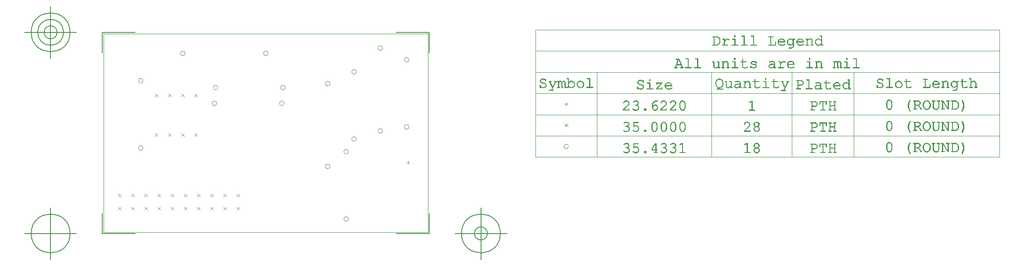
<source format=gbr>
G04 Generated by Ultiboard 14.2 *
%FSLAX24Y24*%
%MOIN*%

%ADD10C,0.0001*%
%ADD11C,0.0004*%
%ADD12C,0.0001*%
%ADD13C,0.0050*%
%ADD14C,0.0039*%


G04 ColorRGB 000000 for the following layer *
%LNDrill Symbols-Top Stack-up 1-Copper Bottom*%
%LPD*%
G54D11*
X26900Y13182D02*
X26900Y13418D01*
X26782Y13300D02*
X27018Y13300D01*
X5876Y10676D02*
X6124Y10924D01*
X5876Y10924D02*
X6124Y10676D01*
X6876Y10924D02*
X7124Y10676D01*
X6876Y10676D02*
X7124Y10924D01*
X7876Y10676D02*
X8124Y10924D01*
X7876Y10924D02*
X8124Y10676D01*
X8876Y10924D02*
X9124Y10676D01*
X8876Y10676D02*
X9124Y10924D01*
X9876Y10676D02*
X10124Y10924D01*
X9876Y10924D02*
X10124Y10676D01*
X10876Y10676D02*
X11124Y10924D01*
X10876Y10924D02*
X11124Y10676D01*
X11876Y10676D02*
X12124Y10924D01*
X11876Y10924D02*
X12124Y10676D01*
X12876Y10676D02*
X13124Y10924D01*
X12876Y10924D02*
X13124Y10676D01*
X13876Y10676D02*
X14124Y10924D01*
X13876Y10924D02*
X14124Y10676D01*
X4876Y9924D02*
X5124Y9676D01*
X4876Y9676D02*
X5124Y9924D01*
X5876Y9676D02*
X6124Y9924D01*
X5876Y9924D02*
X6124Y9676D01*
X6876Y9924D02*
X7124Y9676D01*
X6876Y9676D02*
X7124Y9924D01*
X7876Y9676D02*
X8124Y9924D01*
X7876Y9924D02*
X8124Y9676D01*
X8876Y9676D02*
X9124Y9924D01*
X8876Y9924D02*
X9124Y9676D01*
X9876Y9676D02*
X10124Y9924D01*
X9876Y9924D02*
X10124Y9676D01*
X10876Y9676D02*
X11124Y9924D01*
X10876Y9924D02*
X11124Y9676D01*
X11876Y9924D02*
X12124Y9676D01*
X11876Y9676D02*
X12124Y9924D01*
X12876Y9676D02*
X13124Y9924D01*
X12876Y9924D02*
X13124Y9676D01*
X13876Y9676D02*
X14124Y9924D01*
X13876Y9924D02*
X14124Y9676D01*
X4876Y10676D02*
X5124Y10924D01*
X4876Y10924D02*
X5124Y10676D01*
X17141Y17800D02*
G75*
D01*
G02X17141Y17800I177J0*
G01*
X12023Y17800D02*
G75*
D01*
G02X12023Y17800I177J0*
G01*
X15922Y21600D02*
G75*
D01*
G02X15922Y21600I177J0*
G01*
X9623Y21600D02*
G75*
D01*
G02X9623Y21600I177J0*
G01*
X6423Y19518D02*
G75*
D01*
G02X6423Y19518I177J0*
G01*
X6423Y14400D02*
G75*
D01*
G02X6423Y14400I177J0*
G01*
X7676Y15276D02*
X7924Y15524D01*
X7676Y15524D02*
X7924Y15276D01*
X7676Y18276D02*
X7924Y18524D01*
X7676Y18524D02*
X7924Y18276D01*
X8676Y15276D02*
X8924Y15524D01*
X8676Y15524D02*
X8924Y15276D01*
X10676Y15276D02*
X10924Y15524D01*
X10676Y15524D02*
X10924Y15276D01*
X9676Y15276D02*
X9924Y15524D01*
X9676Y15524D02*
X9924Y15276D01*
X10676Y18524D02*
X10924Y18276D01*
X10676Y18276D02*
X10924Y18524D01*
X8676Y18276D02*
X8924Y18524D01*
X8676Y18524D02*
X8924Y18276D01*
X9676Y18276D02*
X9924Y18524D01*
X9676Y18524D02*
X9924Y18276D01*
X24623Y15701D02*
G75*
D01*
G02X24623Y15701I177J0*
G01*
X24623Y22000D02*
G75*
D01*
G02X24623Y22000I177J0*
G01*
X22623Y15082D02*
G75*
D01*
G02X22623Y15082I177J0*
G01*
X22623Y20200D02*
G75*
D01*
G02X22623Y20200I177J0*
G01*
X26623Y21118D02*
G75*
D01*
G02X26623Y21118I177J0*
G01*
X26623Y16000D02*
G75*
D01*
G02X26623Y16000I177J0*
G01*
X22023Y14118D02*
G75*
D01*
G02X22023Y14118I177J0*
G01*
X22023Y9000D02*
G75*
D01*
G02X22023Y9000I177J0*
G01*
X20623Y19299D02*
G75*
D01*
G02X20623Y19299I177J0*
G01*
X20623Y13000D02*
G75*
D01*
G02X20623Y13000I177J0*
G01*
X12105Y19000D02*
G75*
D01*
G02X12105Y19000I177J0*
G01*
X17223Y19000D02*
G75*
D01*
G02X17223Y19000I177J0*
G01*
X38737Y14519D02*
G75*
D01*
G02X38737Y14519I177J0*
G01*
X38790Y16009D02*
X39037Y16257D01*
X38790Y16257D02*
X39037Y16009D01*
X38796Y17747D02*
X39032Y17747D01*
X38914Y17629D02*
X38914Y17865D01*
G54D12*
G36*
X43598Y14699D02*
X43598Y14699D01*
X43601Y14758D01*
X43574Y14717D01*
X43598Y14699D01*
D02*
G37*
X43601Y14758D01*
X43574Y14717D01*
X43598Y14699D01*
G36*
X43601Y14758D02*
X43601Y14758D01*
X43598Y14699D01*
X43617Y14677D01*
X43601Y14758D01*
D02*
G37*
X43598Y14699D01*
X43617Y14677D01*
X43601Y14758D01*
G36*
X43617Y14677D02*
X43617Y14677D01*
X43633Y14734D01*
X43601Y14758D01*
X43617Y14677D01*
D02*
G37*
X43633Y14734D01*
X43601Y14758D01*
X43617Y14677D01*
G36*
X43633Y14734D02*
X43633Y14734D01*
X43617Y14677D01*
X43640Y14629D01*
X43633Y14734D01*
D02*
G37*
X43617Y14677D01*
X43640Y14629D01*
X43633Y14734D01*
G36*
X43640Y14629D02*
X43640Y14629D01*
X43658Y14705D01*
X43633Y14734D01*
X43640Y14629D01*
D02*
G37*
X43658Y14705D01*
X43633Y14734D01*
X43640Y14629D01*
G36*
X43658Y14705D02*
X43658Y14705D01*
X43640Y14629D01*
X43642Y14603D01*
X43658Y14705D01*
D02*
G37*
X43640Y14629D01*
X43642Y14603D01*
X43658Y14705D01*
G36*
X43642Y14603D02*
X43642Y14603D01*
X43663Y14511D01*
X43658Y14705D01*
X43642Y14603D01*
D02*
G37*
X43663Y14511D01*
X43658Y14705D01*
X43642Y14603D01*
G36*
X43663Y14511D02*
X43663Y14511D01*
X43642Y14603D01*
X43640Y14578D01*
X43663Y14511D01*
D02*
G37*
X43642Y14603D01*
X43640Y14578D01*
X43663Y14511D01*
G36*
X43640Y14578D02*
X43640Y14578D01*
X43628Y14472D01*
X43663Y14511D01*
X43640Y14578D01*
D02*
G37*
X43628Y14472D01*
X43663Y14511D01*
X43640Y14578D01*
G36*
X43628Y14472D02*
X43628Y14472D01*
X43640Y14578D01*
X43619Y14532D01*
X43628Y14472D01*
D02*
G37*
X43640Y14578D01*
X43619Y14532D01*
X43628Y14472D01*
G36*
X43619Y14532D02*
X43619Y14532D01*
X43600Y14511D01*
X43628Y14472D01*
X43619Y14532D01*
D02*
G37*
X43600Y14511D01*
X43628Y14472D01*
X43619Y14532D01*
G36*
X43434Y14736D02*
X43434Y14736D01*
X43439Y14786D01*
X43390Y14723D01*
X43434Y14736D01*
D02*
G37*
X43439Y14786D01*
X43390Y14723D01*
X43434Y14736D01*
G36*
X43439Y14786D02*
X43439Y14786D01*
X43434Y14736D01*
X43482Y14740D01*
X43439Y14786D01*
D02*
G37*
X43434Y14736D01*
X43482Y14740D01*
X43439Y14786D01*
G36*
X43482Y14740D02*
X43482Y14740D01*
X43482Y14789D01*
X43439Y14786D01*
X43482Y14740D01*
D02*
G37*
X43482Y14789D01*
X43439Y14786D01*
X43482Y14740D01*
G36*
X43482Y14789D02*
X43482Y14789D01*
X43482Y14740D01*
X43516Y14738D01*
X43482Y14789D01*
D02*
G37*
X43482Y14740D01*
X43516Y14738D01*
X43482Y14789D01*
G36*
X43516Y14738D02*
X43516Y14738D01*
X43526Y14785D01*
X43482Y14789D01*
X43516Y14738D01*
D02*
G37*
X43526Y14785D01*
X43482Y14789D01*
X43516Y14738D01*
G36*
X43526Y14785D02*
X43526Y14785D01*
X43516Y14738D01*
X43574Y14717D01*
X43526Y14785D01*
D02*
G37*
X43516Y14738D01*
X43574Y14717D01*
X43526Y14785D01*
G36*
X43574Y14717D02*
X43574Y14717D01*
X43601Y14758D01*
X43526Y14785D01*
X43574Y14717D01*
D02*
G37*
X43601Y14758D01*
X43526Y14785D01*
X43574Y14717D01*
G36*
X43322Y14676D02*
X43322Y14676D01*
X43324Y14740D01*
X43314Y14666D01*
X43322Y14676D01*
D02*
G37*
X43324Y14740D01*
X43314Y14666D01*
X43322Y14676D01*
G36*
X43324Y14740D02*
X43324Y14740D01*
X43322Y14676D01*
X43352Y14703D01*
X43324Y14740D01*
D02*
G37*
X43322Y14676D01*
X43352Y14703D01*
X43324Y14740D01*
G36*
X43352Y14703D02*
X43352Y14703D01*
X43360Y14761D01*
X43324Y14740D01*
X43352Y14703D01*
D02*
G37*
X43360Y14761D01*
X43324Y14740D01*
X43352Y14703D01*
G36*
X43360Y14761D02*
X43360Y14761D01*
X43352Y14703D01*
X43390Y14723D01*
X43360Y14761D01*
D02*
G37*
X43352Y14703D01*
X43390Y14723D01*
X43360Y14761D01*
G36*
X43390Y14723D02*
X43390Y14723D01*
X43439Y14786D01*
X43360Y14761D01*
X43390Y14723D01*
D02*
G37*
X43439Y14786D01*
X43360Y14761D01*
X43390Y14723D01*
G36*
X43324Y14740D02*
X43324Y14740D01*
X43286Y14708D01*
X43288Y14661D01*
X43324Y14740D01*
D02*
G37*
X43286Y14708D01*
X43288Y14661D01*
X43324Y14740D01*
G36*
X43324Y14740D01*
X43288Y14661D01*
X43297Y14659D01*
X43324Y14740D01*
D02*
G37*
X43288Y14661D01*
X43297Y14659D01*
X43324Y14740D01*
G36*
X43324Y14740D01*
X43297Y14659D01*
X43303Y14660D01*
X43324Y14740D01*
D02*
G37*
X43297Y14659D01*
X43303Y14660D01*
X43324Y14740D01*
G36*
X43324Y14740D01*
X43303Y14660D01*
X43308Y14662D01*
X43324Y14740D01*
D02*
G37*
X43303Y14660D01*
X43308Y14662D01*
X43324Y14740D01*
G36*
X43324Y14740D01*
X43308Y14662D01*
X43314Y14666D01*
X43324Y14740D01*
D02*
G37*
X43308Y14662D01*
X43314Y14666D01*
X43324Y14740D01*
G36*
X43286Y14708D02*
X43286Y14708D01*
X43273Y14682D01*
X43275Y14673D01*
X43286Y14708D01*
D02*
G37*
X43273Y14682D01*
X43275Y14673D01*
X43286Y14708D01*
G36*
X43286Y14708D01*
X43275Y14673D01*
X43280Y14666D01*
X43286Y14708D01*
D02*
G37*
X43275Y14673D01*
X43280Y14666D01*
X43286Y14708D01*
G36*
X43286Y14708D01*
X43280Y14666D01*
X43288Y14661D01*
X43286Y14708D01*
D02*
G37*
X43280Y14666D01*
X43288Y14661D01*
X43286Y14708D01*
G36*
X43688Y14639D02*
X43688Y14639D01*
X43658Y14705D01*
X43663Y14511D01*
X43688Y14639D01*
D02*
G37*
X43658Y14705D01*
X43663Y14511D01*
X43688Y14639D01*
G36*
X43688Y14639D01*
X43663Y14511D01*
X43684Y14555D01*
X43688Y14639D01*
D02*
G37*
X43663Y14511D01*
X43684Y14555D01*
X43688Y14639D01*
G36*
X43688Y14639D01*
X43684Y14555D01*
X43691Y14603D01*
X43688Y14639D01*
D02*
G37*
X43684Y14555D01*
X43691Y14603D01*
X43688Y14639D01*
G36*
X43600Y14511D02*
X43600Y14511D01*
X43580Y14442D01*
X43628Y14472D01*
X43600Y14511D01*
D02*
G37*
X43580Y14442D01*
X43628Y14472D01*
X43600Y14511D01*
G36*
X43580Y14442D02*
X43580Y14442D01*
X43600Y14511D01*
X43577Y14493D01*
X43580Y14442D01*
D02*
G37*
X43600Y14511D01*
X43577Y14493D01*
X43580Y14442D01*
G36*
X43577Y14493D02*
X43577Y14493D01*
X43561Y14399D01*
X43580Y14442D01*
X43577Y14493D01*
D02*
G37*
X43561Y14399D01*
X43580Y14442D01*
X43577Y14493D01*
G36*
X43561Y14399D02*
X43561Y14399D01*
X43577Y14493D01*
X43524Y14474D01*
X43561Y14399D01*
D02*
G37*
X43577Y14493D01*
X43524Y14474D01*
X43561Y14399D01*
G36*
X43524Y14474D02*
X43524Y14474D01*
X43508Y14417D01*
X43561Y14399D01*
X43524Y14474D01*
D02*
G37*
X43508Y14417D01*
X43561Y14399D01*
X43524Y14474D01*
G36*
X43508Y14417D02*
X43508Y14417D01*
X43524Y14474D01*
X43492Y14471D01*
X43508Y14417D01*
D02*
G37*
X43524Y14474D01*
X43492Y14471D01*
X43508Y14417D01*
G36*
X43492Y14471D02*
X43492Y14471D01*
X43454Y14423D01*
X43508Y14417D01*
X43492Y14471D01*
D02*
G37*
X43454Y14423D01*
X43508Y14417D01*
X43492Y14471D01*
G36*
X43454Y14423D02*
X43454Y14423D01*
X43492Y14471D01*
X43451Y14472D01*
X43454Y14423D01*
D02*
G37*
X43492Y14471D01*
X43451Y14472D01*
X43454Y14423D01*
G36*
X43451Y14472D02*
X43451Y14472D01*
X43440Y14425D01*
X43454Y14423D01*
X43451Y14472D01*
D02*
G37*
X43440Y14425D01*
X43454Y14423D01*
X43451Y14472D01*
G36*
X43440Y14425D02*
X43440Y14425D01*
X43451Y14472D01*
X43438Y14470D01*
X43440Y14425D01*
D02*
G37*
X43451Y14472D01*
X43438Y14470D01*
X43440Y14425D01*
G36*
X43438Y14470D02*
X43438Y14470D01*
X43430Y14430D01*
X43440Y14425D01*
X43438Y14470D01*
D02*
G37*
X43430Y14430D01*
X43440Y14425D01*
X43438Y14470D01*
G36*
X43430Y14430D02*
X43430Y14430D01*
X43438Y14470D01*
X43429Y14465D01*
X43430Y14430D01*
D02*
G37*
X43438Y14470D01*
X43429Y14465D01*
X43430Y14430D01*
G36*
X43429Y14465D02*
X43429Y14465D01*
X43424Y14438D01*
X43430Y14430D01*
X43429Y14465D01*
D02*
G37*
X43424Y14438D01*
X43430Y14430D01*
X43429Y14465D01*
G36*
X43424Y14438D02*
X43424Y14438D01*
X43429Y14465D01*
X43424Y14457D01*
X43424Y14438D01*
D02*
G37*
X43429Y14465D01*
X43424Y14457D01*
X43424Y14438D01*
G36*
X43424Y14457D02*
X43424Y14457D01*
X43422Y14447D01*
X43424Y14438D01*
X43424Y14457D01*
D02*
G37*
X43422Y14447D01*
X43424Y14438D01*
X43424Y14457D01*
G36*
X43709Y14306D02*
X43709Y14306D01*
X43713Y14208D01*
X43717Y14251D01*
X43709Y14306D01*
D02*
G37*
X43713Y14208D01*
X43717Y14251D01*
X43709Y14306D01*
G36*
X43713Y14208D02*
X43713Y14208D01*
X43709Y14306D01*
X43682Y14359D01*
X43713Y14208D01*
D02*
G37*
X43709Y14306D01*
X43682Y14359D01*
X43713Y14208D01*
G36*
X43682Y14359D02*
X43682Y14359D01*
X43678Y14132D01*
X43713Y14208D01*
X43682Y14359D01*
D02*
G37*
X43678Y14132D01*
X43713Y14208D01*
X43682Y14359D01*
G36*
X43678Y14132D02*
X43678Y14132D01*
X43682Y14359D01*
X43669Y14249D01*
X43678Y14132D01*
D02*
G37*
X43682Y14359D01*
X43669Y14249D01*
X43678Y14132D01*
G36*
X43669Y14249D02*
X43669Y14249D01*
X43665Y14217D01*
X43678Y14132D01*
X43669Y14249D01*
D02*
G37*
X43665Y14217D01*
X43678Y14132D01*
X43669Y14249D01*
G36*
X43607Y14371D02*
X43607Y14371D01*
X43639Y14406D01*
X43580Y14442D01*
X43607Y14371D01*
D02*
G37*
X43639Y14406D01*
X43580Y14442D01*
X43607Y14371D01*
G36*
X43639Y14406D02*
X43639Y14406D01*
X43607Y14371D01*
X43641Y14334D01*
X43639Y14406D01*
D02*
G37*
X43607Y14371D01*
X43641Y14334D01*
X43639Y14406D01*
G36*
X43641Y14334D02*
X43641Y14334D01*
X43682Y14359D01*
X43639Y14406D01*
X43641Y14334D01*
D02*
G37*
X43682Y14359D01*
X43639Y14406D01*
X43641Y14334D01*
G36*
X43682Y14359D02*
X43682Y14359D01*
X43641Y14334D01*
X43662Y14292D01*
X43682Y14359D01*
D02*
G37*
X43641Y14334D01*
X43662Y14292D01*
X43682Y14359D01*
G36*
X43662Y14292D02*
X43662Y14292D01*
X43669Y14249D01*
X43682Y14359D01*
X43662Y14292D01*
D02*
G37*
X43669Y14249D01*
X43682Y14359D01*
X43662Y14292D01*
G36*
X43647Y14097D02*
X43647Y14097D01*
X43678Y14132D01*
X43665Y14217D01*
X43647Y14097D01*
D02*
G37*
X43678Y14132D01*
X43665Y14217D01*
X43647Y14097D01*
G36*
X43647Y14097D01*
X43665Y14217D01*
X43637Y14159D01*
X43647Y14097D01*
D02*
G37*
X43665Y14217D01*
X43637Y14159D01*
X43647Y14097D01*
G36*
X43647Y14097D01*
X43637Y14159D01*
X43612Y14132D01*
X43647Y14097D01*
D02*
G37*
X43637Y14159D01*
X43612Y14132D01*
X43647Y14097D01*
G36*
X43647Y14097D01*
X43612Y14132D01*
X43609Y14068D01*
X43647Y14097D01*
D02*
G37*
X43612Y14132D01*
X43609Y14068D01*
X43647Y14097D01*
G36*
X43582Y14109D02*
X43582Y14109D01*
X43512Y14082D01*
X43521Y14035D01*
X43582Y14109D01*
D02*
G37*
X43512Y14082D01*
X43521Y14035D01*
X43582Y14109D01*
G36*
X43582Y14109D01*
X43521Y14035D01*
X43609Y14068D01*
X43582Y14109D01*
D02*
G37*
X43521Y14035D01*
X43609Y14068D01*
X43582Y14109D01*
G36*
X43582Y14109D01*
X43609Y14068D01*
X43612Y14132D01*
X43582Y14109D01*
D02*
G37*
X43609Y14068D01*
X43612Y14132D01*
X43582Y14109D01*
G36*
X43407Y14037D02*
X43407Y14037D01*
X43422Y14083D01*
X43341Y14057D01*
X43407Y14037D01*
D02*
G37*
X43422Y14083D01*
X43341Y14057D01*
X43407Y14037D01*
G36*
X43422Y14083D02*
X43422Y14083D01*
X43407Y14037D01*
X43470Y14030D01*
X43422Y14083D01*
D02*
G37*
X43407Y14037D01*
X43470Y14030D01*
X43422Y14083D01*
G36*
X43470Y14030D02*
X43470Y14030D01*
X43471Y14079D01*
X43422Y14083D01*
X43470Y14030D01*
D02*
G37*
X43471Y14079D01*
X43422Y14083D01*
X43470Y14030D01*
G36*
X43471Y14079D02*
X43471Y14079D01*
X43470Y14030D01*
X43521Y14035D01*
X43471Y14079D01*
D02*
G37*
X43470Y14030D01*
X43521Y14035D01*
X43471Y14079D01*
G36*
X43521Y14035D02*
X43521Y14035D01*
X43512Y14082D01*
X43471Y14079D01*
X43521Y14035D01*
D02*
G37*
X43512Y14082D01*
X43471Y14079D01*
X43521Y14035D01*
G36*
X43327Y14116D02*
X43327Y14116D01*
X43282Y14145D01*
X43284Y14084D01*
X43327Y14116D01*
D02*
G37*
X43282Y14145D01*
X43284Y14084D01*
X43327Y14116D01*
G36*
X43327Y14116D01*
X43284Y14084D01*
X43341Y14057D01*
X43327Y14116D01*
D02*
G37*
X43284Y14084D01*
X43341Y14057D01*
X43327Y14116D01*
G36*
X43327Y14116D01*
X43341Y14057D01*
X43422Y14083D01*
X43327Y14116D01*
D02*
G37*
X43341Y14057D01*
X43422Y14083D01*
X43327Y14116D01*
G36*
X43284Y14084D02*
X43284Y14084D01*
X43282Y14145D01*
X43271Y14152D01*
X43284Y14084D01*
D02*
G37*
X43282Y14145D01*
X43271Y14152D01*
X43284Y14084D01*
G36*
X43284Y14084D01*
X43271Y14152D01*
X43261Y14154D01*
X43284Y14084D01*
D02*
G37*
X43271Y14152D01*
X43261Y14154D01*
X43284Y14084D01*
G36*
X43284Y14084D01*
X43261Y14154D01*
X43253Y14152D01*
X43284Y14084D01*
D02*
G37*
X43261Y14154D01*
X43253Y14152D01*
X43284Y14084D01*
G36*
X43284Y14084D01*
X43253Y14152D01*
X43247Y14111D01*
X43284Y14084D01*
D02*
G37*
X43253Y14152D01*
X43247Y14111D01*
X43284Y14084D01*
G36*
X43245Y14147D02*
X43245Y14147D01*
X43240Y14139D01*
X43241Y14121D01*
X43245Y14147D01*
D02*
G37*
X43240Y14139D01*
X43241Y14121D01*
X43245Y14147D01*
G36*
X43245Y14147D01*
X43241Y14121D01*
X43247Y14111D01*
X43245Y14147D01*
D02*
G37*
X43241Y14121D01*
X43247Y14111D01*
X43245Y14147D01*
G36*
X43245Y14147D01*
X43247Y14111D01*
X43253Y14152D01*
X43245Y14147D01*
D02*
G37*
X43247Y14111D01*
X43253Y14152D01*
X43245Y14147D01*
G36*
X43241Y14121D02*
X43241Y14121D01*
X43240Y14139D01*
X43239Y14131D01*
X43241Y14121D01*
D02*
G37*
X43240Y14139D01*
X43239Y14131D01*
X43241Y14121D01*
G36*
X43580Y14442D02*
X43580Y14442D01*
X43561Y14399D01*
X43607Y14371D01*
X43580Y14442D01*
D02*
G37*
X43561Y14399D01*
X43607Y14371D01*
X43580Y14442D01*
G36*
X44345Y14722D02*
X44345Y14722D01*
X44345Y14771D01*
X44056Y14722D01*
X44345Y14722D01*
D02*
G37*
X44345Y14771D01*
X44056Y14722D01*
X44345Y14722D01*
G36*
X44345Y14771D02*
X44345Y14771D01*
X44345Y14722D01*
X44360Y14724D01*
X44345Y14771D01*
D02*
G37*
X44345Y14722D01*
X44360Y14724D01*
X44345Y14771D01*
G36*
X44360Y14724D02*
X44360Y14724D01*
X44360Y14770D01*
X44345Y14771D01*
X44360Y14724D01*
D02*
G37*
X44360Y14770D01*
X44345Y14771D01*
X44360Y14724D01*
G36*
X44360Y14770D02*
X44360Y14770D01*
X44360Y14724D01*
X44370Y14729D01*
X44360Y14770D01*
D02*
G37*
X44360Y14724D01*
X44370Y14729D01*
X44360Y14770D01*
G36*
X44370Y14729D02*
X44370Y14729D01*
X44370Y14765D01*
X44360Y14770D01*
X44370Y14729D01*
D02*
G37*
X44370Y14765D01*
X44360Y14770D01*
X44370Y14729D01*
G36*
X44370Y14765D02*
X44370Y14765D01*
X44370Y14729D01*
X44376Y14737D01*
X44370Y14765D01*
D02*
G37*
X44370Y14729D01*
X44376Y14737D01*
X44370Y14765D01*
G36*
X44376Y14737D02*
X44376Y14737D01*
X44376Y14757D01*
X44370Y14765D01*
X44376Y14737D01*
D02*
G37*
X44376Y14757D01*
X44370Y14765D01*
X44376Y14737D01*
G36*
X44376Y14757D02*
X44376Y14757D01*
X44376Y14737D01*
X44378Y14747D01*
X44376Y14757D01*
D02*
G37*
X44376Y14737D01*
X44378Y14747D01*
X44376Y14757D01*
G36*
X44176Y14519D02*
X44176Y14519D01*
X44208Y14473D01*
X44212Y14521D01*
X44176Y14519D01*
D02*
G37*
X44208Y14473D01*
X44212Y14521D01*
X44176Y14519D01*
G36*
X44208Y14473D02*
X44208Y14473D01*
X44176Y14519D01*
X44138Y14512D01*
X44208Y14473D01*
D02*
G37*
X44176Y14519D01*
X44138Y14512D01*
X44208Y14473D01*
G36*
X44138Y14512D02*
X44138Y14512D01*
X44132Y14463D01*
X44208Y14473D01*
X44138Y14512D01*
D02*
G37*
X44132Y14463D01*
X44208Y14473D01*
X44138Y14512D01*
G36*
X44132Y14463D02*
X44132Y14463D01*
X44138Y14512D01*
X44098Y14501D01*
X44132Y14463D01*
D02*
G37*
X44138Y14512D01*
X44098Y14501D01*
X44132Y14463D01*
G36*
X44098Y14501D02*
X44098Y14501D01*
X44057Y14433D01*
X44132Y14463D01*
X44098Y14501D01*
D02*
G37*
X44057Y14433D01*
X44132Y14463D01*
X44098Y14501D01*
G36*
X44057Y14433D02*
X44057Y14433D01*
X44098Y14501D01*
X44056Y14485D01*
X44057Y14433D01*
D02*
G37*
X44098Y14501D01*
X44056Y14485D01*
X44057Y14433D01*
G36*
X44056Y14485D02*
X44056Y14485D01*
X44041Y14426D01*
X44057Y14433D01*
X44056Y14485D01*
D02*
G37*
X44041Y14426D01*
X44057Y14433D01*
X44056Y14485D01*
G36*
X44041Y14426D02*
X44041Y14426D01*
X44056Y14485D01*
X44056Y14722D01*
X44041Y14426D01*
D02*
G37*
X44056Y14485D01*
X44056Y14722D01*
X44041Y14426D01*
G36*
X44056Y14722D02*
X44056Y14722D01*
X44031Y14424D01*
X44041Y14426D01*
X44056Y14722D01*
D02*
G37*
X44031Y14424D01*
X44041Y14426D01*
X44056Y14722D01*
G36*
X44031Y14424D02*
X44031Y14424D01*
X44056Y14722D01*
X44021Y14425D01*
X44031Y14424D01*
D02*
G37*
X44056Y14722D01*
X44021Y14425D01*
X44031Y14424D01*
G36*
X44056Y14722D02*
X44056Y14722D01*
X44345Y14771D01*
X44007Y14771D01*
X44056Y14722D01*
D02*
G37*
X44345Y14771D01*
X44007Y14771D01*
X44056Y14722D01*
G36*
X44056Y14722D01*
X44007Y14771D01*
X44009Y14439D01*
X44056Y14722D01*
D02*
G37*
X44007Y14771D01*
X44009Y14439D01*
X44056Y14722D01*
G36*
X44056Y14722D01*
X44009Y14439D01*
X44014Y14431D01*
X44056Y14722D01*
D02*
G37*
X44009Y14439D01*
X44014Y14431D01*
X44056Y14722D01*
G36*
X44056Y14722D01*
X44014Y14431D01*
X44021Y14425D01*
X44056Y14722D01*
D02*
G37*
X44014Y14431D01*
X44021Y14425D01*
X44056Y14722D01*
G36*
X44422Y14338D02*
X44422Y14338D01*
X44422Y14234D01*
X44426Y14289D01*
X44422Y14338D01*
D02*
G37*
X44422Y14234D01*
X44426Y14289D01*
X44422Y14338D01*
G36*
X44422Y14234D02*
X44422Y14234D01*
X44422Y14338D01*
X44392Y14423D01*
X44422Y14234D01*
D02*
G37*
X44422Y14338D01*
X44392Y14423D01*
X44422Y14234D01*
G36*
X44392Y14423D02*
X44392Y14423D01*
X44387Y14140D01*
X44422Y14234D01*
X44392Y14423D01*
D02*
G37*
X44387Y14140D01*
X44422Y14234D01*
X44392Y14423D01*
G36*
X44387Y14140D02*
X44387Y14140D01*
X44392Y14423D01*
X44377Y14291D01*
X44387Y14140D01*
D02*
G37*
X44392Y14423D01*
X44377Y14291D01*
X44387Y14140D01*
G36*
X44377Y14291D02*
X44377Y14291D01*
X44374Y14245D01*
X44387Y14140D01*
X44377Y14291D01*
D02*
G37*
X44374Y14245D01*
X44387Y14140D01*
X44377Y14291D01*
G36*
X44329Y14423D02*
X44329Y14423D01*
X44332Y14485D01*
X44304Y14445D01*
X44329Y14423D01*
D02*
G37*
X44332Y14485D01*
X44304Y14445D01*
X44329Y14423D01*
G36*
X44332Y14485D02*
X44332Y14485D01*
X44329Y14423D01*
X44350Y14396D01*
X44332Y14485D01*
D02*
G37*
X44329Y14423D01*
X44350Y14396D01*
X44332Y14485D01*
G36*
X44350Y14396D02*
X44350Y14396D01*
X44365Y14457D01*
X44332Y14485D01*
X44350Y14396D01*
D02*
G37*
X44365Y14457D01*
X44332Y14485D01*
X44350Y14396D01*
G36*
X44365Y14457D02*
X44365Y14457D01*
X44350Y14396D01*
X44374Y14330D01*
X44365Y14457D01*
D02*
G37*
X44350Y14396D01*
X44374Y14330D01*
X44365Y14457D01*
G36*
X44374Y14330D02*
X44374Y14330D01*
X44392Y14423D01*
X44365Y14457D01*
X44374Y14330D01*
D02*
G37*
X44392Y14423D01*
X44365Y14457D01*
X44374Y14330D01*
G36*
X44392Y14423D02*
X44392Y14423D01*
X44374Y14330D01*
X44377Y14291D01*
X44392Y14423D01*
D02*
G37*
X44374Y14330D01*
X44377Y14291D01*
X44392Y14423D01*
G36*
X44256Y14517D02*
X44256Y14517D01*
X44212Y14521D01*
X44243Y14470D01*
X44256Y14517D01*
D02*
G37*
X44212Y14521D01*
X44243Y14470D01*
X44256Y14517D01*
G36*
X44256Y14517D01*
X44243Y14470D01*
X44304Y14445D01*
X44256Y14517D01*
D02*
G37*
X44243Y14470D01*
X44304Y14445D01*
X44256Y14517D01*
G36*
X44256Y14517D01*
X44304Y14445D01*
X44332Y14485D01*
X44256Y14517D01*
D02*
G37*
X44304Y14445D01*
X44332Y14485D01*
X44256Y14517D01*
G36*
X44357Y14102D02*
X44357Y14102D01*
X44387Y14140D01*
X44374Y14245D01*
X44357Y14102D01*
D02*
G37*
X44387Y14140D01*
X44374Y14245D01*
X44357Y14102D01*
G36*
X44357Y14102D01*
X44374Y14245D01*
X44346Y14168D01*
X44357Y14102D01*
D02*
G37*
X44374Y14245D01*
X44346Y14168D01*
X44357Y14102D01*
G36*
X44357Y14102D01*
X44346Y14168D01*
X44322Y14137D01*
X44357Y14102D01*
D02*
G37*
X44346Y14168D01*
X44322Y14137D01*
X44357Y14102D01*
G36*
X44357Y14102D01*
X44322Y14137D01*
X44320Y14071D01*
X44357Y14102D01*
D02*
G37*
X44322Y14137D01*
X44320Y14071D01*
X44357Y14102D01*
G36*
X44184Y14030D02*
X44184Y14030D01*
X44222Y14082D01*
X44182Y14079D01*
X44184Y14030D01*
D02*
G37*
X44222Y14082D01*
X44182Y14079D01*
X44184Y14030D01*
G36*
X44222Y14082D02*
X44222Y14082D01*
X44184Y14030D01*
X44234Y14035D01*
X44222Y14082D01*
D02*
G37*
X44184Y14030D01*
X44234Y14035D01*
X44222Y14082D01*
G36*
X44234Y14035D02*
X44234Y14035D01*
X44292Y14111D01*
X44222Y14082D01*
X44234Y14035D01*
D02*
G37*
X44292Y14111D01*
X44222Y14082D01*
X44234Y14035D01*
G36*
X44292Y14111D02*
X44292Y14111D01*
X44234Y14035D01*
X44320Y14071D01*
X44292Y14111D01*
D02*
G37*
X44234Y14035D01*
X44320Y14071D01*
X44292Y14111D01*
G36*
X44320Y14071D02*
X44320Y14071D01*
X44322Y14137D01*
X44292Y14111D01*
X44320Y14071D01*
D02*
G37*
X44322Y14137D01*
X44292Y14111D01*
X44320Y14071D01*
G36*
X44131Y14084D02*
X44131Y14084D01*
X44036Y14125D01*
X44052Y14061D01*
X44131Y14084D01*
D02*
G37*
X44036Y14125D01*
X44052Y14061D01*
X44131Y14084D01*
G36*
X44131Y14084D01*
X44052Y14061D01*
X44117Y14038D01*
X44131Y14084D01*
D02*
G37*
X44052Y14061D01*
X44117Y14038D01*
X44131Y14084D01*
G36*
X44131Y14084D01*
X44117Y14038D01*
X44184Y14030D01*
X44131Y14084D01*
D02*
G37*
X44117Y14038D01*
X44184Y14030D01*
X44131Y14084D01*
G36*
X44131Y14084D01*
X44184Y14030D01*
X44182Y14079D01*
X44131Y14084D01*
D02*
G37*
X44184Y14030D01*
X44182Y14079D01*
X44131Y14084D01*
G36*
X44009Y14085D02*
X44009Y14085D01*
X44052Y14061D01*
X44036Y14125D01*
X44009Y14085D01*
D02*
G37*
X44052Y14061D01*
X44036Y14125D01*
X44009Y14085D01*
G36*
X44009Y14085D01*
X44036Y14125D01*
X43992Y14160D01*
X44009Y14085D01*
D02*
G37*
X44036Y14125D01*
X43992Y14160D01*
X44009Y14085D01*
G36*
X44009Y14085D01*
X43992Y14160D01*
X43981Y14168D01*
X44009Y14085D01*
D02*
G37*
X43992Y14160D01*
X43981Y14168D01*
X44009Y14085D01*
G36*
X44009Y14085D01*
X43981Y14168D01*
X43971Y14171D01*
X44009Y14085D01*
D02*
G37*
X43981Y14168D01*
X43971Y14171D01*
X44009Y14085D01*
G36*
X44009Y14085D01*
X43971Y14171D01*
X43970Y14114D01*
X44009Y14085D01*
D02*
G37*
X43971Y14171D01*
X43970Y14114D01*
X44009Y14085D01*
G36*
X43963Y14169D02*
X43963Y14169D01*
X43970Y14114D01*
X43971Y14171D01*
X43963Y14169D01*
D02*
G37*
X43970Y14114D01*
X43971Y14171D01*
X43963Y14169D01*
G36*
X43970Y14114D02*
X43970Y14114D01*
X43963Y14169D01*
X43955Y14163D01*
X43970Y14114D01*
D02*
G37*
X43963Y14169D01*
X43955Y14163D01*
X43970Y14114D01*
G36*
X43955Y14163D02*
X43955Y14163D01*
X43954Y14131D01*
X43970Y14114D01*
X43955Y14163D01*
D02*
G37*
X43954Y14131D01*
X43970Y14114D01*
X43955Y14163D01*
G36*
X43954Y14131D02*
X43954Y14131D01*
X43955Y14163D01*
X43950Y14155D01*
X43954Y14131D01*
D02*
G37*
X43955Y14163D01*
X43950Y14155D01*
X43954Y14131D01*
G36*
X43950Y14155D02*
X43950Y14155D01*
X43948Y14146D01*
X43954Y14131D01*
X43950Y14155D01*
D02*
G37*
X43948Y14146D01*
X43954Y14131D01*
X43950Y14155D01*
G36*
X44212Y14521D02*
X44212Y14521D01*
X44208Y14473D01*
X44243Y14470D01*
X44212Y14521D01*
D02*
G37*
X44208Y14473D01*
X44243Y14470D01*
X44212Y14521D01*
G36*
X44009Y14439D02*
X44009Y14439D01*
X44007Y14771D01*
X44007Y14450D01*
X44009Y14439D01*
D02*
G37*
X44007Y14771D01*
X44007Y14450D01*
X44009Y14439D01*
G36*
X44888Y14187D02*
X44888Y14187D01*
X44858Y14181D01*
X44888Y14187D01*
D02*
G37*
X44858Y14181D01*
X44888Y14187D01*
G36*
X44888Y14187D01*
X44858Y14181D01*
X44833Y14164D01*
X44888Y14187D01*
D02*
G37*
X44858Y14181D01*
X44833Y14164D01*
X44888Y14187D01*
G36*
X44888Y14187D01*
X44833Y14164D01*
X44816Y14139D01*
X44888Y14187D01*
D02*
G37*
X44833Y14164D01*
X44816Y14139D01*
X44888Y14187D01*
G36*
X44888Y14187D01*
X44816Y14139D01*
X44810Y14108D01*
X44888Y14187D01*
D02*
G37*
X44816Y14139D01*
X44810Y14108D01*
X44888Y14187D01*
G36*
X44888Y14187D01*
X44810Y14108D01*
X44815Y14078D01*
X44888Y14187D01*
D02*
G37*
X44810Y14108D01*
X44815Y14078D01*
X44888Y14187D01*
G36*
X44888Y14187D01*
X44815Y14078D01*
X44833Y14053D01*
X44888Y14187D01*
D02*
G37*
X44815Y14078D01*
X44833Y14053D01*
X44888Y14187D01*
G36*
X44888Y14187D01*
X44833Y14053D01*
X44858Y14036D01*
X44888Y14187D01*
D02*
G37*
X44833Y14053D01*
X44858Y14036D01*
X44888Y14187D01*
G36*
X44888Y14187D01*
X44858Y14036D01*
X44888Y14030D01*
X44888Y14187D01*
D02*
G37*
X44858Y14036D01*
X44888Y14030D01*
X44888Y14187D01*
G36*
X44888Y14187D01*
X44888Y14030D01*
X44909Y14030D01*
X44888Y14187D01*
D02*
G37*
X44888Y14030D01*
X44909Y14030D01*
X44888Y14187D01*
G36*
X44888Y14187D01*
X44909Y14030D01*
X44939Y14036D01*
X44888Y14187D01*
D02*
G37*
X44909Y14030D01*
X44939Y14036D01*
X44888Y14187D01*
G36*
X44888Y14187D01*
X44939Y14036D01*
X44964Y14053D01*
X44888Y14187D01*
D02*
G37*
X44939Y14036D01*
X44964Y14053D01*
X44888Y14187D01*
G36*
X44888Y14187D01*
X44964Y14053D01*
X44981Y14078D01*
X44888Y14187D01*
D02*
G37*
X44964Y14053D01*
X44981Y14078D01*
X44888Y14187D01*
G36*
X44888Y14187D01*
X44981Y14078D01*
X44987Y14109D01*
X44888Y14187D01*
D02*
G37*
X44981Y14078D01*
X44987Y14109D01*
X44888Y14187D01*
G36*
X44888Y14187D01*
X44987Y14109D01*
X44982Y14139D01*
X44888Y14187D01*
D02*
G37*
X44987Y14109D01*
X44982Y14139D01*
X44888Y14187D01*
G36*
X44888Y14187D01*
X44982Y14139D01*
X44964Y14164D01*
X44888Y14187D01*
D02*
G37*
X44982Y14139D01*
X44964Y14164D01*
X44888Y14187D01*
G36*
X44888Y14187D01*
X44964Y14164D01*
X44939Y14181D01*
X44888Y14187D01*
D02*
G37*
X44964Y14164D01*
X44939Y14181D01*
X44888Y14187D01*
G36*
X44888Y14187D01*
X44939Y14181D01*
X44909Y14187D01*
X44888Y14187D01*
D02*
G37*
X44939Y14181D01*
X44909Y14187D01*
X44888Y14187D01*
G36*
X45576Y14062D02*
X45576Y14062D01*
X45576Y14082D01*
X45574Y14072D01*
X45576Y14062D01*
D02*
G37*
X45576Y14082D01*
X45574Y14072D01*
X45576Y14062D01*
G36*
X45576Y14082D02*
X45576Y14082D01*
X45576Y14062D01*
X45581Y14055D01*
X45576Y14082D01*
D02*
G37*
X45576Y14062D01*
X45581Y14055D01*
X45576Y14082D01*
G36*
X45581Y14055D02*
X45581Y14055D01*
X45581Y14090D01*
X45576Y14082D01*
X45581Y14055D01*
D02*
G37*
X45581Y14090D01*
X45576Y14082D01*
X45581Y14055D01*
G36*
X45581Y14090D02*
X45581Y14090D01*
X45581Y14055D01*
X45591Y14049D01*
X45581Y14090D01*
D02*
G37*
X45581Y14055D01*
X45591Y14049D01*
X45581Y14090D01*
G36*
X45591Y14049D02*
X45591Y14049D01*
X45591Y14095D01*
X45581Y14090D01*
X45591Y14049D01*
D02*
G37*
X45591Y14095D01*
X45581Y14090D01*
X45591Y14049D01*
G36*
X45591Y14095D02*
X45591Y14095D01*
X45591Y14049D01*
X45607Y14048D01*
X45591Y14095D01*
D02*
G37*
X45591Y14049D01*
X45607Y14048D01*
X45591Y14095D01*
G36*
X45607Y14048D02*
X45607Y14048D01*
X45607Y14096D01*
X45591Y14095D01*
X45607Y14048D01*
D02*
G37*
X45607Y14096D01*
X45591Y14095D01*
X45607Y14048D01*
G36*
X45607Y14096D02*
X45607Y14096D01*
X45607Y14048D01*
X45787Y14048D01*
X45607Y14096D01*
D02*
G37*
X45607Y14048D01*
X45787Y14048D01*
X45607Y14096D01*
G36*
X45787Y14048D02*
X45787Y14048D01*
X45697Y14096D01*
X45607Y14096D01*
X45787Y14048D01*
D02*
G37*
X45697Y14096D01*
X45607Y14096D01*
X45787Y14048D01*
G36*
X45697Y14096D02*
X45697Y14096D01*
X45787Y14048D01*
X45746Y14096D01*
X45697Y14096D01*
D02*
G37*
X45787Y14048D01*
X45746Y14096D01*
X45697Y14096D01*
G36*
X45746Y14096D02*
X45746Y14096D01*
X45697Y14250D01*
X45697Y14096D01*
X45746Y14096D01*
D02*
G37*
X45697Y14250D01*
X45697Y14096D01*
X45746Y14096D01*
G36*
X45697Y14250D02*
X45697Y14250D01*
X45746Y14096D01*
X45697Y14299D01*
X45697Y14250D01*
D02*
G37*
X45746Y14096D01*
X45697Y14299D01*
X45697Y14250D01*
G36*
X45697Y14299D02*
X45697Y14299D01*
X45427Y14299D01*
X45697Y14250D01*
X45697Y14299D01*
D02*
G37*
X45427Y14299D01*
X45697Y14250D01*
X45697Y14299D01*
G36*
X45697Y14250D02*
X45697Y14250D01*
X45376Y14306D01*
X45376Y14250D01*
X45697Y14250D01*
D02*
G37*
X45376Y14306D01*
X45376Y14250D01*
X45697Y14250D01*
G36*
X45376Y14306D02*
X45376Y14306D01*
X45697Y14250D01*
X45427Y14299D01*
X45376Y14306D01*
D02*
G37*
X45697Y14250D01*
X45427Y14299D01*
X45376Y14306D01*
G36*
X45427Y14299D02*
X45427Y14299D01*
X45645Y14771D01*
X45376Y14306D01*
X45427Y14299D01*
D02*
G37*
X45645Y14771D01*
X45376Y14306D01*
X45427Y14299D01*
G36*
X45645Y14771D02*
X45645Y14771D01*
X45427Y14299D01*
X45672Y14722D01*
X45645Y14771D01*
D02*
G37*
X45427Y14299D01*
X45672Y14722D01*
X45645Y14771D01*
G36*
X45672Y14722D02*
X45672Y14722D01*
X45746Y14771D01*
X45645Y14771D01*
X45672Y14722D01*
D02*
G37*
X45746Y14771D01*
X45645Y14771D01*
X45672Y14722D01*
G36*
X45746Y14771D02*
X45746Y14771D01*
X45672Y14722D01*
X45697Y14722D01*
X45746Y14771D01*
D02*
G37*
X45672Y14722D01*
X45697Y14722D01*
X45746Y14771D01*
G36*
X45697Y14722D02*
X45697Y14722D01*
X45746Y14096D01*
X45746Y14771D01*
X45697Y14722D01*
D02*
G37*
X45746Y14096D01*
X45746Y14771D01*
X45697Y14722D01*
G36*
X45746Y14096D02*
X45746Y14096D01*
X45697Y14722D01*
X45697Y14299D01*
X45746Y14096D01*
D02*
G37*
X45697Y14722D01*
X45697Y14299D01*
X45746Y14096D01*
G36*
X45818Y14284D02*
X45818Y14284D01*
X45818Y14265D01*
X45820Y14274D01*
X45818Y14284D01*
D02*
G37*
X45818Y14265D01*
X45820Y14274D01*
X45818Y14284D01*
G36*
X45818Y14265D02*
X45818Y14265D01*
X45818Y14284D01*
X45812Y14292D01*
X45818Y14265D01*
D02*
G37*
X45818Y14284D01*
X45812Y14292D01*
X45818Y14265D01*
G36*
X45812Y14292D02*
X45812Y14292D01*
X45812Y14257D01*
X45818Y14265D01*
X45812Y14292D01*
D02*
G37*
X45812Y14257D01*
X45818Y14265D01*
X45812Y14292D01*
G36*
X45812Y14257D02*
X45812Y14257D01*
X45812Y14292D01*
X45802Y14297D01*
X45812Y14257D01*
D02*
G37*
X45812Y14292D01*
X45802Y14297D01*
X45812Y14257D01*
G36*
X45802Y14297D02*
X45802Y14297D01*
X45802Y14252D01*
X45812Y14257D01*
X45802Y14297D01*
D02*
G37*
X45802Y14252D01*
X45812Y14257D01*
X45802Y14297D01*
G36*
X45802Y14252D02*
X45802Y14252D01*
X45802Y14297D01*
X45787Y14299D01*
X45802Y14252D01*
D02*
G37*
X45802Y14297D01*
X45787Y14299D01*
X45802Y14252D01*
G36*
X45787Y14299D02*
X45787Y14299D01*
X45787Y14250D01*
X45802Y14252D01*
X45787Y14299D01*
D02*
G37*
X45787Y14250D01*
X45802Y14252D01*
X45787Y14299D01*
G36*
X45787Y14250D02*
X45787Y14250D01*
X45787Y14299D01*
X45746Y14299D01*
X45787Y14250D01*
D02*
G37*
X45787Y14299D01*
X45746Y14299D01*
X45787Y14250D01*
G36*
X45746Y14299D02*
X45746Y14299D01*
X45746Y14250D01*
X45787Y14250D01*
X45746Y14299D01*
D02*
G37*
X45746Y14250D01*
X45787Y14250D01*
X45746Y14299D01*
G36*
X45746Y14250D02*
X45746Y14250D01*
X45746Y14771D01*
X45746Y14250D01*
D02*
G37*
X45746Y14771D01*
X45746Y14250D01*
G36*
X45746Y14771D02*
X45746Y14771D01*
X45746Y14096D01*
X45746Y14250D01*
X45746Y14771D01*
D02*
G37*
X45746Y14096D01*
X45746Y14250D01*
X45746Y14771D01*
G36*
X45787Y14048D02*
X45787Y14048D01*
X45787Y14096D01*
X45746Y14096D01*
X45787Y14048D01*
D02*
G37*
X45787Y14096D01*
X45746Y14096D01*
X45787Y14048D01*
G36*
X45787Y14096D02*
X45787Y14096D01*
X45787Y14048D01*
X45802Y14049D01*
X45787Y14096D01*
D02*
G37*
X45787Y14048D01*
X45802Y14049D01*
X45787Y14096D01*
G36*
X45802Y14049D02*
X45802Y14049D01*
X45802Y14095D01*
X45787Y14096D01*
X45802Y14049D01*
D02*
G37*
X45802Y14095D01*
X45787Y14096D01*
X45802Y14049D01*
G36*
X45802Y14095D02*
X45802Y14095D01*
X45802Y14049D01*
X45812Y14055D01*
X45802Y14095D01*
D02*
G37*
X45802Y14049D01*
X45812Y14055D01*
X45802Y14095D01*
G36*
X45812Y14055D02*
X45812Y14055D01*
X45812Y14090D01*
X45802Y14095D01*
X45812Y14055D01*
D02*
G37*
X45812Y14090D01*
X45802Y14095D01*
X45812Y14055D01*
G36*
X45812Y14090D02*
X45812Y14090D01*
X45812Y14055D01*
X45818Y14062D01*
X45812Y14090D01*
D02*
G37*
X45812Y14055D01*
X45818Y14062D01*
X45812Y14090D01*
G36*
X45818Y14062D02*
X45818Y14062D01*
X45818Y14082D01*
X45812Y14090D01*
X45818Y14062D01*
D02*
G37*
X45818Y14082D01*
X45812Y14090D01*
X45818Y14062D01*
G36*
X45818Y14082D02*
X45818Y14082D01*
X45818Y14062D01*
X45820Y14072D01*
X45818Y14082D01*
D02*
G37*
X45818Y14062D01*
X45820Y14072D01*
X45818Y14082D01*
G36*
X46433Y14699D02*
X46433Y14699D01*
X46436Y14758D01*
X46409Y14717D01*
X46433Y14699D01*
D02*
G37*
X46436Y14758D01*
X46409Y14717D01*
X46433Y14699D01*
G36*
X46436Y14758D02*
X46436Y14758D01*
X46433Y14699D01*
X46453Y14677D01*
X46436Y14758D01*
D02*
G37*
X46433Y14699D01*
X46453Y14677D01*
X46436Y14758D01*
G36*
X46453Y14677D02*
X46453Y14677D01*
X46468Y14734D01*
X46436Y14758D01*
X46453Y14677D01*
D02*
G37*
X46468Y14734D01*
X46436Y14758D01*
X46453Y14677D01*
G36*
X46468Y14734D02*
X46468Y14734D01*
X46453Y14677D01*
X46475Y14629D01*
X46468Y14734D01*
D02*
G37*
X46453Y14677D01*
X46475Y14629D01*
X46468Y14734D01*
G36*
X46475Y14629D02*
X46475Y14629D01*
X46493Y14705D01*
X46468Y14734D01*
X46475Y14629D01*
D02*
G37*
X46493Y14705D01*
X46468Y14734D01*
X46475Y14629D01*
G36*
X46493Y14705D02*
X46493Y14705D01*
X46475Y14629D01*
X46478Y14603D01*
X46493Y14705D01*
D02*
G37*
X46475Y14629D01*
X46478Y14603D01*
X46493Y14705D01*
G36*
X46478Y14603D02*
X46478Y14603D01*
X46498Y14511D01*
X46493Y14705D01*
X46478Y14603D01*
D02*
G37*
X46498Y14511D01*
X46493Y14705D01*
X46478Y14603D01*
G36*
X46498Y14511D02*
X46498Y14511D01*
X46478Y14603D01*
X46475Y14578D01*
X46498Y14511D01*
D02*
G37*
X46478Y14603D01*
X46475Y14578D01*
X46498Y14511D01*
G36*
X46475Y14578D02*
X46475Y14578D01*
X46463Y14472D01*
X46498Y14511D01*
X46475Y14578D01*
D02*
G37*
X46463Y14472D01*
X46498Y14511D01*
X46475Y14578D01*
G36*
X46463Y14472D02*
X46463Y14472D01*
X46475Y14578D01*
X46454Y14532D01*
X46463Y14472D01*
D02*
G37*
X46475Y14578D01*
X46454Y14532D01*
X46463Y14472D01*
G36*
X46454Y14532D02*
X46454Y14532D01*
X46435Y14511D01*
X46463Y14472D01*
X46454Y14532D01*
D02*
G37*
X46435Y14511D01*
X46463Y14472D01*
X46454Y14532D01*
G36*
X46269Y14736D02*
X46269Y14736D01*
X46274Y14786D01*
X46225Y14723D01*
X46269Y14736D01*
D02*
G37*
X46274Y14786D01*
X46225Y14723D01*
X46269Y14736D01*
G36*
X46274Y14786D02*
X46274Y14786D01*
X46269Y14736D01*
X46317Y14740D01*
X46274Y14786D01*
D02*
G37*
X46269Y14736D01*
X46317Y14740D01*
X46274Y14786D01*
G36*
X46317Y14740D02*
X46317Y14740D01*
X46317Y14789D01*
X46274Y14786D01*
X46317Y14740D01*
D02*
G37*
X46317Y14789D01*
X46274Y14786D01*
X46317Y14740D01*
G36*
X46317Y14789D02*
X46317Y14789D01*
X46317Y14740D01*
X46351Y14738D01*
X46317Y14789D01*
D02*
G37*
X46317Y14740D01*
X46351Y14738D01*
X46317Y14789D01*
G36*
X46351Y14738D02*
X46351Y14738D01*
X46361Y14785D01*
X46317Y14789D01*
X46351Y14738D01*
D02*
G37*
X46361Y14785D01*
X46317Y14789D01*
X46351Y14738D01*
G36*
X46361Y14785D02*
X46361Y14785D01*
X46351Y14738D01*
X46409Y14717D01*
X46361Y14785D01*
D02*
G37*
X46351Y14738D01*
X46409Y14717D01*
X46361Y14785D01*
G36*
X46409Y14717D02*
X46409Y14717D01*
X46436Y14758D01*
X46361Y14785D01*
X46409Y14717D01*
D02*
G37*
X46436Y14758D01*
X46361Y14785D01*
X46409Y14717D01*
G36*
X46157Y14676D02*
X46157Y14676D01*
X46159Y14740D01*
X46149Y14666D01*
X46157Y14676D01*
D02*
G37*
X46159Y14740D01*
X46149Y14666D01*
X46157Y14676D01*
G36*
X46159Y14740D02*
X46159Y14740D01*
X46157Y14676D01*
X46187Y14703D01*
X46159Y14740D01*
D02*
G37*
X46157Y14676D01*
X46187Y14703D01*
X46159Y14740D01*
G36*
X46187Y14703D02*
X46187Y14703D01*
X46195Y14761D01*
X46159Y14740D01*
X46187Y14703D01*
D02*
G37*
X46195Y14761D01*
X46159Y14740D01*
X46187Y14703D01*
G36*
X46195Y14761D02*
X46195Y14761D01*
X46187Y14703D01*
X46225Y14723D01*
X46195Y14761D01*
D02*
G37*
X46187Y14703D01*
X46225Y14723D01*
X46195Y14761D01*
G36*
X46225Y14723D02*
X46225Y14723D01*
X46274Y14786D01*
X46195Y14761D01*
X46225Y14723D01*
D02*
G37*
X46274Y14786D01*
X46195Y14761D01*
X46225Y14723D01*
G36*
X46159Y14740D02*
X46159Y14740D01*
X46121Y14708D01*
X46123Y14661D01*
X46159Y14740D01*
D02*
G37*
X46121Y14708D01*
X46123Y14661D01*
X46159Y14740D01*
G36*
X46159Y14740D01*
X46123Y14661D01*
X46132Y14659D01*
X46159Y14740D01*
D02*
G37*
X46123Y14661D01*
X46132Y14659D01*
X46159Y14740D01*
G36*
X46159Y14740D01*
X46132Y14659D01*
X46138Y14660D01*
X46159Y14740D01*
D02*
G37*
X46132Y14659D01*
X46138Y14660D01*
X46159Y14740D01*
G36*
X46159Y14740D01*
X46138Y14660D01*
X46143Y14662D01*
X46159Y14740D01*
D02*
G37*
X46138Y14660D01*
X46143Y14662D01*
X46159Y14740D01*
G36*
X46159Y14740D01*
X46143Y14662D01*
X46149Y14666D01*
X46159Y14740D01*
D02*
G37*
X46143Y14662D01*
X46149Y14666D01*
X46159Y14740D01*
G36*
X46121Y14708D02*
X46121Y14708D01*
X46108Y14682D01*
X46110Y14673D01*
X46121Y14708D01*
D02*
G37*
X46108Y14682D01*
X46110Y14673D01*
X46121Y14708D01*
G36*
X46121Y14708D01*
X46110Y14673D01*
X46115Y14666D01*
X46121Y14708D01*
D02*
G37*
X46110Y14673D01*
X46115Y14666D01*
X46121Y14708D01*
G36*
X46121Y14708D01*
X46115Y14666D01*
X46123Y14661D01*
X46121Y14708D01*
D02*
G37*
X46115Y14666D01*
X46123Y14661D01*
X46121Y14708D01*
G36*
X46523Y14639D02*
X46523Y14639D01*
X46493Y14705D01*
X46498Y14511D01*
X46523Y14639D01*
D02*
G37*
X46493Y14705D01*
X46498Y14511D01*
X46523Y14639D01*
G36*
X46523Y14639D01*
X46498Y14511D01*
X46519Y14555D01*
X46523Y14639D01*
D02*
G37*
X46498Y14511D01*
X46519Y14555D01*
X46523Y14639D01*
G36*
X46523Y14639D01*
X46519Y14555D01*
X46527Y14603D01*
X46523Y14639D01*
D02*
G37*
X46519Y14555D01*
X46527Y14603D01*
X46523Y14639D01*
G36*
X46435Y14511D02*
X46435Y14511D01*
X46415Y14442D01*
X46463Y14472D01*
X46435Y14511D01*
D02*
G37*
X46415Y14442D01*
X46463Y14472D01*
X46435Y14511D01*
G36*
X46415Y14442D02*
X46415Y14442D01*
X46435Y14511D01*
X46413Y14493D01*
X46415Y14442D01*
D02*
G37*
X46435Y14511D01*
X46413Y14493D01*
X46415Y14442D01*
G36*
X46413Y14493D02*
X46413Y14493D01*
X46396Y14399D01*
X46415Y14442D01*
X46413Y14493D01*
D02*
G37*
X46396Y14399D01*
X46415Y14442D01*
X46413Y14493D01*
G36*
X46396Y14399D02*
X46396Y14399D01*
X46413Y14493D01*
X46359Y14474D01*
X46396Y14399D01*
D02*
G37*
X46413Y14493D01*
X46359Y14474D01*
X46396Y14399D01*
G36*
X46359Y14474D02*
X46359Y14474D01*
X46343Y14417D01*
X46396Y14399D01*
X46359Y14474D01*
D02*
G37*
X46343Y14417D01*
X46396Y14399D01*
X46359Y14474D01*
G36*
X46343Y14417D02*
X46343Y14417D01*
X46359Y14474D01*
X46328Y14471D01*
X46343Y14417D01*
D02*
G37*
X46359Y14474D01*
X46328Y14471D01*
X46343Y14417D01*
G36*
X46328Y14471D02*
X46328Y14471D01*
X46290Y14423D01*
X46343Y14417D01*
X46328Y14471D01*
D02*
G37*
X46290Y14423D01*
X46343Y14417D01*
X46328Y14471D01*
G36*
X46290Y14423D02*
X46290Y14423D01*
X46328Y14471D01*
X46286Y14472D01*
X46290Y14423D01*
D02*
G37*
X46328Y14471D01*
X46286Y14472D01*
X46290Y14423D01*
G36*
X46286Y14472D02*
X46286Y14472D01*
X46275Y14425D01*
X46290Y14423D01*
X46286Y14472D01*
D02*
G37*
X46275Y14425D01*
X46290Y14423D01*
X46286Y14472D01*
G36*
X46275Y14425D02*
X46275Y14425D01*
X46286Y14472D01*
X46273Y14470D01*
X46275Y14425D01*
D02*
G37*
X46286Y14472D01*
X46273Y14470D01*
X46275Y14425D01*
G36*
X46273Y14470D02*
X46273Y14470D01*
X46265Y14430D01*
X46275Y14425D01*
X46273Y14470D01*
D02*
G37*
X46265Y14430D01*
X46275Y14425D01*
X46273Y14470D01*
G36*
X46265Y14430D02*
X46265Y14430D01*
X46273Y14470D01*
X46264Y14465D01*
X46265Y14430D01*
D02*
G37*
X46273Y14470D01*
X46264Y14465D01*
X46265Y14430D01*
G36*
X46264Y14465D02*
X46264Y14465D01*
X46259Y14438D01*
X46265Y14430D01*
X46264Y14465D01*
D02*
G37*
X46259Y14438D01*
X46265Y14430D01*
X46264Y14465D01*
G36*
X46259Y14438D02*
X46259Y14438D01*
X46264Y14465D01*
X46259Y14457D01*
X46259Y14438D01*
D02*
G37*
X46264Y14465D01*
X46259Y14457D01*
X46259Y14438D01*
G36*
X46259Y14457D02*
X46259Y14457D01*
X46257Y14447D01*
X46259Y14438D01*
X46259Y14457D01*
D02*
G37*
X46257Y14447D01*
X46259Y14438D01*
X46259Y14457D01*
G36*
X46544Y14306D02*
X46544Y14306D01*
X46548Y14208D01*
X46553Y14251D01*
X46544Y14306D01*
D02*
G37*
X46548Y14208D01*
X46553Y14251D01*
X46544Y14306D01*
G36*
X46548Y14208D02*
X46548Y14208D01*
X46544Y14306D01*
X46517Y14359D01*
X46548Y14208D01*
D02*
G37*
X46544Y14306D01*
X46517Y14359D01*
X46548Y14208D01*
G36*
X46517Y14359D02*
X46517Y14359D01*
X46513Y14132D01*
X46548Y14208D01*
X46517Y14359D01*
D02*
G37*
X46513Y14132D01*
X46548Y14208D01*
X46517Y14359D01*
G36*
X46513Y14132D02*
X46513Y14132D01*
X46517Y14359D01*
X46504Y14249D01*
X46513Y14132D01*
D02*
G37*
X46517Y14359D01*
X46504Y14249D01*
X46513Y14132D01*
G36*
X46504Y14249D02*
X46504Y14249D01*
X46501Y14217D01*
X46513Y14132D01*
X46504Y14249D01*
D02*
G37*
X46501Y14217D01*
X46513Y14132D01*
X46504Y14249D01*
G36*
X46442Y14371D02*
X46442Y14371D01*
X46474Y14406D01*
X46415Y14442D01*
X46442Y14371D01*
D02*
G37*
X46474Y14406D01*
X46415Y14442D01*
X46442Y14371D01*
G36*
X46474Y14406D02*
X46474Y14406D01*
X46442Y14371D01*
X46476Y14334D01*
X46474Y14406D01*
D02*
G37*
X46442Y14371D01*
X46476Y14334D01*
X46474Y14406D01*
G36*
X46476Y14334D02*
X46476Y14334D01*
X46517Y14359D01*
X46474Y14406D01*
X46476Y14334D01*
D02*
G37*
X46517Y14359D01*
X46474Y14406D01*
X46476Y14334D01*
G36*
X46517Y14359D02*
X46517Y14359D01*
X46476Y14334D01*
X46497Y14292D01*
X46517Y14359D01*
D02*
G37*
X46476Y14334D01*
X46497Y14292D01*
X46517Y14359D01*
G36*
X46497Y14292D02*
X46497Y14292D01*
X46504Y14249D01*
X46517Y14359D01*
X46497Y14292D01*
D02*
G37*
X46504Y14249D01*
X46517Y14359D01*
X46497Y14292D01*
G36*
X46482Y14097D02*
X46482Y14097D01*
X46513Y14132D01*
X46501Y14217D01*
X46482Y14097D01*
D02*
G37*
X46513Y14132D01*
X46501Y14217D01*
X46482Y14097D01*
G36*
X46482Y14097D01*
X46501Y14217D01*
X46472Y14159D01*
X46482Y14097D01*
D02*
G37*
X46501Y14217D01*
X46472Y14159D01*
X46482Y14097D01*
G36*
X46482Y14097D01*
X46472Y14159D01*
X46447Y14132D01*
X46482Y14097D01*
D02*
G37*
X46472Y14159D01*
X46447Y14132D01*
X46482Y14097D01*
G36*
X46482Y14097D01*
X46447Y14132D01*
X46444Y14068D01*
X46482Y14097D01*
D02*
G37*
X46447Y14132D01*
X46444Y14068D01*
X46482Y14097D01*
G36*
X46417Y14109D02*
X46417Y14109D01*
X46347Y14082D01*
X46356Y14035D01*
X46417Y14109D01*
D02*
G37*
X46347Y14082D01*
X46356Y14035D01*
X46417Y14109D01*
G36*
X46417Y14109D01*
X46356Y14035D01*
X46444Y14068D01*
X46417Y14109D01*
D02*
G37*
X46356Y14035D01*
X46444Y14068D01*
X46417Y14109D01*
G36*
X46417Y14109D01*
X46444Y14068D01*
X46447Y14132D01*
X46417Y14109D01*
D02*
G37*
X46444Y14068D01*
X46447Y14132D01*
X46417Y14109D01*
G36*
X46242Y14037D02*
X46242Y14037D01*
X46257Y14083D01*
X46176Y14057D01*
X46242Y14037D01*
D02*
G37*
X46257Y14083D01*
X46176Y14057D01*
X46242Y14037D01*
G36*
X46257Y14083D02*
X46257Y14083D01*
X46242Y14037D01*
X46305Y14030D01*
X46257Y14083D01*
D02*
G37*
X46242Y14037D01*
X46305Y14030D01*
X46257Y14083D01*
G36*
X46305Y14030D02*
X46305Y14030D01*
X46306Y14079D01*
X46257Y14083D01*
X46305Y14030D01*
D02*
G37*
X46306Y14079D01*
X46257Y14083D01*
X46305Y14030D01*
G36*
X46306Y14079D02*
X46306Y14079D01*
X46305Y14030D01*
X46356Y14035D01*
X46306Y14079D01*
D02*
G37*
X46305Y14030D01*
X46356Y14035D01*
X46306Y14079D01*
G36*
X46356Y14035D02*
X46356Y14035D01*
X46347Y14082D01*
X46306Y14079D01*
X46356Y14035D01*
D02*
G37*
X46347Y14082D01*
X46306Y14079D01*
X46356Y14035D01*
G36*
X46162Y14116D02*
X46162Y14116D01*
X46117Y14145D01*
X46119Y14084D01*
X46162Y14116D01*
D02*
G37*
X46117Y14145D01*
X46119Y14084D01*
X46162Y14116D01*
G36*
X46162Y14116D01*
X46119Y14084D01*
X46176Y14057D01*
X46162Y14116D01*
D02*
G37*
X46119Y14084D01*
X46176Y14057D01*
X46162Y14116D01*
G36*
X46162Y14116D01*
X46176Y14057D01*
X46257Y14083D01*
X46162Y14116D01*
D02*
G37*
X46176Y14057D01*
X46257Y14083D01*
X46162Y14116D01*
G36*
X46119Y14084D02*
X46119Y14084D01*
X46117Y14145D01*
X46106Y14152D01*
X46119Y14084D01*
D02*
G37*
X46117Y14145D01*
X46106Y14152D01*
X46119Y14084D01*
G36*
X46119Y14084D01*
X46106Y14152D01*
X46096Y14154D01*
X46119Y14084D01*
D02*
G37*
X46106Y14152D01*
X46096Y14154D01*
X46119Y14084D01*
G36*
X46119Y14084D01*
X46096Y14154D01*
X46088Y14152D01*
X46119Y14084D01*
D02*
G37*
X46096Y14154D01*
X46088Y14152D01*
X46119Y14084D01*
G36*
X46119Y14084D01*
X46088Y14152D01*
X46082Y14111D01*
X46119Y14084D01*
D02*
G37*
X46088Y14152D01*
X46082Y14111D01*
X46119Y14084D01*
G36*
X46080Y14147D02*
X46080Y14147D01*
X46075Y14139D01*
X46076Y14121D01*
X46080Y14147D01*
D02*
G37*
X46075Y14139D01*
X46076Y14121D01*
X46080Y14147D01*
G36*
X46080Y14147D01*
X46076Y14121D01*
X46082Y14111D01*
X46080Y14147D01*
D02*
G37*
X46076Y14121D01*
X46082Y14111D01*
X46080Y14147D01*
G36*
X46080Y14147D01*
X46082Y14111D01*
X46088Y14152D01*
X46080Y14147D01*
D02*
G37*
X46082Y14111D01*
X46088Y14152D01*
X46080Y14147D01*
G36*
X46076Y14121D02*
X46076Y14121D01*
X46075Y14139D01*
X46074Y14131D01*
X46076Y14121D01*
D02*
G37*
X46075Y14139D01*
X46074Y14131D01*
X46076Y14121D01*
G36*
X46415Y14442D02*
X46415Y14442D01*
X46396Y14399D01*
X46442Y14371D01*
X46415Y14442D01*
D02*
G37*
X46396Y14399D01*
X46442Y14371D01*
X46415Y14442D01*
G36*
X47142Y14699D02*
X47142Y14699D01*
X47145Y14758D01*
X47118Y14717D01*
X47142Y14699D01*
D02*
G37*
X47145Y14758D01*
X47118Y14717D01*
X47142Y14699D01*
G36*
X47145Y14758D02*
X47145Y14758D01*
X47142Y14699D01*
X47161Y14677D01*
X47145Y14758D01*
D02*
G37*
X47142Y14699D01*
X47161Y14677D01*
X47145Y14758D01*
G36*
X47161Y14677D02*
X47161Y14677D01*
X47177Y14734D01*
X47145Y14758D01*
X47161Y14677D01*
D02*
G37*
X47177Y14734D01*
X47145Y14758D01*
X47161Y14677D01*
G36*
X47177Y14734D02*
X47177Y14734D01*
X47161Y14677D01*
X47184Y14629D01*
X47177Y14734D01*
D02*
G37*
X47161Y14677D01*
X47184Y14629D01*
X47177Y14734D01*
G36*
X47184Y14629D02*
X47184Y14629D01*
X47202Y14705D01*
X47177Y14734D01*
X47184Y14629D01*
D02*
G37*
X47202Y14705D01*
X47177Y14734D01*
X47184Y14629D01*
G36*
X47202Y14705D02*
X47202Y14705D01*
X47184Y14629D01*
X47186Y14603D01*
X47202Y14705D01*
D02*
G37*
X47184Y14629D01*
X47186Y14603D01*
X47202Y14705D01*
G36*
X47186Y14603D02*
X47186Y14603D01*
X47207Y14511D01*
X47202Y14705D01*
X47186Y14603D01*
D02*
G37*
X47207Y14511D01*
X47202Y14705D01*
X47186Y14603D01*
G36*
X47207Y14511D02*
X47207Y14511D01*
X47186Y14603D01*
X47184Y14578D01*
X47207Y14511D01*
D02*
G37*
X47186Y14603D01*
X47184Y14578D01*
X47207Y14511D01*
G36*
X47184Y14578D02*
X47184Y14578D01*
X47172Y14472D01*
X47207Y14511D01*
X47184Y14578D01*
D02*
G37*
X47172Y14472D01*
X47207Y14511D01*
X47184Y14578D01*
G36*
X47172Y14472D02*
X47172Y14472D01*
X47184Y14578D01*
X47162Y14532D01*
X47172Y14472D01*
D02*
G37*
X47184Y14578D01*
X47162Y14532D01*
X47172Y14472D01*
G36*
X47162Y14532D02*
X47162Y14532D01*
X47144Y14511D01*
X47172Y14472D01*
X47162Y14532D01*
D02*
G37*
X47144Y14511D01*
X47172Y14472D01*
X47162Y14532D01*
G36*
X46978Y14736D02*
X46978Y14736D01*
X46983Y14786D01*
X46934Y14723D01*
X46978Y14736D01*
D02*
G37*
X46983Y14786D01*
X46934Y14723D01*
X46978Y14736D01*
G36*
X46983Y14786D02*
X46983Y14786D01*
X46978Y14736D01*
X47026Y14740D01*
X46983Y14786D01*
D02*
G37*
X46978Y14736D01*
X47026Y14740D01*
X46983Y14786D01*
G36*
X47026Y14740D02*
X47026Y14740D01*
X47026Y14789D01*
X46983Y14786D01*
X47026Y14740D01*
D02*
G37*
X47026Y14789D01*
X46983Y14786D01*
X47026Y14740D01*
G36*
X47026Y14789D02*
X47026Y14789D01*
X47026Y14740D01*
X47060Y14738D01*
X47026Y14789D01*
D02*
G37*
X47026Y14740D01*
X47060Y14738D01*
X47026Y14789D01*
G36*
X47060Y14738D02*
X47060Y14738D01*
X47070Y14785D01*
X47026Y14789D01*
X47060Y14738D01*
D02*
G37*
X47070Y14785D01*
X47026Y14789D01*
X47060Y14738D01*
G36*
X47070Y14785D02*
X47070Y14785D01*
X47060Y14738D01*
X47118Y14717D01*
X47070Y14785D01*
D02*
G37*
X47060Y14738D01*
X47118Y14717D01*
X47070Y14785D01*
G36*
X47118Y14717D02*
X47118Y14717D01*
X47145Y14758D01*
X47070Y14785D01*
X47118Y14717D01*
D02*
G37*
X47145Y14758D01*
X47070Y14785D01*
X47118Y14717D01*
G36*
X46866Y14676D02*
X46866Y14676D01*
X46867Y14740D01*
X46858Y14666D01*
X46866Y14676D01*
D02*
G37*
X46867Y14740D01*
X46858Y14666D01*
X46866Y14676D01*
G36*
X46867Y14740D02*
X46867Y14740D01*
X46866Y14676D01*
X46896Y14703D01*
X46867Y14740D01*
D02*
G37*
X46866Y14676D01*
X46896Y14703D01*
X46867Y14740D01*
G36*
X46896Y14703D02*
X46896Y14703D01*
X46903Y14761D01*
X46867Y14740D01*
X46896Y14703D01*
D02*
G37*
X46903Y14761D01*
X46867Y14740D01*
X46896Y14703D01*
G36*
X46903Y14761D02*
X46903Y14761D01*
X46896Y14703D01*
X46934Y14723D01*
X46903Y14761D01*
D02*
G37*
X46896Y14703D01*
X46934Y14723D01*
X46903Y14761D01*
G36*
X46934Y14723D02*
X46934Y14723D01*
X46983Y14786D01*
X46903Y14761D01*
X46934Y14723D01*
D02*
G37*
X46983Y14786D01*
X46903Y14761D01*
X46934Y14723D01*
G36*
X46867Y14740D02*
X46867Y14740D01*
X46830Y14708D01*
X46832Y14661D01*
X46867Y14740D01*
D02*
G37*
X46830Y14708D01*
X46832Y14661D01*
X46867Y14740D01*
G36*
X46867Y14740D01*
X46832Y14661D01*
X46841Y14659D01*
X46867Y14740D01*
D02*
G37*
X46832Y14661D01*
X46841Y14659D01*
X46867Y14740D01*
G36*
X46867Y14740D01*
X46841Y14659D01*
X46847Y14660D01*
X46867Y14740D01*
D02*
G37*
X46841Y14659D01*
X46847Y14660D01*
X46867Y14740D01*
G36*
X46867Y14740D01*
X46847Y14660D01*
X46852Y14662D01*
X46867Y14740D01*
D02*
G37*
X46847Y14660D01*
X46852Y14662D01*
X46867Y14740D01*
G36*
X46867Y14740D01*
X46852Y14662D01*
X46858Y14666D01*
X46867Y14740D01*
D02*
G37*
X46852Y14662D01*
X46858Y14666D01*
X46867Y14740D01*
G36*
X46830Y14708D02*
X46830Y14708D01*
X46817Y14682D01*
X46819Y14673D01*
X46830Y14708D01*
D02*
G37*
X46817Y14682D01*
X46819Y14673D01*
X46830Y14708D01*
G36*
X46830Y14708D01*
X46819Y14673D01*
X46824Y14666D01*
X46830Y14708D01*
D02*
G37*
X46819Y14673D01*
X46824Y14666D01*
X46830Y14708D01*
G36*
X46830Y14708D01*
X46824Y14666D01*
X46832Y14661D01*
X46830Y14708D01*
D02*
G37*
X46824Y14666D01*
X46832Y14661D01*
X46830Y14708D01*
G36*
X47232Y14639D02*
X47232Y14639D01*
X47202Y14705D01*
X47207Y14511D01*
X47232Y14639D01*
D02*
G37*
X47202Y14705D01*
X47207Y14511D01*
X47232Y14639D01*
G36*
X47232Y14639D01*
X47207Y14511D01*
X47228Y14555D01*
X47232Y14639D01*
D02*
G37*
X47207Y14511D01*
X47228Y14555D01*
X47232Y14639D01*
G36*
X47232Y14639D01*
X47228Y14555D01*
X47235Y14603D01*
X47232Y14639D01*
D02*
G37*
X47228Y14555D01*
X47235Y14603D01*
X47232Y14639D01*
G36*
X47144Y14511D02*
X47144Y14511D01*
X47124Y14442D01*
X47172Y14472D01*
X47144Y14511D01*
D02*
G37*
X47124Y14442D01*
X47172Y14472D01*
X47144Y14511D01*
G36*
X47124Y14442D02*
X47124Y14442D01*
X47144Y14511D01*
X47121Y14493D01*
X47124Y14442D01*
D02*
G37*
X47144Y14511D01*
X47121Y14493D01*
X47124Y14442D01*
G36*
X47121Y14493D02*
X47121Y14493D01*
X47104Y14399D01*
X47124Y14442D01*
X47121Y14493D01*
D02*
G37*
X47104Y14399D01*
X47124Y14442D01*
X47121Y14493D01*
G36*
X47104Y14399D02*
X47104Y14399D01*
X47121Y14493D01*
X47068Y14474D01*
X47104Y14399D01*
D02*
G37*
X47121Y14493D01*
X47068Y14474D01*
X47104Y14399D01*
G36*
X47068Y14474D02*
X47068Y14474D01*
X47052Y14417D01*
X47104Y14399D01*
X47068Y14474D01*
D02*
G37*
X47052Y14417D01*
X47104Y14399D01*
X47068Y14474D01*
G36*
X47052Y14417D02*
X47052Y14417D01*
X47068Y14474D01*
X47036Y14471D01*
X47052Y14417D01*
D02*
G37*
X47068Y14474D01*
X47036Y14471D01*
X47052Y14417D01*
G36*
X47036Y14471D02*
X47036Y14471D01*
X46998Y14423D01*
X47052Y14417D01*
X47036Y14471D01*
D02*
G37*
X46998Y14423D01*
X47052Y14417D01*
X47036Y14471D01*
G36*
X46998Y14423D02*
X46998Y14423D01*
X47036Y14471D01*
X46995Y14472D01*
X46998Y14423D01*
D02*
G37*
X47036Y14471D01*
X46995Y14472D01*
X46998Y14423D01*
G36*
X46995Y14472D02*
X46995Y14472D01*
X46983Y14425D01*
X46998Y14423D01*
X46995Y14472D01*
D02*
G37*
X46983Y14425D01*
X46998Y14423D01*
X46995Y14472D01*
G36*
X46983Y14425D02*
X46983Y14425D01*
X46995Y14472D01*
X46982Y14470D01*
X46983Y14425D01*
D02*
G37*
X46995Y14472D01*
X46982Y14470D01*
X46983Y14425D01*
G36*
X46982Y14470D02*
X46982Y14470D01*
X46974Y14430D01*
X46983Y14425D01*
X46982Y14470D01*
D02*
G37*
X46974Y14430D01*
X46983Y14425D01*
X46982Y14470D01*
G36*
X46974Y14430D02*
X46974Y14430D01*
X46982Y14470D01*
X46973Y14465D01*
X46974Y14430D01*
D02*
G37*
X46982Y14470D01*
X46973Y14465D01*
X46974Y14430D01*
G36*
X46973Y14465D02*
X46973Y14465D01*
X46968Y14438D01*
X46974Y14430D01*
X46973Y14465D01*
D02*
G37*
X46968Y14438D01*
X46974Y14430D01*
X46973Y14465D01*
G36*
X46968Y14438D02*
X46968Y14438D01*
X46973Y14465D01*
X46968Y14457D01*
X46968Y14438D01*
D02*
G37*
X46973Y14465D01*
X46968Y14457D01*
X46968Y14438D01*
G36*
X46968Y14457D02*
X46968Y14457D01*
X46966Y14447D01*
X46968Y14438D01*
X46968Y14457D01*
D02*
G37*
X46966Y14447D01*
X46968Y14438D01*
X46968Y14457D01*
G36*
X47252Y14306D02*
X47252Y14306D01*
X47257Y14208D01*
X47261Y14251D01*
X47252Y14306D01*
D02*
G37*
X47257Y14208D01*
X47261Y14251D01*
X47252Y14306D01*
G36*
X47257Y14208D02*
X47257Y14208D01*
X47252Y14306D01*
X47226Y14359D01*
X47257Y14208D01*
D02*
G37*
X47252Y14306D01*
X47226Y14359D01*
X47257Y14208D01*
G36*
X47226Y14359D02*
X47226Y14359D01*
X47222Y14132D01*
X47257Y14208D01*
X47226Y14359D01*
D02*
G37*
X47222Y14132D01*
X47257Y14208D01*
X47226Y14359D01*
G36*
X47222Y14132D02*
X47222Y14132D01*
X47226Y14359D01*
X47213Y14249D01*
X47222Y14132D01*
D02*
G37*
X47226Y14359D01*
X47213Y14249D01*
X47222Y14132D01*
G36*
X47213Y14249D02*
X47213Y14249D01*
X47209Y14217D01*
X47222Y14132D01*
X47213Y14249D01*
D02*
G37*
X47209Y14217D01*
X47222Y14132D01*
X47213Y14249D01*
G36*
X47151Y14371D02*
X47151Y14371D01*
X47183Y14406D01*
X47124Y14442D01*
X47151Y14371D01*
D02*
G37*
X47183Y14406D01*
X47124Y14442D01*
X47151Y14371D01*
G36*
X47183Y14406D02*
X47183Y14406D01*
X47151Y14371D01*
X47185Y14334D01*
X47183Y14406D01*
D02*
G37*
X47151Y14371D01*
X47185Y14334D01*
X47183Y14406D01*
G36*
X47185Y14334D02*
X47185Y14334D01*
X47226Y14359D01*
X47183Y14406D01*
X47185Y14334D01*
D02*
G37*
X47226Y14359D01*
X47183Y14406D01*
X47185Y14334D01*
G36*
X47226Y14359D02*
X47226Y14359D01*
X47185Y14334D01*
X47206Y14292D01*
X47226Y14359D01*
D02*
G37*
X47185Y14334D01*
X47206Y14292D01*
X47226Y14359D01*
G36*
X47206Y14292D02*
X47206Y14292D01*
X47213Y14249D01*
X47226Y14359D01*
X47206Y14292D01*
D02*
G37*
X47213Y14249D01*
X47226Y14359D01*
X47206Y14292D01*
G36*
X47191Y14097D02*
X47191Y14097D01*
X47222Y14132D01*
X47209Y14217D01*
X47191Y14097D01*
D02*
G37*
X47222Y14132D01*
X47209Y14217D01*
X47191Y14097D01*
G36*
X47191Y14097D01*
X47209Y14217D01*
X47181Y14159D01*
X47191Y14097D01*
D02*
G37*
X47209Y14217D01*
X47181Y14159D01*
X47191Y14097D01*
G36*
X47191Y14097D01*
X47181Y14159D01*
X47156Y14132D01*
X47191Y14097D01*
D02*
G37*
X47181Y14159D01*
X47156Y14132D01*
X47191Y14097D01*
G36*
X47191Y14097D01*
X47156Y14132D01*
X47153Y14068D01*
X47191Y14097D01*
D02*
G37*
X47156Y14132D01*
X47153Y14068D01*
X47191Y14097D01*
G36*
X47126Y14109D02*
X47126Y14109D01*
X47055Y14082D01*
X47065Y14035D01*
X47126Y14109D01*
D02*
G37*
X47055Y14082D01*
X47065Y14035D01*
X47126Y14109D01*
G36*
X47126Y14109D01*
X47065Y14035D01*
X47153Y14068D01*
X47126Y14109D01*
D02*
G37*
X47065Y14035D01*
X47153Y14068D01*
X47126Y14109D01*
G36*
X47126Y14109D01*
X47153Y14068D01*
X47156Y14132D01*
X47126Y14109D01*
D02*
G37*
X47153Y14068D01*
X47156Y14132D01*
X47126Y14109D01*
G36*
X46950Y14037D02*
X46950Y14037D01*
X46966Y14083D01*
X46885Y14057D01*
X46950Y14037D01*
D02*
G37*
X46966Y14083D01*
X46885Y14057D01*
X46950Y14037D01*
G36*
X46966Y14083D02*
X46966Y14083D01*
X46950Y14037D01*
X47014Y14030D01*
X46966Y14083D01*
D02*
G37*
X46950Y14037D01*
X47014Y14030D01*
X46966Y14083D01*
G36*
X47014Y14030D02*
X47014Y14030D01*
X47015Y14079D01*
X46966Y14083D01*
X47014Y14030D01*
D02*
G37*
X47015Y14079D01*
X46966Y14083D01*
X47014Y14030D01*
G36*
X47015Y14079D02*
X47015Y14079D01*
X47014Y14030D01*
X47065Y14035D01*
X47015Y14079D01*
D02*
G37*
X47014Y14030D01*
X47065Y14035D01*
X47015Y14079D01*
G36*
X47065Y14035D02*
X47065Y14035D01*
X47055Y14082D01*
X47015Y14079D01*
X47065Y14035D01*
D02*
G37*
X47055Y14082D01*
X47015Y14079D01*
X47065Y14035D01*
G36*
X46871Y14116D02*
X46871Y14116D01*
X46826Y14145D01*
X46828Y14084D01*
X46871Y14116D01*
D02*
G37*
X46826Y14145D01*
X46828Y14084D01*
X46871Y14116D01*
G36*
X46871Y14116D01*
X46828Y14084D01*
X46885Y14057D01*
X46871Y14116D01*
D02*
G37*
X46828Y14084D01*
X46885Y14057D01*
X46871Y14116D01*
G36*
X46871Y14116D01*
X46885Y14057D01*
X46966Y14083D01*
X46871Y14116D01*
D02*
G37*
X46885Y14057D01*
X46966Y14083D01*
X46871Y14116D01*
G36*
X46828Y14084D02*
X46828Y14084D01*
X46826Y14145D01*
X46815Y14152D01*
X46828Y14084D01*
D02*
G37*
X46826Y14145D01*
X46815Y14152D01*
X46828Y14084D01*
G36*
X46828Y14084D01*
X46815Y14152D01*
X46805Y14154D01*
X46828Y14084D01*
D02*
G37*
X46815Y14152D01*
X46805Y14154D01*
X46828Y14084D01*
G36*
X46828Y14084D01*
X46805Y14154D01*
X46797Y14152D01*
X46828Y14084D01*
D02*
G37*
X46805Y14154D01*
X46797Y14152D01*
X46828Y14084D01*
G36*
X46828Y14084D01*
X46797Y14152D01*
X46791Y14111D01*
X46828Y14084D01*
D02*
G37*
X46797Y14152D01*
X46791Y14111D01*
X46828Y14084D01*
G36*
X46789Y14147D02*
X46789Y14147D01*
X46784Y14139D01*
X46785Y14121D01*
X46789Y14147D01*
D02*
G37*
X46784Y14139D01*
X46785Y14121D01*
X46789Y14147D01*
G36*
X46789Y14147D01*
X46785Y14121D01*
X46791Y14111D01*
X46789Y14147D01*
D02*
G37*
X46785Y14121D01*
X46791Y14111D01*
X46789Y14147D01*
G36*
X46789Y14147D01*
X46791Y14111D01*
X46797Y14152D01*
X46789Y14147D01*
D02*
G37*
X46791Y14111D01*
X46797Y14152D01*
X46789Y14147D01*
G36*
X46785Y14121D02*
X46785Y14121D01*
X46784Y14139D01*
X46783Y14131D01*
X46785Y14121D01*
D02*
G37*
X46784Y14139D01*
X46783Y14131D01*
X46785Y14121D01*
G36*
X47124Y14442D02*
X47124Y14442D01*
X47104Y14399D01*
X47151Y14371D01*
X47124Y14442D01*
D02*
G37*
X47104Y14399D01*
X47151Y14371D01*
X47124Y14442D01*
G36*
X47512Y14062D02*
X47512Y14062D01*
X47512Y14082D01*
X47510Y14072D01*
X47512Y14062D01*
D02*
G37*
X47512Y14082D01*
X47510Y14072D01*
X47512Y14062D01*
G36*
X47512Y14082D02*
X47512Y14082D01*
X47512Y14062D01*
X47518Y14055D01*
X47512Y14082D01*
D02*
G37*
X47512Y14062D01*
X47518Y14055D01*
X47512Y14082D01*
G36*
X47518Y14055D02*
X47518Y14055D01*
X47518Y14090D01*
X47512Y14082D01*
X47518Y14055D01*
D02*
G37*
X47518Y14090D01*
X47512Y14082D01*
X47518Y14055D01*
G36*
X47518Y14090D02*
X47518Y14090D01*
X47518Y14055D01*
X47528Y14049D01*
X47518Y14090D01*
D02*
G37*
X47518Y14055D01*
X47528Y14049D01*
X47518Y14090D01*
G36*
X47528Y14049D02*
X47528Y14049D01*
X47528Y14095D01*
X47518Y14090D01*
X47528Y14049D01*
D02*
G37*
X47528Y14095D01*
X47518Y14090D01*
X47528Y14049D01*
G36*
X47528Y14095D02*
X47528Y14095D01*
X47528Y14049D01*
X47543Y14048D01*
X47528Y14095D01*
D02*
G37*
X47528Y14049D01*
X47543Y14048D01*
X47528Y14095D01*
G36*
X47543Y14048D02*
X47543Y14048D01*
X47543Y14096D01*
X47528Y14095D01*
X47543Y14048D01*
D02*
G37*
X47543Y14096D01*
X47528Y14095D01*
X47543Y14048D01*
G36*
X47543Y14096D02*
X47543Y14096D01*
X47543Y14048D01*
X47923Y14048D01*
X47543Y14096D01*
D02*
G37*
X47543Y14048D01*
X47923Y14048D01*
X47543Y14096D01*
G36*
X47923Y14048D02*
X47923Y14048D01*
X47709Y14096D01*
X47543Y14096D01*
X47923Y14048D01*
D02*
G37*
X47709Y14096D01*
X47543Y14096D01*
X47923Y14048D01*
G36*
X47709Y14096D02*
X47709Y14096D01*
X47923Y14048D01*
X47757Y14096D01*
X47709Y14096D01*
D02*
G37*
X47923Y14048D01*
X47757Y14096D01*
X47709Y14096D01*
G36*
X47757Y14096D02*
X47757Y14096D01*
X47709Y14714D01*
X47709Y14096D01*
X47757Y14096D01*
D02*
G37*
X47709Y14714D01*
X47709Y14096D01*
X47757Y14096D01*
G36*
X47709Y14714D02*
X47709Y14714D01*
X47757Y14096D01*
X47757Y14781D01*
X47709Y14714D01*
D02*
G37*
X47757Y14096D01*
X47757Y14781D01*
X47709Y14714D01*
G36*
X47757Y14781D02*
X47757Y14781D01*
X47551Y14665D01*
X47709Y14714D01*
X47757Y14781D01*
D02*
G37*
X47551Y14665D01*
X47709Y14714D01*
X47757Y14781D01*
G36*
X47551Y14665D02*
X47551Y14665D01*
X47757Y14781D01*
X47541Y14662D01*
X47551Y14665D01*
D02*
G37*
X47757Y14781D01*
X47541Y14662D01*
X47551Y14665D01*
G36*
X47536Y14712D02*
X47536Y14712D01*
X47524Y14706D01*
X47526Y14663D01*
X47536Y14712D01*
D02*
G37*
X47524Y14706D01*
X47526Y14663D01*
X47536Y14712D01*
G36*
X47536Y14712D01*
X47526Y14663D01*
X47534Y14661D01*
X47536Y14712D01*
D02*
G37*
X47526Y14663D01*
X47534Y14661D01*
X47536Y14712D01*
G36*
X47536Y14712D01*
X47534Y14661D01*
X47541Y14662D01*
X47536Y14712D01*
D02*
G37*
X47534Y14661D01*
X47541Y14662D01*
X47536Y14712D01*
G36*
X47536Y14712D01*
X47541Y14662D01*
X47757Y14781D01*
X47536Y14712D01*
D02*
G37*
X47541Y14662D01*
X47757Y14781D01*
X47536Y14712D01*
G36*
X47524Y14706D02*
X47524Y14706D01*
X47518Y14669D01*
X47526Y14663D01*
X47524Y14706D01*
D02*
G37*
X47518Y14669D01*
X47526Y14663D01*
X47524Y14706D01*
G36*
X47518Y14669D02*
X47518Y14669D01*
X47524Y14706D01*
X47517Y14702D01*
X47518Y14669D01*
D02*
G37*
X47524Y14706D01*
X47517Y14702D01*
X47518Y14669D01*
G36*
X47517Y14702D02*
X47517Y14702D01*
X47513Y14676D01*
X47518Y14669D01*
X47517Y14702D01*
D02*
G37*
X47513Y14676D01*
X47518Y14669D01*
X47517Y14702D01*
G36*
X47513Y14676D02*
X47513Y14676D01*
X47517Y14702D01*
X47512Y14694D01*
X47513Y14676D01*
D02*
G37*
X47517Y14702D01*
X47512Y14694D01*
X47513Y14676D01*
G36*
X47512Y14694D02*
X47512Y14694D01*
X47511Y14686D01*
X47513Y14676D01*
X47512Y14694D01*
D02*
G37*
X47511Y14686D01*
X47513Y14676D01*
X47512Y14694D01*
G36*
X47923Y14048D02*
X47923Y14048D01*
X47923Y14096D01*
X47757Y14096D01*
X47923Y14048D01*
D02*
G37*
X47923Y14096D01*
X47757Y14096D01*
X47923Y14048D01*
G36*
X47923Y14096D02*
X47923Y14096D01*
X47923Y14048D01*
X47938Y14049D01*
X47923Y14096D01*
D02*
G37*
X47923Y14048D01*
X47938Y14049D01*
X47923Y14096D01*
G36*
X47938Y14049D02*
X47938Y14049D01*
X47938Y14095D01*
X47923Y14096D01*
X47938Y14049D01*
D02*
G37*
X47938Y14095D01*
X47923Y14096D01*
X47938Y14049D01*
G36*
X47938Y14095D02*
X47938Y14095D01*
X47938Y14049D01*
X47948Y14055D01*
X47938Y14095D01*
D02*
G37*
X47938Y14049D01*
X47948Y14055D01*
X47938Y14095D01*
G36*
X47948Y14055D02*
X47948Y14055D01*
X47948Y14090D01*
X47938Y14095D01*
X47948Y14055D01*
D02*
G37*
X47948Y14090D01*
X47938Y14095D01*
X47948Y14055D01*
G36*
X47948Y14090D02*
X47948Y14090D01*
X47948Y14055D01*
X47954Y14062D01*
X47948Y14090D01*
D02*
G37*
X47948Y14055D01*
X47954Y14062D01*
X47948Y14090D01*
G36*
X47954Y14062D02*
X47954Y14062D01*
X47954Y14082D01*
X47948Y14090D01*
X47954Y14062D01*
D02*
G37*
X47954Y14082D01*
X47948Y14090D01*
X47954Y14062D01*
G36*
X47954Y14082D02*
X47954Y14082D01*
X47954Y14062D01*
X47956Y14072D01*
X47954Y14082D01*
D02*
G37*
X47954Y14062D01*
X47956Y14072D01*
X47954Y14082D01*
G36*
X52434Y14062D02*
X52434Y14062D01*
X52434Y14082D01*
X52432Y14072D01*
X52434Y14062D01*
D02*
G37*
X52434Y14082D01*
X52432Y14072D01*
X52434Y14062D01*
G36*
X52434Y14082D02*
X52434Y14082D01*
X52434Y14062D01*
X52439Y14055D01*
X52434Y14082D01*
D02*
G37*
X52434Y14062D01*
X52439Y14055D01*
X52434Y14082D01*
G36*
X52439Y14055D02*
X52439Y14055D01*
X52439Y14090D01*
X52434Y14082D01*
X52439Y14055D01*
D02*
G37*
X52439Y14090D01*
X52434Y14082D01*
X52439Y14055D01*
G36*
X52439Y14090D02*
X52439Y14090D01*
X52439Y14055D01*
X52449Y14049D01*
X52439Y14090D01*
D02*
G37*
X52439Y14055D01*
X52449Y14049D01*
X52439Y14090D01*
G36*
X52449Y14049D02*
X52449Y14049D01*
X52449Y14095D01*
X52439Y14090D01*
X52449Y14049D01*
D02*
G37*
X52449Y14095D01*
X52439Y14090D01*
X52449Y14049D01*
G36*
X52449Y14095D02*
X52449Y14095D01*
X52449Y14049D01*
X52464Y14048D01*
X52449Y14095D01*
D02*
G37*
X52449Y14049D01*
X52464Y14048D01*
X52449Y14095D01*
G36*
X52464Y14048D02*
X52464Y14048D01*
X52464Y14096D01*
X52449Y14095D01*
X52464Y14048D01*
D02*
G37*
X52464Y14096D01*
X52449Y14095D01*
X52464Y14048D01*
G36*
X52464Y14096D02*
X52464Y14096D01*
X52464Y14048D01*
X52845Y14048D01*
X52464Y14096D01*
D02*
G37*
X52464Y14048D01*
X52845Y14048D01*
X52464Y14096D01*
G36*
X52845Y14048D02*
X52845Y14048D01*
X52630Y14096D01*
X52464Y14096D01*
X52845Y14048D01*
D02*
G37*
X52630Y14096D01*
X52464Y14096D01*
X52845Y14048D01*
G36*
X52630Y14096D02*
X52630Y14096D01*
X52845Y14048D01*
X52679Y14096D01*
X52630Y14096D01*
D02*
G37*
X52845Y14048D01*
X52679Y14096D01*
X52630Y14096D01*
G36*
X52679Y14096D02*
X52679Y14096D01*
X52630Y14714D01*
X52630Y14096D01*
X52679Y14096D01*
D02*
G37*
X52630Y14714D01*
X52630Y14096D01*
X52679Y14096D01*
G36*
X52630Y14714D02*
X52630Y14714D01*
X52679Y14096D01*
X52679Y14781D01*
X52630Y14714D01*
D02*
G37*
X52679Y14096D01*
X52679Y14781D01*
X52630Y14714D01*
G36*
X52679Y14781D02*
X52679Y14781D01*
X52472Y14665D01*
X52630Y14714D01*
X52679Y14781D01*
D02*
G37*
X52472Y14665D01*
X52630Y14714D01*
X52679Y14781D01*
G36*
X52472Y14665D02*
X52472Y14665D01*
X52679Y14781D01*
X52462Y14662D01*
X52472Y14665D01*
D02*
G37*
X52679Y14781D01*
X52462Y14662D01*
X52472Y14665D01*
G36*
X52457Y14712D02*
X52457Y14712D01*
X52445Y14706D01*
X52447Y14663D01*
X52457Y14712D01*
D02*
G37*
X52445Y14706D01*
X52447Y14663D01*
X52457Y14712D01*
G36*
X52457Y14712D01*
X52447Y14663D01*
X52455Y14661D01*
X52457Y14712D01*
D02*
G37*
X52447Y14663D01*
X52455Y14661D01*
X52457Y14712D01*
G36*
X52457Y14712D01*
X52455Y14661D01*
X52462Y14662D01*
X52457Y14712D01*
D02*
G37*
X52455Y14661D01*
X52462Y14662D01*
X52457Y14712D01*
G36*
X52457Y14712D01*
X52462Y14662D01*
X52679Y14781D01*
X52457Y14712D01*
D02*
G37*
X52462Y14662D01*
X52679Y14781D01*
X52457Y14712D01*
G36*
X52445Y14706D02*
X52445Y14706D01*
X52440Y14669D01*
X52447Y14663D01*
X52445Y14706D01*
D02*
G37*
X52440Y14669D01*
X52447Y14663D01*
X52445Y14706D01*
G36*
X52440Y14669D02*
X52440Y14669D01*
X52445Y14706D01*
X52438Y14702D01*
X52440Y14669D01*
D02*
G37*
X52445Y14706D01*
X52438Y14702D01*
X52440Y14669D01*
G36*
X52438Y14702D02*
X52438Y14702D01*
X52434Y14676D01*
X52440Y14669D01*
X52438Y14702D01*
D02*
G37*
X52434Y14676D01*
X52440Y14669D01*
X52438Y14702D01*
G36*
X52434Y14676D02*
X52434Y14676D01*
X52438Y14702D01*
X52434Y14694D01*
X52434Y14676D01*
D02*
G37*
X52438Y14702D01*
X52434Y14694D01*
X52434Y14676D01*
G36*
X52434Y14694D02*
X52434Y14694D01*
X52432Y14686D01*
X52434Y14676D01*
X52434Y14694D01*
D02*
G37*
X52432Y14686D01*
X52434Y14676D01*
X52434Y14694D01*
G36*
X52845Y14048D02*
X52845Y14048D01*
X52845Y14096D01*
X52679Y14096D01*
X52845Y14048D01*
D02*
G37*
X52845Y14096D01*
X52679Y14096D01*
X52845Y14048D01*
G36*
X52845Y14096D02*
X52845Y14096D01*
X52845Y14048D01*
X52860Y14049D01*
X52845Y14096D01*
D02*
G37*
X52845Y14048D01*
X52860Y14049D01*
X52845Y14096D01*
G36*
X52860Y14049D02*
X52860Y14049D01*
X52860Y14095D01*
X52845Y14096D01*
X52860Y14049D01*
D02*
G37*
X52860Y14095D01*
X52845Y14096D01*
X52860Y14049D01*
G36*
X52860Y14095D02*
X52860Y14095D01*
X52860Y14049D01*
X52869Y14055D01*
X52860Y14095D01*
D02*
G37*
X52860Y14049D01*
X52869Y14055D01*
X52860Y14095D01*
G36*
X52869Y14055D02*
X52869Y14055D01*
X52869Y14090D01*
X52860Y14095D01*
X52869Y14055D01*
D02*
G37*
X52869Y14090D01*
X52860Y14095D01*
X52869Y14055D01*
G36*
X52869Y14090D02*
X52869Y14090D01*
X52869Y14055D01*
X52875Y14062D01*
X52869Y14090D01*
D02*
G37*
X52869Y14055D01*
X52875Y14062D01*
X52869Y14090D01*
G36*
X52875Y14062D02*
X52875Y14062D01*
X52875Y14082D01*
X52869Y14090D01*
X52875Y14062D01*
D02*
G37*
X52875Y14082D01*
X52869Y14090D01*
X52875Y14062D01*
G36*
X52875Y14082D02*
X52875Y14082D01*
X52875Y14062D01*
X52877Y14072D01*
X52875Y14082D01*
D02*
G37*
X52875Y14062D01*
X52877Y14072D01*
X52875Y14082D01*
G36*
X53477Y14695D02*
X53477Y14695D01*
X53480Y14755D01*
X53452Y14715D01*
X53477Y14695D01*
D02*
G37*
X53480Y14755D01*
X53452Y14715D01*
X53477Y14695D01*
G36*
X53480Y14755D02*
X53480Y14755D01*
X53477Y14695D01*
X53497Y14672D01*
X53480Y14755D01*
D02*
G37*
X53477Y14695D01*
X53497Y14672D01*
X53480Y14755D01*
G36*
X53497Y14672D02*
X53497Y14672D01*
X53512Y14729D01*
X53480Y14755D01*
X53497Y14672D01*
D02*
G37*
X53512Y14729D01*
X53480Y14755D01*
X53497Y14672D01*
G36*
X53512Y14729D02*
X53512Y14729D01*
X53497Y14672D01*
X53521Y14618D01*
X53512Y14729D01*
D02*
G37*
X53497Y14672D01*
X53521Y14618D01*
X53512Y14729D01*
G36*
X53521Y14618D02*
X53521Y14618D01*
X53539Y14698D01*
X53512Y14729D01*
X53521Y14618D01*
D02*
G37*
X53539Y14698D01*
X53512Y14729D01*
X53521Y14618D01*
G36*
X53539Y14698D02*
X53539Y14698D01*
X53521Y14618D01*
X53523Y14588D01*
X53539Y14698D01*
D02*
G37*
X53521Y14618D01*
X53523Y14588D01*
X53539Y14698D01*
G36*
X53523Y14588D02*
X53523Y14588D01*
X53540Y14487D01*
X53539Y14698D01*
X53523Y14588D01*
D02*
G37*
X53540Y14487D01*
X53539Y14698D01*
X53523Y14588D01*
G36*
X53540Y14487D02*
X53540Y14487D01*
X53523Y14588D01*
X53521Y14561D01*
X53540Y14487D01*
D02*
G37*
X53523Y14588D01*
X53521Y14561D01*
X53540Y14487D01*
G36*
X53521Y14561D02*
X53521Y14561D01*
X53509Y14454D01*
X53540Y14487D01*
X53521Y14561D01*
D02*
G37*
X53509Y14454D01*
X53540Y14487D01*
X53521Y14561D01*
G36*
X53509Y14454D02*
X53509Y14454D01*
X53521Y14561D01*
X53498Y14512D01*
X53509Y14454D01*
D02*
G37*
X53521Y14561D01*
X53498Y14512D01*
X53509Y14454D01*
G36*
X53498Y14512D02*
X53498Y14512D01*
X53478Y14490D01*
X53509Y14454D01*
X53498Y14512D01*
D02*
G37*
X53478Y14490D01*
X53509Y14454D01*
X53498Y14512D01*
G36*
X53363Y14740D02*
X53363Y14740D01*
X53364Y14789D01*
X53331Y14737D01*
X53363Y14740D01*
D02*
G37*
X53364Y14789D01*
X53331Y14737D01*
X53363Y14740D01*
G36*
X53364Y14789D02*
X53364Y14789D01*
X53363Y14740D01*
X53396Y14737D01*
X53364Y14789D01*
D02*
G37*
X53363Y14740D01*
X53396Y14737D01*
X53364Y14789D01*
G36*
X53396Y14737D02*
X53396Y14737D01*
X53406Y14785D01*
X53364Y14789D01*
X53396Y14737D01*
D02*
G37*
X53406Y14785D01*
X53364Y14789D01*
X53396Y14737D01*
G36*
X53406Y14785D02*
X53406Y14785D01*
X53396Y14737D01*
X53452Y14715D01*
X53406Y14785D01*
D02*
G37*
X53396Y14737D01*
X53452Y14715D01*
X53406Y14785D01*
G36*
X53452Y14715D02*
X53452Y14715D01*
X53480Y14755D01*
X53406Y14785D01*
X53452Y14715D01*
D02*
G37*
X53480Y14755D01*
X53406Y14785D01*
X53452Y14715D01*
G36*
X53322Y14785D02*
X53322Y14785D01*
X53248Y14755D01*
X53250Y14695D01*
X53322Y14785D01*
D02*
G37*
X53248Y14755D01*
X53250Y14695D01*
X53322Y14785D01*
G36*
X53322Y14785D01*
X53250Y14695D01*
X53274Y14714D01*
X53322Y14785D01*
D02*
G37*
X53250Y14695D01*
X53274Y14714D01*
X53322Y14785D01*
G36*
X53322Y14785D01*
X53274Y14714D01*
X53331Y14737D01*
X53322Y14785D01*
D02*
G37*
X53274Y14714D01*
X53331Y14737D01*
X53322Y14785D01*
G36*
X53322Y14785D01*
X53331Y14737D01*
X53364Y14789D01*
X53322Y14785D01*
D02*
G37*
X53331Y14737D01*
X53364Y14789D01*
X53322Y14785D01*
G36*
X53206Y14618D02*
X53206Y14618D01*
X53216Y14729D01*
X53203Y14589D01*
X53206Y14618D01*
D02*
G37*
X53216Y14729D01*
X53203Y14589D01*
X53206Y14618D01*
G36*
X53216Y14729D02*
X53216Y14729D01*
X53206Y14618D01*
X53229Y14671D01*
X53216Y14729D01*
D02*
G37*
X53206Y14618D01*
X53229Y14671D01*
X53216Y14729D01*
G36*
X53229Y14671D02*
X53229Y14671D01*
X53248Y14755D01*
X53216Y14729D01*
X53229Y14671D01*
D02*
G37*
X53248Y14755D01*
X53216Y14729D01*
X53229Y14671D01*
G36*
X53248Y14755D02*
X53248Y14755D01*
X53229Y14671D01*
X53250Y14695D01*
X53248Y14755D01*
D02*
G37*
X53229Y14671D01*
X53250Y14695D01*
X53248Y14755D01*
G36*
X53249Y14490D02*
X53249Y14490D01*
X53265Y14423D01*
X53274Y14471D01*
X53249Y14490D01*
D02*
G37*
X53265Y14423D01*
X53274Y14471D01*
X53249Y14490D01*
G36*
X53265Y14423D02*
X53265Y14423D01*
X53249Y14490D01*
X53229Y14512D01*
X53265Y14423D01*
D02*
G37*
X53249Y14490D01*
X53229Y14512D01*
X53265Y14423D01*
G36*
X53229Y14512D02*
X53229Y14512D01*
X53219Y14454D01*
X53265Y14423D01*
X53229Y14512D01*
D02*
G37*
X53219Y14454D01*
X53265Y14423D01*
X53229Y14512D01*
G36*
X53219Y14454D02*
X53219Y14454D01*
X53229Y14512D01*
X53206Y14561D01*
X53219Y14454D01*
D02*
G37*
X53229Y14512D01*
X53206Y14561D01*
X53219Y14454D01*
G36*
X53206Y14561D02*
X53206Y14561D01*
X53189Y14698D01*
X53219Y14454D01*
X53206Y14561D01*
D02*
G37*
X53189Y14698D01*
X53219Y14454D01*
X53206Y14561D01*
G36*
X53189Y14698D02*
X53189Y14698D01*
X53206Y14561D01*
X53203Y14589D01*
X53189Y14698D01*
D02*
G37*
X53206Y14561D01*
X53203Y14589D01*
X53189Y14698D01*
G36*
X53203Y14589D02*
X53203Y14589D01*
X53216Y14729D01*
X53189Y14698D01*
X53203Y14589D01*
D02*
G37*
X53216Y14729D01*
X53189Y14698D01*
X53203Y14589D01*
G36*
X53569Y14628D02*
X53569Y14628D01*
X53539Y14698D01*
X53540Y14487D01*
X53569Y14628D01*
D02*
G37*
X53539Y14698D01*
X53540Y14487D01*
X53569Y14628D01*
G36*
X53569Y14628D01*
X53540Y14487D01*
X53565Y14536D01*
X53569Y14628D01*
D02*
G37*
X53540Y14487D01*
X53565Y14536D01*
X53569Y14628D01*
G36*
X53569Y14628D01*
X53565Y14536D01*
X53573Y14590D01*
X53569Y14628D01*
D02*
G37*
X53565Y14536D01*
X53573Y14590D01*
X53569Y14628D01*
G36*
X53463Y14423D02*
X53463Y14423D01*
X53509Y14454D01*
X53478Y14490D01*
X53463Y14423D01*
D02*
G37*
X53509Y14454D01*
X53478Y14490D01*
X53463Y14423D01*
G36*
X53463Y14423D01*
X53478Y14490D01*
X53453Y14471D01*
X53463Y14423D01*
D02*
G37*
X53478Y14490D01*
X53453Y14471D01*
X53463Y14423D01*
G36*
X53463Y14423D01*
X53453Y14471D01*
X53461Y14373D01*
X53463Y14423D01*
D02*
G37*
X53453Y14471D01*
X53461Y14373D01*
X53463Y14423D01*
G36*
X53463Y14423D01*
X53461Y14373D01*
X53487Y14352D01*
X53463Y14423D01*
D02*
G37*
X53461Y14373D01*
X53487Y14352D01*
X53463Y14423D01*
G36*
X53463Y14423D01*
X53487Y14352D01*
X53516Y14389D01*
X53463Y14423D01*
D02*
G37*
X53487Y14352D01*
X53516Y14389D01*
X53463Y14423D01*
G36*
X53453Y14471D02*
X53453Y14471D01*
X53399Y14397D01*
X53461Y14373D01*
X53453Y14471D01*
D02*
G37*
X53399Y14397D01*
X53461Y14373D01*
X53453Y14471D01*
G36*
X53399Y14397D02*
X53399Y14397D01*
X53453Y14471D01*
X53396Y14450D01*
X53399Y14397D01*
D02*
G37*
X53453Y14471D01*
X53396Y14450D01*
X53399Y14397D01*
G36*
X53396Y14450D02*
X53396Y14450D01*
X53364Y14400D01*
X53399Y14397D01*
X53396Y14450D01*
D02*
G37*
X53364Y14400D01*
X53399Y14397D01*
X53396Y14450D01*
G36*
X53364Y14400D02*
X53364Y14400D01*
X53396Y14450D01*
X53363Y14447D01*
X53364Y14400D01*
D02*
G37*
X53396Y14450D01*
X53363Y14447D01*
X53364Y14400D01*
G36*
X53363Y14447D02*
X53363Y14447D01*
X53330Y14450D01*
X53364Y14400D01*
X53363Y14447D01*
D02*
G37*
X53330Y14450D01*
X53364Y14400D01*
X53363Y14447D01*
G36*
X53240Y14352D02*
X53240Y14352D01*
X53265Y14423D01*
X53219Y14328D01*
X53240Y14352D01*
D02*
G37*
X53265Y14423D01*
X53219Y14328D01*
X53240Y14352D01*
G36*
X53265Y14423D02*
X53265Y14423D01*
X53240Y14352D01*
X53267Y14373D01*
X53265Y14423D01*
D02*
G37*
X53240Y14352D01*
X53267Y14373D01*
X53265Y14423D01*
G36*
X53267Y14373D02*
X53267Y14373D01*
X53274Y14471D01*
X53265Y14423D01*
X53267Y14373D01*
D02*
G37*
X53274Y14471D01*
X53265Y14423D01*
X53267Y14373D01*
G36*
X53274Y14471D02*
X53274Y14471D01*
X53267Y14373D01*
X53328Y14397D01*
X53274Y14471D01*
D02*
G37*
X53267Y14373D01*
X53328Y14397D01*
X53274Y14471D01*
G36*
X53328Y14397D02*
X53328Y14397D01*
X53330Y14450D01*
X53274Y14471D01*
X53328Y14397D01*
D02*
G37*
X53330Y14450D01*
X53274Y14471D01*
X53328Y14397D01*
G36*
X53330Y14450D02*
X53330Y14450D01*
X53328Y14397D01*
X53364Y14400D01*
X53330Y14450D01*
D02*
G37*
X53328Y14397D01*
X53364Y14400D01*
X53330Y14450D01*
G36*
X53189Y14698D02*
X53189Y14698D01*
X53158Y14628D01*
X53163Y14536D01*
X53189Y14698D01*
D02*
G37*
X53158Y14628D01*
X53163Y14536D01*
X53189Y14698D01*
G36*
X53189Y14698D01*
X53163Y14536D01*
X53188Y14487D01*
X53189Y14698D01*
D02*
G37*
X53163Y14536D01*
X53188Y14487D01*
X53189Y14698D01*
G36*
X53189Y14698D01*
X53188Y14487D01*
X53219Y14454D01*
X53189Y14698D01*
D02*
G37*
X53188Y14487D01*
X53219Y14454D01*
X53189Y14698D01*
G36*
X53577Y14296D02*
X53577Y14296D01*
X53581Y14201D01*
X53585Y14242D01*
X53577Y14296D01*
D02*
G37*
X53581Y14201D01*
X53585Y14242D01*
X53577Y14296D01*
G36*
X53581Y14201D02*
X53581Y14201D01*
X53577Y14296D01*
X53554Y14346D01*
X53581Y14201D01*
D02*
G37*
X53577Y14296D01*
X53554Y14346D01*
X53581Y14201D01*
G36*
X53554Y14346D02*
X53554Y14346D01*
X53549Y14126D01*
X53581Y14201D01*
X53554Y14346D01*
D02*
G37*
X53549Y14126D01*
X53581Y14201D01*
X53554Y14346D01*
G36*
X53549Y14126D02*
X53549Y14126D01*
X53554Y14346D01*
X53537Y14241D01*
X53549Y14126D01*
D02*
G37*
X53554Y14346D01*
X53537Y14241D01*
X53549Y14126D01*
G36*
X53537Y14241D02*
X53537Y14241D01*
X53534Y14209D01*
X53549Y14126D01*
X53537Y14241D01*
D02*
G37*
X53534Y14209D01*
X53549Y14126D01*
X53537Y14241D01*
G36*
X53509Y14328D02*
X53509Y14328D01*
X53516Y14389D01*
X53487Y14352D01*
X53509Y14328D01*
D02*
G37*
X53516Y14389D01*
X53487Y14352D01*
X53509Y14328D01*
G36*
X53516Y14389D02*
X53516Y14389D01*
X53509Y14328D01*
X53534Y14272D01*
X53516Y14389D01*
D02*
G37*
X53509Y14328D01*
X53534Y14272D01*
X53516Y14389D01*
G36*
X53534Y14272D02*
X53534Y14272D01*
X53554Y14346D01*
X53516Y14389D01*
X53534Y14272D01*
D02*
G37*
X53554Y14346D01*
X53516Y14389D01*
X53534Y14272D01*
G36*
X53554Y14346D02*
X53554Y14346D01*
X53534Y14272D01*
X53537Y14241D01*
X53554Y14346D01*
D02*
G37*
X53534Y14272D01*
X53537Y14241D01*
X53554Y14346D01*
G36*
X53521Y14093D02*
X53521Y14093D01*
X53549Y14126D01*
X53534Y14209D01*
X53521Y14093D01*
D02*
G37*
X53549Y14126D01*
X53534Y14209D01*
X53521Y14093D01*
G36*
X53521Y14093D01*
X53534Y14209D01*
X53509Y14153D01*
X53521Y14093D01*
D02*
G37*
X53534Y14209D01*
X53509Y14153D01*
X53521Y14093D01*
G36*
X53521Y14093D01*
X53509Y14153D01*
X53487Y14127D01*
X53521Y14093D01*
D02*
G37*
X53509Y14153D01*
X53487Y14127D01*
X53521Y14093D01*
G36*
X53521Y14093D01*
X53487Y14127D01*
X53487Y14066D01*
X53521Y14093D01*
D02*
G37*
X53487Y14127D01*
X53487Y14066D01*
X53521Y14093D01*
G36*
X53460Y14106D02*
X53460Y14106D01*
X53399Y14082D01*
X53408Y14034D01*
X53460Y14106D01*
D02*
G37*
X53399Y14082D01*
X53408Y14034D01*
X53460Y14106D01*
G36*
X53460Y14106D01*
X53408Y14034D01*
X53487Y14066D01*
X53460Y14106D01*
D02*
G37*
X53408Y14034D01*
X53487Y14066D01*
X53460Y14106D01*
G36*
X53460Y14106D01*
X53487Y14066D01*
X53487Y14127D01*
X53460Y14106D01*
D02*
G37*
X53487Y14066D01*
X53487Y14127D01*
X53460Y14106D01*
G36*
X53241Y14066D02*
X53241Y14066D01*
X53267Y14106D01*
X53241Y14127D01*
X53241Y14066D01*
D02*
G37*
X53267Y14106D01*
X53241Y14127D01*
X53241Y14066D01*
G36*
X53267Y14106D02*
X53267Y14106D01*
X53241Y14066D01*
X53319Y14034D01*
X53267Y14106D01*
D02*
G37*
X53241Y14066D01*
X53319Y14034D01*
X53267Y14106D01*
G36*
X53319Y14034D02*
X53319Y14034D01*
X53329Y14082D01*
X53267Y14106D01*
X53319Y14034D01*
D02*
G37*
X53329Y14082D01*
X53267Y14106D01*
X53319Y14034D01*
G36*
X53329Y14082D02*
X53329Y14082D01*
X53319Y14034D01*
X53364Y14030D01*
X53329Y14082D01*
D02*
G37*
X53319Y14034D01*
X53364Y14030D01*
X53329Y14082D01*
G36*
X53364Y14030D02*
X53364Y14030D01*
X53364Y14079D01*
X53329Y14082D01*
X53364Y14030D01*
D02*
G37*
X53364Y14079D01*
X53329Y14082D01*
X53364Y14030D01*
G36*
X53364Y14079D02*
X53364Y14079D01*
X53364Y14030D01*
X53408Y14034D01*
X53364Y14079D01*
D02*
G37*
X53364Y14030D01*
X53408Y14034D01*
X53364Y14079D01*
G36*
X53408Y14034D02*
X53408Y14034D01*
X53399Y14082D01*
X53364Y14079D01*
X53408Y14034D01*
D02*
G37*
X53399Y14082D01*
X53364Y14079D01*
X53408Y14034D01*
G36*
X53179Y14126D02*
X53179Y14126D01*
X53194Y14210D01*
X53191Y14242D01*
X53179Y14126D01*
D02*
G37*
X53194Y14210D01*
X53191Y14242D01*
X53179Y14126D01*
G36*
X53194Y14210D02*
X53194Y14210D01*
X53179Y14126D01*
X53207Y14093D01*
X53194Y14210D01*
D02*
G37*
X53179Y14126D01*
X53207Y14093D01*
X53194Y14210D01*
G36*
X53207Y14093D02*
X53207Y14093D01*
X53219Y14153D01*
X53194Y14210D01*
X53207Y14093D01*
D02*
G37*
X53219Y14153D01*
X53194Y14210D01*
X53207Y14093D01*
G36*
X53219Y14153D02*
X53219Y14153D01*
X53207Y14093D01*
X53241Y14066D01*
X53219Y14153D01*
D02*
G37*
X53207Y14093D01*
X53241Y14066D01*
X53219Y14153D01*
G36*
X53241Y14066D02*
X53241Y14066D01*
X53241Y14127D01*
X53219Y14153D01*
X53241Y14066D01*
D02*
G37*
X53241Y14127D01*
X53219Y14153D01*
X53241Y14066D01*
G36*
X53146Y14201D02*
X53146Y14201D01*
X53150Y14295D01*
X53142Y14242D01*
X53146Y14201D01*
D02*
G37*
X53150Y14295D01*
X53142Y14242D01*
X53146Y14201D01*
G36*
X53150Y14295D02*
X53150Y14295D01*
X53146Y14201D01*
X53179Y14126D01*
X53150Y14295D01*
D02*
G37*
X53146Y14201D01*
X53179Y14126D01*
X53150Y14295D01*
G36*
X53179Y14126D02*
X53179Y14126D01*
X53173Y14345D01*
X53150Y14295D01*
X53179Y14126D01*
D02*
G37*
X53173Y14345D01*
X53150Y14295D01*
X53179Y14126D01*
G36*
X53173Y14345D02*
X53173Y14345D01*
X53179Y14126D01*
X53194Y14272D01*
X53173Y14345D01*
D02*
G37*
X53179Y14126D01*
X53194Y14272D01*
X53173Y14345D01*
G36*
X53194Y14272D02*
X53194Y14272D01*
X53212Y14389D01*
X53173Y14345D01*
X53194Y14272D01*
D02*
G37*
X53212Y14389D01*
X53173Y14345D01*
X53194Y14272D01*
G36*
X53212Y14389D02*
X53212Y14389D01*
X53194Y14272D01*
X53219Y14328D01*
X53212Y14389D01*
D02*
G37*
X53194Y14272D01*
X53219Y14328D01*
X53212Y14389D01*
G36*
X53219Y14328D02*
X53219Y14328D01*
X53265Y14423D01*
X53212Y14389D01*
X53219Y14328D01*
D02*
G37*
X53265Y14423D01*
X53212Y14389D01*
X53219Y14328D01*
G36*
X53194Y14272D02*
X53194Y14272D01*
X53179Y14126D01*
X53191Y14242D01*
X53194Y14272D01*
D02*
G37*
X53179Y14126D01*
X53191Y14242D01*
X53194Y14272D01*
G36*
X53163Y14536D02*
X53163Y14536D01*
X53158Y14628D01*
X53154Y14590D01*
X53163Y14536D01*
D02*
G37*
X53158Y14628D01*
X53154Y14590D01*
X53163Y14536D01*
G36*
X57940Y14416D02*
X57940Y14416D01*
X57948Y14641D01*
X57935Y14534D01*
X57940Y14416D01*
D02*
G37*
X57948Y14641D01*
X57935Y14534D01*
X57940Y14416D01*
G36*
X57948Y14641D02*
X57948Y14641D01*
X57940Y14416D01*
X57963Y14449D01*
X57948Y14641D01*
D02*
G37*
X57940Y14416D01*
X57963Y14449D01*
X57948Y14641D01*
G36*
X57963Y14449D02*
X57963Y14449D01*
X57979Y14572D01*
X57948Y14641D01*
X57963Y14449D01*
D02*
G37*
X57979Y14572D01*
X57948Y14641D01*
X57963Y14449D01*
G36*
X57979Y14572D02*
X57979Y14572D01*
X57963Y14449D01*
X57978Y14489D01*
X57979Y14572D01*
D02*
G37*
X57963Y14449D01*
X57978Y14489D01*
X57979Y14572D01*
G36*
X57978Y14489D02*
X57978Y14489D01*
X57983Y14534D01*
X57979Y14572D01*
X57978Y14489D01*
D02*
G37*
X57983Y14534D01*
X57979Y14572D01*
X57978Y14489D01*
G36*
X57886Y14636D02*
X57886Y14636D01*
X57886Y14697D01*
X57860Y14656D01*
X57886Y14636D01*
D02*
G37*
X57886Y14697D01*
X57860Y14656D01*
X57886Y14636D01*
G36*
X57886Y14697D02*
X57886Y14697D01*
X57886Y14636D01*
X57907Y14613D01*
X57886Y14697D01*
D02*
G37*
X57886Y14636D01*
X57907Y14613D01*
X57886Y14697D01*
G36*
X57907Y14613D02*
X57907Y14613D01*
X57920Y14671D01*
X57886Y14697D01*
X57907Y14613D01*
D02*
G37*
X57920Y14671D01*
X57886Y14697D01*
X57907Y14613D01*
G36*
X57920Y14671D02*
X57920Y14671D01*
X57907Y14613D01*
X57932Y14561D01*
X57920Y14671D01*
D02*
G37*
X57907Y14613D01*
X57932Y14561D01*
X57920Y14671D01*
G36*
X57932Y14561D02*
X57932Y14561D01*
X57948Y14641D01*
X57920Y14671D01*
X57932Y14561D01*
D02*
G37*
X57948Y14641D01*
X57920Y14671D01*
X57932Y14561D01*
G36*
X57948Y14641D02*
X57948Y14641D01*
X57932Y14561D01*
X57935Y14534D01*
X57948Y14641D01*
D02*
G37*
X57932Y14561D01*
X57935Y14534D01*
X57948Y14641D01*
G36*
X57805Y14727D02*
X57805Y14727D01*
X57757Y14730D01*
X57762Y14682D01*
X57805Y14727D01*
D02*
G37*
X57757Y14730D01*
X57762Y14682D01*
X57805Y14727D01*
G36*
X57805Y14727D01*
X57762Y14682D01*
X57798Y14679D01*
X57805Y14727D01*
D02*
G37*
X57762Y14682D01*
X57798Y14679D01*
X57805Y14727D01*
G36*
X57805Y14727D01*
X57798Y14679D01*
X57860Y14656D01*
X57805Y14727D01*
D02*
G37*
X57798Y14679D01*
X57860Y14656D01*
X57805Y14727D01*
G36*
X57805Y14727D01*
X57860Y14656D01*
X57886Y14697D01*
X57805Y14727D01*
D02*
G37*
X57860Y14656D01*
X57886Y14697D01*
X57805Y14727D01*
G36*
X57445Y14070D02*
X57445Y14070D01*
X57445Y14090D01*
X57444Y14080D01*
X57445Y14070D01*
D02*
G37*
X57445Y14090D01*
X57444Y14080D01*
X57445Y14070D01*
G36*
X57445Y14090D02*
X57445Y14090D01*
X57445Y14070D01*
X57451Y14062D01*
X57445Y14090D01*
D02*
G37*
X57445Y14070D01*
X57451Y14062D01*
X57445Y14090D01*
G36*
X57451Y14062D02*
X57451Y14062D01*
X57451Y14097D01*
X57445Y14090D01*
X57451Y14062D01*
D02*
G37*
X57451Y14097D01*
X57445Y14090D01*
X57451Y14062D01*
G36*
X57451Y14097D02*
X57451Y14097D01*
X57451Y14062D01*
X57461Y14057D01*
X57451Y14097D01*
D02*
G37*
X57451Y14062D01*
X57461Y14057D01*
X57451Y14097D01*
G36*
X57461Y14057D02*
X57461Y14057D01*
X57461Y14102D01*
X57451Y14097D01*
X57461Y14057D01*
D02*
G37*
X57461Y14102D01*
X57451Y14097D01*
X57461Y14057D01*
G36*
X57461Y14102D02*
X57461Y14102D01*
X57461Y14057D01*
X57476Y14056D01*
X57461Y14102D01*
D02*
G37*
X57461Y14057D01*
X57476Y14056D01*
X57461Y14102D01*
G36*
X57476Y14056D02*
X57476Y14056D01*
X57476Y14104D01*
X57461Y14102D01*
X57476Y14056D01*
D02*
G37*
X57476Y14104D01*
X57461Y14102D01*
X57476Y14056D01*
G36*
X57476Y14104D02*
X57476Y14104D01*
X57476Y14056D01*
X57756Y14056D01*
X57476Y14104D01*
D02*
G37*
X57476Y14056D01*
X57756Y14056D01*
X57476Y14104D01*
G36*
X57756Y14056D02*
X57756Y14056D01*
X57541Y14104D01*
X57476Y14104D01*
X57756Y14056D01*
D02*
G37*
X57541Y14104D01*
X57476Y14104D01*
X57756Y14056D01*
G36*
X57541Y14104D02*
X57541Y14104D01*
X57756Y14056D01*
X57590Y14104D01*
X57541Y14104D01*
D02*
G37*
X57756Y14056D01*
X57590Y14104D01*
X57541Y14104D01*
G36*
X57590Y14104D02*
X57590Y14104D01*
X57541Y14682D01*
X57541Y14104D01*
X57590Y14104D01*
D02*
G37*
X57541Y14682D01*
X57541Y14104D01*
X57590Y14104D01*
G36*
X57541Y14682D02*
X57541Y14682D01*
X57590Y14104D01*
X57590Y14682D01*
X57541Y14682D01*
D02*
G37*
X57590Y14104D01*
X57590Y14682D01*
X57541Y14682D01*
G36*
X57590Y14682D02*
X57590Y14682D01*
X57757Y14730D01*
X57541Y14682D01*
X57590Y14682D01*
D02*
G37*
X57757Y14730D01*
X57541Y14682D01*
X57590Y14682D01*
G36*
X57757Y14730D02*
X57757Y14730D01*
X57590Y14682D01*
X57762Y14682D01*
X57757Y14730D01*
D02*
G37*
X57590Y14682D01*
X57762Y14682D01*
X57757Y14730D01*
G36*
X57913Y14463D02*
X57913Y14463D01*
X57914Y14391D01*
X57930Y14498D01*
X57913Y14463D01*
D02*
G37*
X57914Y14391D01*
X57930Y14498D01*
X57913Y14463D01*
G36*
X57914Y14391D02*
X57914Y14391D01*
X57913Y14463D01*
X57885Y14431D01*
X57914Y14391D01*
D02*
G37*
X57913Y14463D01*
X57885Y14431D01*
X57914Y14391D01*
G36*
X57885Y14431D02*
X57885Y14431D01*
X57870Y14363D01*
X57914Y14391D01*
X57885Y14431D01*
D02*
G37*
X57870Y14363D01*
X57914Y14391D01*
X57885Y14431D01*
G36*
X57870Y14363D02*
X57870Y14363D01*
X57885Y14431D01*
X57845Y14405D01*
X57870Y14363D01*
D02*
G37*
X57885Y14431D01*
X57845Y14405D01*
X57870Y14363D01*
G36*
X57845Y14405D02*
X57845Y14405D01*
X57824Y14343D01*
X57870Y14363D01*
X57845Y14405D01*
D02*
G37*
X57824Y14343D01*
X57870Y14363D01*
X57845Y14405D01*
G36*
X57824Y14343D02*
X57824Y14343D01*
X57845Y14405D01*
X57796Y14387D01*
X57824Y14343D01*
D02*
G37*
X57845Y14405D01*
X57796Y14387D01*
X57824Y14343D01*
G36*
X57796Y14387D02*
X57796Y14387D01*
X57787Y14335D01*
X57824Y14343D01*
X57796Y14387D01*
D02*
G37*
X57787Y14335D01*
X57824Y14343D01*
X57796Y14387D01*
G36*
X57787Y14335D02*
X57787Y14335D01*
X57796Y14387D01*
X57744Y14381D01*
X57787Y14335D01*
D02*
G37*
X57796Y14387D01*
X57744Y14381D01*
X57787Y14335D01*
G36*
X57744Y14381D02*
X57744Y14381D01*
X57741Y14332D01*
X57787Y14335D01*
X57744Y14381D01*
D02*
G37*
X57741Y14332D01*
X57787Y14335D01*
X57744Y14381D01*
G36*
X57741Y14332D02*
X57741Y14332D01*
X57744Y14381D01*
X57590Y14381D01*
X57741Y14332D01*
D02*
G37*
X57744Y14381D01*
X57590Y14381D01*
X57741Y14332D01*
G36*
X57590Y14381D02*
X57590Y14381D01*
X57590Y14332D01*
X57741Y14332D01*
X57590Y14381D01*
D02*
G37*
X57590Y14332D01*
X57741Y14332D01*
X57590Y14381D01*
G36*
X57590Y14332D02*
X57590Y14332D01*
X57590Y14682D01*
X57590Y14332D01*
D02*
G37*
X57590Y14682D01*
X57590Y14332D01*
G36*
X57590Y14682D02*
X57590Y14682D01*
X57590Y14104D01*
X57590Y14332D01*
X57590Y14682D01*
D02*
G37*
X57590Y14104D01*
X57590Y14332D01*
X57590Y14682D01*
G36*
X57445Y14696D02*
X57445Y14696D01*
X57445Y14716D01*
X57444Y14706D01*
X57445Y14696D01*
D02*
G37*
X57445Y14716D01*
X57444Y14706D01*
X57445Y14696D01*
G36*
X57445Y14716D02*
X57445Y14716D01*
X57445Y14696D01*
X57451Y14688D01*
X57445Y14716D01*
D02*
G37*
X57445Y14696D01*
X57451Y14688D01*
X57445Y14716D01*
G36*
X57451Y14688D02*
X57451Y14688D01*
X57451Y14724D01*
X57445Y14716D01*
X57451Y14688D01*
D02*
G37*
X57451Y14724D01*
X57445Y14716D01*
X57451Y14688D01*
G36*
X57451Y14724D02*
X57451Y14724D01*
X57451Y14688D01*
X57461Y14683D01*
X57451Y14724D01*
D02*
G37*
X57451Y14688D01*
X57461Y14683D01*
X57451Y14724D01*
G36*
X57461Y14683D02*
X57461Y14683D01*
X57461Y14729D01*
X57451Y14724D01*
X57461Y14683D01*
D02*
G37*
X57461Y14729D01*
X57451Y14724D01*
X57461Y14683D01*
G36*
X57461Y14729D02*
X57461Y14729D01*
X57461Y14683D01*
X57476Y14682D01*
X57461Y14729D01*
D02*
G37*
X57461Y14683D01*
X57476Y14682D01*
X57461Y14729D01*
G36*
X57476Y14682D02*
X57476Y14682D01*
X57476Y14730D01*
X57461Y14729D01*
X57476Y14682D01*
D02*
G37*
X57476Y14730D01*
X57461Y14729D01*
X57476Y14682D01*
G36*
X57476Y14730D02*
X57476Y14730D01*
X57476Y14682D01*
X57541Y14682D01*
X57476Y14730D01*
D02*
G37*
X57476Y14682D01*
X57541Y14682D01*
X57476Y14730D01*
G36*
X57541Y14682D02*
X57541Y14682D01*
X57757Y14730D01*
X57476Y14730D01*
X57541Y14682D01*
D02*
G37*
X57757Y14730D01*
X57476Y14730D01*
X57541Y14682D01*
G36*
X57930Y14498D02*
X57930Y14498D01*
X57914Y14391D01*
X57940Y14416D01*
X57930Y14498D01*
D02*
G37*
X57914Y14391D01*
X57940Y14416D01*
X57930Y14498D01*
G36*
X57930Y14498D01*
X57940Y14416D01*
X57935Y14534D01*
X57930Y14498D01*
D02*
G37*
X57940Y14416D01*
X57935Y14534D01*
X57930Y14498D01*
G36*
X57756Y14056D02*
X57756Y14056D01*
X57756Y14104D01*
X57590Y14104D01*
X57756Y14056D01*
D02*
G37*
X57756Y14104D01*
X57590Y14104D01*
X57756Y14056D01*
G36*
X57756Y14104D02*
X57756Y14104D01*
X57756Y14056D01*
X57770Y14057D01*
X57756Y14104D01*
D02*
G37*
X57756Y14056D01*
X57770Y14057D01*
X57756Y14104D01*
G36*
X57770Y14057D02*
X57770Y14057D01*
X57770Y14102D01*
X57756Y14104D01*
X57770Y14057D01*
D02*
G37*
X57770Y14102D01*
X57756Y14104D01*
X57770Y14057D01*
G36*
X57770Y14102D02*
X57770Y14102D01*
X57770Y14057D01*
X57780Y14062D01*
X57770Y14102D01*
D02*
G37*
X57770Y14057D01*
X57780Y14062D01*
X57770Y14102D01*
G36*
X57780Y14062D02*
X57780Y14062D01*
X57780Y14097D01*
X57770Y14102D01*
X57780Y14062D01*
D02*
G37*
X57780Y14097D01*
X57770Y14102D01*
X57780Y14062D01*
G36*
X57780Y14097D02*
X57780Y14097D01*
X57780Y14062D01*
X57786Y14070D01*
X57780Y14097D01*
D02*
G37*
X57780Y14062D01*
X57786Y14070D01*
X57780Y14097D01*
G36*
X57786Y14070D02*
X57786Y14070D01*
X57786Y14090D01*
X57780Y14097D01*
X57786Y14070D01*
D02*
G37*
X57786Y14090D01*
X57780Y14097D01*
X57786Y14070D01*
G36*
X57786Y14090D02*
X57786Y14090D01*
X57786Y14070D01*
X57788Y14080D01*
X57786Y14090D01*
D02*
G37*
X57786Y14070D01*
X57788Y14080D01*
X57786Y14090D01*
G36*
X58674Y14730D02*
X58674Y14730D01*
X58132Y14730D01*
X58180Y14682D01*
X58674Y14730D01*
D02*
G37*
X58132Y14730D01*
X58180Y14682D01*
X58674Y14730D01*
G36*
X58674Y14730D01*
X58180Y14682D01*
X58378Y14682D01*
X58674Y14730D01*
D02*
G37*
X58180Y14682D01*
X58378Y14682D01*
X58674Y14730D01*
G36*
X58674Y14730D01*
X58378Y14682D01*
X58427Y14682D01*
X58674Y14730D01*
D02*
G37*
X58378Y14682D01*
X58427Y14682D01*
X58674Y14730D01*
G36*
X58674Y14730D01*
X58427Y14682D01*
X58626Y14682D01*
X58674Y14730D01*
D02*
G37*
X58427Y14682D01*
X58626Y14682D01*
X58674Y14730D01*
G36*
X58674Y14730D01*
X58626Y14682D01*
X58628Y14499D01*
X58674Y14730D01*
D02*
G37*
X58626Y14682D01*
X58628Y14499D01*
X58674Y14730D01*
G36*
X58674Y14730D01*
X58628Y14499D01*
X58632Y14489D01*
X58674Y14730D01*
D02*
G37*
X58628Y14499D01*
X58632Y14489D01*
X58674Y14730D01*
G36*
X58674Y14730D01*
X58632Y14489D01*
X58640Y14483D01*
X58674Y14730D01*
D02*
G37*
X58632Y14489D01*
X58640Y14483D01*
X58674Y14730D01*
G36*
X58674Y14730D01*
X58640Y14483D01*
X58650Y14481D01*
X58674Y14730D01*
D02*
G37*
X58640Y14483D01*
X58650Y14481D01*
X58674Y14730D01*
G36*
X58674Y14730D01*
X58650Y14481D01*
X58660Y14483D01*
X58674Y14730D01*
D02*
G37*
X58650Y14481D01*
X58660Y14483D01*
X58674Y14730D01*
G36*
X58674Y14730D01*
X58660Y14483D01*
X58668Y14489D01*
X58674Y14730D01*
D02*
G37*
X58660Y14483D01*
X58668Y14489D01*
X58674Y14730D01*
G36*
X58674Y14730D01*
X58668Y14489D01*
X58673Y14499D01*
X58674Y14730D01*
D02*
G37*
X58668Y14489D01*
X58673Y14499D01*
X58674Y14730D01*
G36*
X58674Y14730D01*
X58673Y14499D01*
X58674Y14514D01*
X58674Y14730D01*
D02*
G37*
X58673Y14499D01*
X58674Y14514D01*
X58674Y14730D01*
G36*
X58222Y14070D02*
X58222Y14070D01*
X58222Y14090D01*
X58220Y14080D01*
X58222Y14070D01*
D02*
G37*
X58222Y14090D01*
X58220Y14080D01*
X58222Y14070D01*
G36*
X58222Y14090D02*
X58222Y14090D01*
X58222Y14070D01*
X58228Y14062D01*
X58222Y14090D01*
D02*
G37*
X58222Y14070D01*
X58228Y14062D01*
X58222Y14090D01*
G36*
X58228Y14062D02*
X58228Y14062D01*
X58228Y14097D01*
X58222Y14090D01*
X58228Y14062D01*
D02*
G37*
X58228Y14097D01*
X58222Y14090D01*
X58228Y14062D01*
G36*
X58228Y14097D02*
X58228Y14097D01*
X58228Y14062D01*
X58238Y14057D01*
X58228Y14097D01*
D02*
G37*
X58228Y14062D01*
X58238Y14057D01*
X58228Y14097D01*
G36*
X58238Y14057D02*
X58238Y14057D01*
X58238Y14102D01*
X58228Y14097D01*
X58238Y14057D01*
D02*
G37*
X58238Y14102D01*
X58228Y14097D01*
X58238Y14057D01*
G36*
X58238Y14102D02*
X58238Y14102D01*
X58238Y14057D01*
X58253Y14056D01*
X58238Y14102D01*
D02*
G37*
X58238Y14057D01*
X58253Y14056D01*
X58238Y14102D01*
G36*
X58253Y14056D02*
X58253Y14056D01*
X58253Y14104D01*
X58238Y14102D01*
X58253Y14056D01*
D02*
G37*
X58253Y14104D01*
X58238Y14102D01*
X58253Y14056D01*
G36*
X58253Y14104D02*
X58253Y14104D01*
X58253Y14056D01*
X58553Y14056D01*
X58253Y14104D01*
D02*
G37*
X58253Y14056D01*
X58553Y14056D01*
X58253Y14104D01*
G36*
X58553Y14056D02*
X58553Y14056D01*
X58378Y14104D01*
X58253Y14104D01*
X58553Y14056D01*
D02*
G37*
X58378Y14104D01*
X58253Y14104D01*
X58553Y14056D01*
G36*
X58378Y14104D02*
X58378Y14104D01*
X58553Y14056D01*
X58427Y14104D01*
X58378Y14104D01*
D02*
G37*
X58553Y14056D01*
X58427Y14104D01*
X58378Y14104D01*
G36*
X58427Y14104D02*
X58427Y14104D01*
X58378Y14682D01*
X58378Y14104D01*
X58427Y14104D01*
D02*
G37*
X58378Y14682D01*
X58378Y14104D01*
X58427Y14104D01*
G36*
X58378Y14682D02*
X58378Y14682D01*
X58427Y14104D01*
X58427Y14682D01*
X58378Y14682D01*
D02*
G37*
X58427Y14104D01*
X58427Y14682D01*
X58378Y14682D01*
G36*
X58180Y14682D02*
X58180Y14682D01*
X58132Y14730D01*
X58133Y14499D01*
X58180Y14682D01*
D02*
G37*
X58132Y14730D01*
X58133Y14499D01*
X58180Y14682D01*
G36*
X58180Y14682D01*
X58133Y14499D01*
X58139Y14489D01*
X58180Y14682D01*
D02*
G37*
X58133Y14499D01*
X58139Y14489D01*
X58180Y14682D01*
G36*
X58180Y14682D01*
X58139Y14489D01*
X58146Y14483D01*
X58180Y14682D01*
D02*
G37*
X58139Y14489D01*
X58146Y14483D01*
X58180Y14682D01*
G36*
X58180Y14682D01*
X58146Y14483D01*
X58156Y14481D01*
X58180Y14682D01*
D02*
G37*
X58146Y14483D01*
X58156Y14481D01*
X58180Y14682D01*
G36*
X58180Y14682D01*
X58156Y14481D01*
X58166Y14483D01*
X58180Y14682D01*
D02*
G37*
X58156Y14481D01*
X58166Y14483D01*
X58180Y14682D01*
G36*
X58180Y14682D01*
X58166Y14483D01*
X58173Y14489D01*
X58180Y14682D01*
D02*
G37*
X58166Y14483D01*
X58173Y14489D01*
X58180Y14682D01*
G36*
X58180Y14682D01*
X58173Y14489D01*
X58178Y14499D01*
X58180Y14682D01*
D02*
G37*
X58173Y14489D01*
X58178Y14499D01*
X58180Y14682D01*
G36*
X58180Y14682D01*
X58178Y14499D01*
X58180Y14514D01*
X58180Y14682D01*
D02*
G37*
X58178Y14499D01*
X58180Y14514D01*
X58180Y14682D01*
G36*
X58553Y14056D02*
X58553Y14056D01*
X58553Y14104D01*
X58427Y14104D01*
X58553Y14056D01*
D02*
G37*
X58553Y14104D01*
X58427Y14104D01*
X58553Y14056D01*
G36*
X58553Y14104D02*
X58553Y14104D01*
X58553Y14056D01*
X58568Y14057D01*
X58553Y14104D01*
D02*
G37*
X58553Y14056D01*
X58568Y14057D01*
X58553Y14104D01*
G36*
X58568Y14057D02*
X58568Y14057D01*
X58568Y14102D01*
X58553Y14104D01*
X58568Y14057D01*
D02*
G37*
X58568Y14102D01*
X58553Y14104D01*
X58568Y14057D01*
G36*
X58568Y14102D02*
X58568Y14102D01*
X58568Y14057D01*
X58578Y14062D01*
X58568Y14102D01*
D02*
G37*
X58568Y14057D01*
X58578Y14062D01*
X58568Y14102D01*
G36*
X58578Y14062D02*
X58578Y14062D01*
X58578Y14097D01*
X58568Y14102D01*
X58578Y14062D01*
D02*
G37*
X58578Y14097D01*
X58568Y14102D01*
X58578Y14062D01*
G36*
X58578Y14097D02*
X58578Y14097D01*
X58578Y14062D01*
X58584Y14070D01*
X58578Y14097D01*
D02*
G37*
X58578Y14062D01*
X58584Y14070D01*
X58578Y14097D01*
G36*
X58584Y14070D02*
X58584Y14070D01*
X58584Y14090D01*
X58578Y14097D01*
X58584Y14070D01*
D02*
G37*
X58584Y14090D01*
X58578Y14097D01*
X58584Y14070D01*
G36*
X58584Y14090D02*
X58584Y14090D01*
X58584Y14070D01*
X58585Y14080D01*
X58584Y14090D01*
D02*
G37*
X58584Y14070D01*
X58585Y14080D01*
X58584Y14090D01*
G36*
X58628Y14499D02*
X58628Y14499D01*
X58626Y14682D01*
X58626Y14514D01*
X58628Y14499D01*
D02*
G37*
X58626Y14682D01*
X58626Y14514D01*
X58628Y14499D01*
G36*
X58133Y14499D02*
X58133Y14499D01*
X58132Y14730D01*
X58132Y14514D01*
X58133Y14499D01*
D02*
G37*
X58132Y14730D01*
X58132Y14514D01*
X58133Y14499D01*
G36*
X59020Y14682D02*
X59020Y14682D01*
X59020Y14730D01*
X58955Y14682D01*
X59020Y14682D01*
D02*
G37*
X59020Y14730D01*
X58955Y14682D01*
X59020Y14682D01*
G36*
X59020Y14730D02*
X59020Y14730D01*
X59020Y14682D01*
X59035Y14683D01*
X59020Y14730D01*
D02*
G37*
X59020Y14682D01*
X59035Y14683D01*
X59020Y14730D01*
G36*
X59035Y14683D02*
X59035Y14683D01*
X59035Y14729D01*
X59020Y14730D01*
X59035Y14683D01*
D02*
G37*
X59035Y14729D01*
X59020Y14730D01*
X59035Y14683D01*
G36*
X59035Y14729D02*
X59035Y14729D01*
X59035Y14683D01*
X59045Y14688D01*
X59035Y14729D01*
D02*
G37*
X59035Y14683D01*
X59045Y14688D01*
X59035Y14729D01*
G36*
X59045Y14688D02*
X59045Y14688D01*
X59045Y14724D01*
X59035Y14729D01*
X59045Y14688D01*
D02*
G37*
X59045Y14724D01*
X59035Y14729D01*
X59045Y14688D01*
G36*
X59045Y14724D02*
X59045Y14724D01*
X59045Y14688D01*
X59051Y14696D01*
X59045Y14724D01*
D02*
G37*
X59045Y14688D01*
X59051Y14696D01*
X59045Y14724D01*
G36*
X59051Y14696D02*
X59051Y14696D01*
X59051Y14716D01*
X59045Y14724D01*
X59051Y14696D01*
D02*
G37*
X59051Y14716D01*
X59045Y14724D01*
X59051Y14696D01*
G36*
X59051Y14716D02*
X59051Y14716D01*
X59051Y14696D01*
X59053Y14706D01*
X59051Y14716D01*
D02*
G37*
X59051Y14696D01*
X59053Y14706D01*
X59051Y14716D01*
G36*
X58955Y14104D02*
X58955Y14104D01*
X58955Y14682D01*
X58907Y14682D01*
X58955Y14104D01*
D02*
G37*
X58955Y14682D01*
X58907Y14682D01*
X58955Y14104D01*
G36*
X58955Y14682D02*
X58955Y14682D01*
X58955Y14104D01*
X58955Y14382D01*
X58955Y14682D01*
D02*
G37*
X58955Y14104D01*
X58955Y14382D01*
X58955Y14682D01*
G36*
X58955Y14382D02*
X58955Y14382D01*
X58955Y14682D01*
X58955Y14382D01*
D02*
G37*
X58955Y14682D01*
X58955Y14382D01*
G36*
X58955Y14430D02*
X58955Y14430D01*
X58955Y14382D01*
X59276Y14382D01*
X58955Y14430D01*
D02*
G37*
X58955Y14382D01*
X59276Y14382D01*
X58955Y14430D01*
G36*
X59276Y14382D02*
X59276Y14382D01*
X59276Y14430D01*
X58955Y14430D01*
X59276Y14382D01*
D02*
G37*
X59276Y14430D01*
X58955Y14430D01*
X59276Y14382D01*
G36*
X59276Y14430D02*
X59276Y14430D01*
X59276Y14382D01*
X59325Y14104D01*
X59276Y14430D01*
D02*
G37*
X59276Y14382D01*
X59325Y14104D01*
X59276Y14430D01*
G36*
X59325Y14104D02*
X59325Y14104D01*
X59276Y14682D01*
X59276Y14430D01*
X59325Y14104D01*
D02*
G37*
X59276Y14682D01*
X59276Y14430D01*
X59325Y14104D01*
G36*
X59276Y14682D02*
X59276Y14682D01*
X59325Y14104D01*
X59325Y14682D01*
X59276Y14682D01*
D02*
G37*
X59325Y14104D01*
X59325Y14682D01*
X59276Y14682D01*
G36*
X59325Y14682D02*
X59325Y14682D01*
X59355Y14730D01*
X59276Y14682D01*
X59325Y14682D01*
D02*
G37*
X59355Y14730D01*
X59276Y14682D01*
X59325Y14682D01*
G36*
X59355Y14730D02*
X59355Y14730D01*
X59325Y14682D01*
X59355Y14682D01*
X59355Y14730D01*
D02*
G37*
X59325Y14682D01*
X59355Y14682D01*
X59355Y14730D01*
G36*
X59355Y14682D02*
X59355Y14682D01*
X59371Y14683D01*
X59355Y14730D01*
X59355Y14682D01*
D02*
G37*
X59371Y14683D01*
X59355Y14730D01*
X59355Y14682D01*
G36*
X58846Y14696D02*
X58846Y14696D01*
X58846Y14716D01*
X58844Y14706D01*
X58846Y14696D01*
D02*
G37*
X58846Y14716D01*
X58844Y14706D01*
X58846Y14696D01*
G36*
X58846Y14716D02*
X58846Y14716D01*
X58846Y14696D01*
X58851Y14688D01*
X58846Y14716D01*
D02*
G37*
X58846Y14696D01*
X58851Y14688D01*
X58846Y14716D01*
G36*
X58851Y14688D02*
X58851Y14688D01*
X58851Y14724D01*
X58846Y14716D01*
X58851Y14688D01*
D02*
G37*
X58851Y14724D01*
X58846Y14716D01*
X58851Y14688D01*
G36*
X58851Y14724D02*
X58851Y14724D01*
X58851Y14688D01*
X58861Y14683D01*
X58851Y14724D01*
D02*
G37*
X58851Y14688D01*
X58861Y14683D01*
X58851Y14724D01*
G36*
X58861Y14683D02*
X58861Y14683D01*
X58861Y14729D01*
X58851Y14724D01*
X58861Y14683D01*
D02*
G37*
X58861Y14729D01*
X58851Y14724D01*
X58861Y14683D01*
G36*
X58861Y14729D02*
X58861Y14729D01*
X58861Y14683D01*
X58877Y14682D01*
X58861Y14729D01*
D02*
G37*
X58861Y14683D01*
X58877Y14682D01*
X58861Y14729D01*
G36*
X58877Y14682D02*
X58877Y14682D01*
X58877Y14730D01*
X58861Y14729D01*
X58877Y14682D01*
D02*
G37*
X58877Y14730D01*
X58861Y14729D01*
X58877Y14682D01*
G36*
X58877Y14730D02*
X58877Y14730D01*
X58877Y14682D01*
X58907Y14682D01*
X58877Y14730D01*
D02*
G37*
X58877Y14682D01*
X58907Y14682D01*
X58877Y14730D01*
G36*
X58907Y14682D02*
X58907Y14682D01*
X59020Y14730D01*
X58877Y14730D01*
X58907Y14682D01*
D02*
G37*
X59020Y14730D01*
X58877Y14730D01*
X58907Y14682D01*
G36*
X59020Y14730D02*
X59020Y14730D01*
X58907Y14682D01*
X58955Y14682D01*
X59020Y14730D01*
D02*
G37*
X58907Y14682D01*
X58955Y14682D01*
X59020Y14730D01*
G36*
X59371Y14683D02*
X59371Y14683D01*
X59371Y14729D01*
X59355Y14730D01*
X59371Y14683D01*
D02*
G37*
X59371Y14729D01*
X59355Y14730D01*
X59371Y14683D01*
G36*
X59371Y14729D02*
X59371Y14729D01*
X59371Y14683D01*
X59381Y14688D01*
X59371Y14729D01*
D02*
G37*
X59371Y14683D01*
X59381Y14688D01*
X59371Y14729D01*
G36*
X59381Y14688D02*
X59381Y14688D01*
X59381Y14724D01*
X59371Y14729D01*
X59381Y14688D01*
D02*
G37*
X59381Y14724D01*
X59371Y14729D01*
X59381Y14688D01*
G36*
X59381Y14724D02*
X59381Y14724D01*
X59381Y14688D01*
X59386Y14696D01*
X59381Y14724D01*
D02*
G37*
X59381Y14688D01*
X59386Y14696D01*
X59381Y14724D01*
G36*
X59386Y14696D02*
X59386Y14696D01*
X59386Y14716D01*
X59381Y14724D01*
X59386Y14696D01*
D02*
G37*
X59386Y14716D01*
X59381Y14724D01*
X59386Y14696D01*
G36*
X59386Y14716D02*
X59386Y14716D01*
X59386Y14696D01*
X59388Y14706D01*
X59386Y14716D01*
D02*
G37*
X59386Y14696D01*
X59388Y14706D01*
X59386Y14716D01*
G36*
X59212Y14730D02*
X59212Y14730D01*
X59197Y14729D01*
X59197Y14683D01*
X59212Y14730D01*
D02*
G37*
X59197Y14729D01*
X59197Y14683D01*
X59212Y14730D01*
G36*
X59212Y14730D01*
X59197Y14683D01*
X59212Y14682D01*
X59212Y14730D01*
D02*
G37*
X59197Y14683D01*
X59212Y14682D01*
X59212Y14730D01*
G36*
X59212Y14730D01*
X59212Y14682D01*
X59276Y14682D01*
X59212Y14730D01*
D02*
G37*
X59212Y14682D01*
X59276Y14682D01*
X59212Y14730D01*
G36*
X59212Y14730D01*
X59276Y14682D01*
X59355Y14730D01*
X59212Y14730D01*
D02*
G37*
X59276Y14682D01*
X59355Y14730D01*
X59212Y14730D01*
G36*
X59197Y14729D02*
X59197Y14729D01*
X59187Y14688D01*
X59197Y14683D01*
X59197Y14729D01*
D02*
G37*
X59187Y14688D01*
X59197Y14683D01*
X59197Y14729D01*
G36*
X59187Y14688D02*
X59187Y14688D01*
X59197Y14729D01*
X59187Y14724D01*
X59187Y14688D01*
D02*
G37*
X59197Y14729D01*
X59187Y14724D01*
X59187Y14688D01*
G36*
X59187Y14724D02*
X59187Y14724D01*
X59181Y14696D01*
X59187Y14688D01*
X59187Y14724D01*
D02*
G37*
X59181Y14696D01*
X59187Y14688D01*
X59187Y14724D01*
G36*
X59181Y14696D02*
X59181Y14696D01*
X59187Y14724D01*
X59181Y14716D01*
X59181Y14696D01*
D02*
G37*
X59187Y14724D01*
X59181Y14716D01*
X59181Y14696D01*
G36*
X59181Y14716D02*
X59181Y14716D01*
X59179Y14706D01*
X59181Y14696D01*
X59181Y14716D01*
D02*
G37*
X59179Y14706D01*
X59181Y14696D01*
X59181Y14716D01*
G36*
X59276Y14104D02*
X59276Y14104D01*
X59325Y14104D01*
X59276Y14382D01*
X59276Y14104D01*
D02*
G37*
X59325Y14104D01*
X59276Y14382D01*
X59276Y14104D01*
G36*
X59325Y14104D02*
X59325Y14104D01*
X59276Y14104D01*
X59380Y14056D01*
X59325Y14104D01*
D02*
G37*
X59276Y14104D01*
X59380Y14056D01*
X59325Y14104D01*
G36*
X59380Y14056D02*
X59380Y14056D01*
X59380Y14104D01*
X59325Y14104D01*
X59380Y14056D01*
D02*
G37*
X59380Y14104D01*
X59325Y14104D01*
X59380Y14056D01*
G36*
X59380Y14104D02*
X59380Y14104D01*
X59380Y14056D01*
X59395Y14057D01*
X59380Y14104D01*
D02*
G37*
X59380Y14056D01*
X59395Y14057D01*
X59380Y14104D01*
G36*
X59395Y14057D02*
X59395Y14057D01*
X59395Y14102D01*
X59380Y14104D01*
X59395Y14057D01*
D02*
G37*
X59395Y14102D01*
X59380Y14104D01*
X59395Y14057D01*
G36*
X59395Y14102D02*
X59395Y14102D01*
X59395Y14057D01*
X59405Y14062D01*
X59395Y14102D01*
D02*
G37*
X59395Y14057D01*
X59405Y14062D01*
X59395Y14102D01*
G36*
X59405Y14062D02*
X59405Y14062D01*
X59405Y14097D01*
X59395Y14102D01*
X59405Y14062D01*
D02*
G37*
X59405Y14097D01*
X59395Y14102D01*
X59405Y14062D01*
G36*
X59405Y14097D02*
X59405Y14097D01*
X59405Y14062D01*
X59411Y14070D01*
X59405Y14097D01*
D02*
G37*
X59405Y14062D01*
X59411Y14070D01*
X59405Y14097D01*
G36*
X59411Y14070D02*
X59411Y14070D01*
X59411Y14090D01*
X59405Y14097D01*
X59411Y14070D01*
D02*
G37*
X59411Y14090D01*
X59405Y14097D01*
X59411Y14070D01*
G36*
X59411Y14090D02*
X59411Y14090D01*
X59411Y14070D01*
X59412Y14080D01*
X59411Y14090D01*
D02*
G37*
X59411Y14070D01*
X59412Y14080D01*
X59411Y14090D01*
G36*
X59212Y14104D02*
X59212Y14104D01*
X59197Y14102D01*
X59197Y14057D01*
X59212Y14104D01*
D02*
G37*
X59197Y14102D01*
X59197Y14057D01*
X59212Y14104D01*
G36*
X59212Y14104D01*
X59197Y14057D01*
X59212Y14056D01*
X59212Y14104D01*
D02*
G37*
X59197Y14057D01*
X59212Y14056D01*
X59212Y14104D01*
G36*
X59212Y14104D01*
X59212Y14056D01*
X59380Y14056D01*
X59212Y14104D01*
D02*
G37*
X59212Y14056D01*
X59380Y14056D01*
X59212Y14104D01*
G36*
X59212Y14104D01*
X59380Y14056D01*
X59276Y14104D01*
X59212Y14104D01*
D02*
G37*
X59380Y14056D01*
X59276Y14104D01*
X59212Y14104D01*
G36*
X59197Y14102D02*
X59197Y14102D01*
X59187Y14062D01*
X59197Y14057D01*
X59197Y14102D01*
D02*
G37*
X59187Y14062D01*
X59197Y14057D01*
X59197Y14102D01*
G36*
X59187Y14062D02*
X59187Y14062D01*
X59197Y14102D01*
X59187Y14097D01*
X59187Y14062D01*
D02*
G37*
X59197Y14102D01*
X59187Y14097D01*
X59187Y14062D01*
G36*
X59187Y14097D02*
X59187Y14097D01*
X59181Y14070D01*
X59187Y14062D01*
X59187Y14097D01*
D02*
G37*
X59181Y14070D01*
X59187Y14062D01*
X59187Y14097D01*
G36*
X59181Y14070D02*
X59181Y14070D01*
X59187Y14097D01*
X59181Y14090D01*
X59181Y14070D01*
D02*
G37*
X59187Y14097D01*
X59181Y14090D01*
X59181Y14070D01*
G36*
X59181Y14090D02*
X59181Y14090D01*
X59179Y14080D01*
X59181Y14070D01*
X59181Y14090D01*
D02*
G37*
X59179Y14080D01*
X59181Y14070D01*
X59181Y14090D01*
G36*
X58907Y14104D02*
X58907Y14104D01*
X58955Y14104D01*
X58907Y14682D01*
X58907Y14104D01*
D02*
G37*
X58955Y14104D01*
X58907Y14682D01*
X58907Y14104D01*
G36*
X58955Y14104D02*
X58955Y14104D01*
X58907Y14104D01*
X59020Y14056D01*
X58955Y14104D01*
D02*
G37*
X58907Y14104D01*
X59020Y14056D01*
X58955Y14104D01*
G36*
X59020Y14056D02*
X59020Y14056D01*
X59020Y14104D01*
X58955Y14104D01*
X59020Y14056D01*
D02*
G37*
X59020Y14104D01*
X58955Y14104D01*
X59020Y14056D01*
G36*
X59020Y14104D02*
X59020Y14104D01*
X59020Y14056D01*
X59035Y14057D01*
X59020Y14104D01*
D02*
G37*
X59020Y14056D01*
X59035Y14057D01*
X59020Y14104D01*
G36*
X59035Y14057D02*
X59035Y14057D01*
X59035Y14102D01*
X59020Y14104D01*
X59035Y14057D01*
D02*
G37*
X59035Y14102D01*
X59020Y14104D01*
X59035Y14057D01*
G36*
X59035Y14102D02*
X59035Y14102D01*
X59035Y14057D01*
X59045Y14062D01*
X59035Y14102D01*
D02*
G37*
X59035Y14057D01*
X59045Y14062D01*
X59035Y14102D01*
G36*
X59045Y14062D02*
X59045Y14062D01*
X59045Y14097D01*
X59035Y14102D01*
X59045Y14062D01*
D02*
G37*
X59045Y14097D01*
X59035Y14102D01*
X59045Y14062D01*
G36*
X59045Y14097D02*
X59045Y14097D01*
X59045Y14062D01*
X59051Y14070D01*
X59045Y14097D01*
D02*
G37*
X59045Y14062D01*
X59051Y14070D01*
X59045Y14097D01*
G36*
X59051Y14070D02*
X59051Y14070D01*
X59051Y14090D01*
X59045Y14097D01*
X59051Y14070D01*
D02*
G37*
X59051Y14090D01*
X59045Y14097D01*
X59051Y14070D01*
G36*
X59051Y14090D02*
X59051Y14090D01*
X59051Y14070D01*
X59053Y14080D01*
X59051Y14090D01*
D02*
G37*
X59051Y14070D01*
X59053Y14080D01*
X59051Y14090D01*
G36*
X58822Y14070D02*
X58822Y14070D01*
X58822Y14090D01*
X58820Y14080D01*
X58822Y14070D01*
D02*
G37*
X58822Y14090D01*
X58820Y14080D01*
X58822Y14070D01*
G36*
X58822Y14090D02*
X58822Y14090D01*
X58822Y14070D01*
X58827Y14062D01*
X58822Y14090D01*
D02*
G37*
X58822Y14070D01*
X58827Y14062D01*
X58822Y14090D01*
G36*
X58827Y14062D02*
X58827Y14062D01*
X58827Y14097D01*
X58822Y14090D01*
X58827Y14062D01*
D02*
G37*
X58827Y14097D01*
X58822Y14090D01*
X58827Y14062D01*
G36*
X58827Y14097D02*
X58827Y14097D01*
X58827Y14062D01*
X58837Y14057D01*
X58827Y14097D01*
D02*
G37*
X58827Y14062D01*
X58837Y14057D01*
X58827Y14097D01*
G36*
X58837Y14057D02*
X58837Y14057D01*
X58837Y14102D01*
X58827Y14097D01*
X58837Y14057D01*
D02*
G37*
X58837Y14102D01*
X58827Y14097D01*
X58837Y14057D01*
G36*
X58837Y14102D02*
X58837Y14102D01*
X58837Y14057D01*
X58852Y14056D01*
X58837Y14102D01*
D02*
G37*
X58837Y14057D01*
X58852Y14056D01*
X58837Y14102D01*
G36*
X58852Y14056D02*
X58852Y14056D01*
X58852Y14104D01*
X58837Y14102D01*
X58852Y14056D01*
D02*
G37*
X58852Y14104D01*
X58837Y14102D01*
X58852Y14056D01*
G36*
X58852Y14104D02*
X58852Y14104D01*
X58852Y14056D01*
X59020Y14056D01*
X58852Y14104D01*
D02*
G37*
X58852Y14056D01*
X59020Y14056D01*
X58852Y14104D01*
G36*
X59020Y14056D02*
X59020Y14056D01*
X58907Y14104D01*
X58852Y14104D01*
X59020Y14056D01*
D02*
G37*
X58907Y14104D01*
X58852Y14104D01*
X59020Y14056D01*
G36*
X63662Y14598D02*
X63662Y14598D01*
X63652Y14652D01*
X63660Y14342D01*
X63662Y14598D01*
D02*
G37*
X63652Y14652D01*
X63660Y14342D01*
X63662Y14598D01*
G36*
X63662Y14598D01*
X63660Y14342D01*
X63665Y14416D01*
X63662Y14598D01*
D02*
G37*
X63660Y14342D01*
X63665Y14416D01*
X63662Y14598D01*
G36*
X63662Y14598D01*
X63665Y14416D01*
X63665Y14536D01*
X63662Y14598D01*
D02*
G37*
X63665Y14416D01*
X63665Y14536D01*
X63662Y14598D01*
G36*
X63641Y14689D02*
X63641Y14689D01*
X63660Y14342D01*
X63652Y14652D01*
X63641Y14689D01*
D02*
G37*
X63660Y14342D01*
X63652Y14652D01*
X63641Y14689D01*
G36*
X63660Y14342D02*
X63660Y14342D01*
X63641Y14689D01*
X63624Y14729D01*
X63660Y14342D01*
D02*
G37*
X63641Y14689D01*
X63624Y14729D01*
X63660Y14342D01*
G36*
X63624Y14729D02*
X63624Y14729D01*
X63623Y14218D01*
X63660Y14342D01*
X63624Y14729D01*
D02*
G37*
X63623Y14218D01*
X63660Y14342D01*
X63624Y14729D01*
G36*
X63623Y14218D02*
X63623Y14218D01*
X63624Y14729D01*
X63617Y14529D01*
X63623Y14218D01*
D02*
G37*
X63624Y14729D01*
X63617Y14529D01*
X63623Y14218D01*
G36*
X63617Y14529D02*
X63617Y14529D01*
X63617Y14423D01*
X63623Y14218D01*
X63617Y14529D01*
D02*
G37*
X63617Y14423D01*
X63623Y14218D01*
X63617Y14529D01*
G36*
X63554Y14751D02*
X63554Y14751D01*
X63557Y14818D01*
X63537Y14770D01*
X63554Y14751D01*
D02*
G37*
X63557Y14818D01*
X63537Y14770D01*
X63554Y14751D01*
G36*
X63557Y14818D02*
X63557Y14818D01*
X63554Y14751D01*
X63577Y14710D01*
X63557Y14818D01*
D02*
G37*
X63554Y14751D01*
X63577Y14710D01*
X63557Y14818D01*
G36*
X63577Y14710D02*
X63577Y14710D01*
X63587Y14791D01*
X63557Y14818D01*
X63577Y14710D01*
D02*
G37*
X63587Y14791D01*
X63557Y14818D01*
X63577Y14710D01*
G36*
X63587Y14791D02*
X63587Y14791D01*
X63577Y14710D01*
X63597Y14657D01*
X63587Y14791D01*
D02*
G37*
X63577Y14710D01*
X63597Y14657D01*
X63587Y14791D01*
G36*
X63597Y14657D02*
X63597Y14657D01*
X63605Y14765D01*
X63587Y14791D01*
X63597Y14657D01*
D02*
G37*
X63605Y14765D01*
X63587Y14791D01*
X63597Y14657D01*
G36*
X63605Y14765D02*
X63605Y14765D01*
X63597Y14657D01*
X63612Y14596D01*
X63605Y14765D01*
D02*
G37*
X63597Y14657D01*
X63612Y14596D01*
X63605Y14765D01*
G36*
X63612Y14596D02*
X63612Y14596D01*
X63624Y14729D01*
X63605Y14765D01*
X63612Y14596D01*
D02*
G37*
X63624Y14729D01*
X63605Y14765D01*
X63612Y14596D01*
G36*
X63624Y14729D02*
X63624Y14729D01*
X63612Y14596D01*
X63617Y14529D01*
X63624Y14729D01*
D02*
G37*
X63612Y14596D01*
X63617Y14529D01*
X63624Y14729D01*
G36*
X63481Y14801D02*
X63481Y14801D01*
X63484Y14851D01*
X63443Y14806D01*
X63481Y14801D01*
D02*
G37*
X63484Y14851D01*
X63443Y14806D01*
X63481Y14801D01*
G36*
X63484Y14851D02*
X63484Y14851D01*
X63481Y14801D01*
X63516Y14786D01*
X63484Y14851D01*
D02*
G37*
X63481Y14801D01*
X63516Y14786D01*
X63484Y14851D01*
G36*
X63516Y14786D02*
X63516Y14786D01*
X63523Y14838D01*
X63484Y14851D01*
X63516Y14786D01*
D02*
G37*
X63523Y14838D01*
X63484Y14851D01*
X63516Y14786D01*
G36*
X63523Y14838D02*
X63523Y14838D01*
X63516Y14786D01*
X63537Y14770D01*
X63523Y14838D01*
D02*
G37*
X63516Y14786D01*
X63537Y14770D01*
X63523Y14838D01*
G36*
X63537Y14770D02*
X63537Y14770D01*
X63557Y14818D01*
X63523Y14838D01*
X63537Y14770D01*
D02*
G37*
X63557Y14818D01*
X63523Y14838D01*
X63537Y14770D01*
G36*
X63295Y14680D02*
X63295Y14680D01*
X63295Y14784D01*
X63272Y14583D01*
X63295Y14680D01*
D02*
G37*
X63295Y14784D01*
X63272Y14583D01*
X63295Y14680D01*
G36*
X63295Y14784D02*
X63295Y14784D01*
X63295Y14680D01*
X63315Y14723D01*
X63295Y14784D01*
D02*
G37*
X63295Y14680D01*
X63315Y14723D01*
X63295Y14784D01*
G36*
X63315Y14723D02*
X63315Y14723D01*
X63326Y14815D01*
X63295Y14784D01*
X63315Y14723D01*
D02*
G37*
X63326Y14815D01*
X63295Y14784D01*
X63315Y14723D01*
G36*
X63326Y14815D02*
X63326Y14815D01*
X63315Y14723D01*
X63340Y14759D01*
X63326Y14815D01*
D02*
G37*
X63315Y14723D01*
X63340Y14759D01*
X63326Y14815D01*
G36*
X63340Y14759D02*
X63340Y14759D01*
X63399Y14851D01*
X63326Y14815D01*
X63340Y14759D01*
D02*
G37*
X63399Y14851D01*
X63326Y14815D01*
X63340Y14759D01*
G36*
X63399Y14851D02*
X63399Y14851D01*
X63340Y14759D01*
X63404Y14801D01*
X63399Y14851D01*
D02*
G37*
X63340Y14759D01*
X63404Y14801D01*
X63399Y14851D01*
G36*
X63404Y14801D02*
X63404Y14801D01*
X63442Y14855D01*
X63399Y14851D01*
X63404Y14801D01*
D02*
G37*
X63442Y14855D01*
X63399Y14851D01*
X63404Y14801D01*
G36*
X63442Y14855D02*
X63442Y14855D01*
X63404Y14801D01*
X63443Y14806D01*
X63442Y14855D01*
D02*
G37*
X63404Y14801D01*
X63443Y14806D01*
X63442Y14855D01*
G36*
X63443Y14806D02*
X63443Y14806D01*
X63484Y14851D01*
X63442Y14855D01*
X63443Y14806D01*
D02*
G37*
X63484Y14851D01*
X63442Y14855D01*
X63443Y14806D01*
G36*
X63262Y14734D02*
X63262Y14734D01*
X63225Y14610D01*
X63234Y14300D01*
X63262Y14734D01*
D02*
G37*
X63225Y14610D01*
X63234Y14300D01*
X63262Y14734D01*
G36*
X63262Y14734D01*
X63234Y14300D01*
X63245Y14263D01*
X63262Y14734D01*
D02*
G37*
X63234Y14300D01*
X63245Y14263D01*
X63262Y14734D01*
G36*
X63262Y14734D01*
X63245Y14263D01*
X63262Y14222D01*
X63262Y14734D01*
D02*
G37*
X63245Y14263D01*
X63262Y14222D01*
X63262Y14734D01*
G36*
X63262Y14734D01*
X63262Y14222D01*
X63269Y14423D01*
X63262Y14734D01*
D02*
G37*
X63262Y14222D01*
X63269Y14423D01*
X63262Y14734D01*
G36*
X63262Y14734D01*
X63269Y14423D01*
X63269Y14529D01*
X63262Y14734D01*
D02*
G37*
X63269Y14423D01*
X63269Y14529D01*
X63262Y14734D01*
G36*
X63262Y14734D01*
X63269Y14529D01*
X63272Y14583D01*
X63262Y14734D01*
D02*
G37*
X63269Y14529D01*
X63272Y14583D01*
X63262Y14734D01*
G36*
X63262Y14734D01*
X63272Y14583D01*
X63295Y14784D01*
X63262Y14734D01*
D02*
G37*
X63272Y14583D01*
X63295Y14784D01*
X63262Y14734D01*
G36*
X63614Y14369D02*
X63614Y14369D01*
X63623Y14218D01*
X63617Y14423D01*
X63614Y14369D01*
D02*
G37*
X63623Y14218D01*
X63617Y14423D01*
X63614Y14369D01*
G36*
X63623Y14218D02*
X63623Y14218D01*
X63614Y14369D01*
X63591Y14272D01*
X63623Y14218D01*
D02*
G37*
X63614Y14369D01*
X63591Y14272D01*
X63623Y14218D01*
G36*
X63591Y14272D02*
X63591Y14272D01*
X63591Y14168D01*
X63623Y14218D01*
X63591Y14272D01*
D02*
G37*
X63591Y14168D01*
X63623Y14218D01*
X63591Y14272D01*
G36*
X63591Y14168D02*
X63591Y14168D01*
X63591Y14272D01*
X63571Y14229D01*
X63591Y14168D01*
D02*
G37*
X63591Y14272D01*
X63571Y14229D01*
X63591Y14168D01*
G36*
X63571Y14229D02*
X63571Y14229D01*
X63560Y14137D01*
X63591Y14168D01*
X63571Y14229D01*
D02*
G37*
X63560Y14137D01*
X63591Y14168D01*
X63571Y14229D01*
G36*
X63560Y14137D02*
X63560Y14137D01*
X63571Y14229D01*
X63545Y14192D01*
X63560Y14137D01*
D02*
G37*
X63571Y14229D01*
X63545Y14192D01*
X63560Y14137D01*
G36*
X63545Y14192D02*
X63545Y14192D01*
X63486Y14101D01*
X63560Y14137D01*
X63545Y14192D01*
D02*
G37*
X63486Y14101D01*
X63560Y14137D01*
X63545Y14192D01*
G36*
X63486Y14101D02*
X63486Y14101D01*
X63545Y14192D01*
X63482Y14150D01*
X63486Y14101D01*
D02*
G37*
X63545Y14192D01*
X63482Y14150D01*
X63486Y14101D01*
G36*
X63482Y14150D02*
X63482Y14150D01*
X63444Y14145D01*
X63486Y14101D01*
X63482Y14150D01*
D02*
G37*
X63444Y14145D01*
X63486Y14101D01*
X63482Y14150D01*
G36*
X63444Y14145D02*
X63444Y14145D01*
X63444Y14097D01*
X63486Y14101D01*
X63444Y14145D01*
D02*
G37*
X63444Y14097D01*
X63486Y14101D01*
X63444Y14145D01*
G36*
X63444Y14097D02*
X63444Y14097D01*
X63444Y14145D01*
X63404Y14150D01*
X63444Y14097D01*
D02*
G37*
X63444Y14145D01*
X63404Y14150D01*
X63444Y14097D01*
G36*
X63404Y14150D02*
X63404Y14150D01*
X63402Y14101D01*
X63444Y14097D01*
X63404Y14150D01*
D02*
G37*
X63402Y14101D01*
X63444Y14097D01*
X63404Y14150D01*
G36*
X63402Y14101D02*
X63402Y14101D01*
X63404Y14150D01*
X63369Y14166D01*
X63402Y14101D01*
D02*
G37*
X63404Y14150D01*
X63369Y14166D01*
X63402Y14101D01*
G36*
X63369Y14166D02*
X63369Y14166D01*
X63363Y14114D01*
X63402Y14101D01*
X63369Y14166D01*
D02*
G37*
X63363Y14114D01*
X63402Y14101D01*
X63369Y14166D01*
G36*
X63363Y14114D02*
X63363Y14114D01*
X63369Y14166D01*
X63348Y14182D01*
X63363Y14114D01*
D02*
G37*
X63369Y14166D01*
X63348Y14182D01*
X63363Y14114D01*
G36*
X63348Y14182D02*
X63348Y14182D01*
X63332Y14200D01*
X63363Y14114D01*
X63348Y14182D01*
D02*
G37*
X63332Y14200D01*
X63363Y14114D01*
X63348Y14182D01*
G36*
X63332Y14200D02*
X63332Y14200D01*
X63328Y14134D01*
X63363Y14114D01*
X63332Y14200D01*
D02*
G37*
X63328Y14134D01*
X63363Y14114D01*
X63332Y14200D01*
G36*
X63328Y14134D02*
X63328Y14134D01*
X63332Y14200D01*
X63309Y14241D01*
X63328Y14134D01*
D02*
G37*
X63332Y14200D01*
X63309Y14241D01*
X63328Y14134D01*
G36*
X63309Y14241D02*
X63309Y14241D01*
X63299Y14161D01*
X63328Y14134D01*
X63309Y14241D01*
D02*
G37*
X63299Y14161D01*
X63328Y14134D01*
X63309Y14241D01*
G36*
X63299Y14161D02*
X63299Y14161D01*
X63309Y14241D01*
X63288Y14295D01*
X63299Y14161D01*
D02*
G37*
X63309Y14241D01*
X63288Y14295D01*
X63299Y14161D01*
G36*
X63288Y14295D02*
X63288Y14295D01*
X63281Y14186D01*
X63299Y14161D01*
X63288Y14295D01*
D02*
G37*
X63281Y14186D01*
X63299Y14161D01*
X63288Y14295D01*
G36*
X63281Y14186D02*
X63281Y14186D01*
X63288Y14295D01*
X63274Y14356D01*
X63281Y14186D01*
D02*
G37*
X63288Y14295D01*
X63274Y14356D01*
X63281Y14186D01*
G36*
X63274Y14356D02*
X63274Y14356D01*
X63269Y14423D01*
X63281Y14186D01*
X63274Y14356D01*
D02*
G37*
X63269Y14423D01*
X63281Y14186D01*
X63274Y14356D01*
G36*
X63224Y14354D02*
X63224Y14354D01*
X63234Y14300D01*
X63225Y14610D01*
X63224Y14354D01*
D02*
G37*
X63234Y14300D01*
X63225Y14610D01*
X63224Y14354D01*
G36*
X63224Y14354D01*
X63225Y14610D01*
X63220Y14536D01*
X63224Y14354D01*
D02*
G37*
X63225Y14610D01*
X63220Y14536D01*
X63224Y14354D01*
G36*
X63224Y14354D01*
X63220Y14536D01*
X63220Y14416D01*
X63224Y14354D01*
D02*
G37*
X63220Y14536D01*
X63220Y14416D01*
X63224Y14354D01*
G36*
X63269Y14423D02*
X63269Y14423D01*
X63262Y14222D01*
X63281Y14186D01*
X63269Y14423D01*
D02*
G37*
X63262Y14222D01*
X63281Y14186D01*
X63269Y14423D01*
G36*
X65048Y14823D02*
X65048Y14823D01*
X65043Y14831D01*
X65046Y14801D01*
X65048Y14823D01*
D02*
G37*
X65043Y14831D01*
X65046Y14801D01*
X65048Y14823D01*
G36*
X65048Y14823D01*
X65046Y14801D01*
X65049Y14808D01*
X65048Y14823D01*
D02*
G37*
X65046Y14801D01*
X65049Y14808D01*
X65048Y14823D01*
G36*
X65048Y14823D01*
X65049Y14808D01*
X65050Y14814D01*
X65048Y14823D01*
D02*
G37*
X65049Y14808D01*
X65050Y14814D01*
X65048Y14823D01*
G36*
X65046Y14801D02*
X65046Y14801D01*
X65043Y14831D01*
X65035Y14836D01*
X65046Y14801D01*
D02*
G37*
X65043Y14831D01*
X65035Y14836D01*
X65046Y14801D01*
G36*
X65046Y14801D01*
X65035Y14836D01*
X65025Y14838D01*
X65046Y14801D01*
D02*
G37*
X65035Y14836D01*
X65025Y14838D01*
X65046Y14801D01*
G36*
X65046Y14801D01*
X65025Y14838D01*
X65017Y14836D01*
X65046Y14801D01*
D02*
G37*
X65025Y14838D01*
X65017Y14836D01*
X65046Y14801D01*
G36*
X65046Y14801D01*
X65017Y14836D01*
X65010Y14831D01*
X65046Y14801D01*
D02*
G37*
X65017Y14836D01*
X65010Y14831D01*
X65046Y14801D01*
G36*
X65046Y14801D01*
X65010Y14831D01*
X64991Y14690D01*
X65046Y14801D01*
D02*
G37*
X65010Y14831D01*
X64991Y14690D01*
X65046Y14801D01*
G36*
X64935Y14496D02*
X64935Y14496D01*
X64938Y14714D01*
X64928Y14401D01*
X64935Y14496D01*
D02*
G37*
X64938Y14714D01*
X64928Y14401D01*
X64935Y14496D01*
G36*
X64938Y14714D02*
X64938Y14714D01*
X64935Y14496D01*
X64955Y14590D01*
X64938Y14714D01*
D02*
G37*
X64935Y14496D01*
X64955Y14590D01*
X64938Y14714D01*
G36*
X64955Y14590D02*
X64955Y14590D01*
X64981Y14792D01*
X64938Y14714D01*
X64955Y14590D01*
D02*
G37*
X64981Y14792D01*
X64938Y14714D01*
X64955Y14590D01*
G36*
X64981Y14792D02*
X64981Y14792D01*
X64955Y14590D01*
X64991Y14690D01*
X64981Y14792D01*
D02*
G37*
X64955Y14590D01*
X64991Y14690D01*
X64981Y14792D01*
G36*
X64991Y14690D02*
X64991Y14690D01*
X65010Y14831D01*
X64981Y14792D01*
X64991Y14690D01*
D02*
G37*
X65010Y14831D01*
X64981Y14792D01*
X64991Y14690D01*
G36*
X64938Y14714D02*
X64938Y14714D01*
X64899Y14175D01*
X64928Y14401D01*
X64938Y14714D01*
D02*
G37*
X64899Y14175D01*
X64928Y14401D01*
X64938Y14714D01*
G36*
X64899Y14175D02*
X64899Y14175D01*
X64938Y14714D01*
X64897Y14622D01*
X64899Y14175D01*
D02*
G37*
X64938Y14714D01*
X64897Y14622D01*
X64899Y14175D01*
G36*
X64897Y14622D02*
X64897Y14622D01*
X64873Y14254D01*
X64899Y14175D01*
X64897Y14622D01*
D02*
G37*
X64873Y14254D01*
X64899Y14175D01*
X64897Y14622D01*
G36*
X64873Y14254D02*
X64873Y14254D01*
X64897Y14622D01*
X64872Y14542D01*
X64873Y14254D01*
D02*
G37*
X64897Y14622D01*
X64872Y14542D01*
X64873Y14254D01*
G36*
X64872Y14542D02*
X64872Y14542D01*
X64859Y14327D01*
X64873Y14254D01*
X64872Y14542D01*
D02*
G37*
X64859Y14327D01*
X64873Y14254D01*
X64872Y14542D01*
G36*
X64859Y14327D02*
X64859Y14327D01*
X64872Y14542D01*
X64859Y14470D01*
X64859Y14327D01*
D02*
G37*
X64872Y14542D01*
X64859Y14470D01*
X64859Y14327D01*
G36*
X64859Y14470D02*
X64859Y14470D01*
X64855Y14401D01*
X64859Y14327D01*
X64859Y14470D01*
D02*
G37*
X64855Y14401D01*
X64859Y14327D01*
X64859Y14470D01*
G36*
X65043Y13971D02*
X65043Y13971D01*
X65046Y14001D01*
X65035Y13966D01*
X65043Y13971D01*
D02*
G37*
X65046Y14001D01*
X65035Y13966D01*
X65043Y13971D01*
G36*
X65046Y14001D02*
X65046Y14001D01*
X65043Y13971D01*
X65048Y13979D01*
X65046Y14001D01*
D02*
G37*
X65043Y13971D01*
X65048Y13979D01*
X65046Y14001D01*
G36*
X65048Y13979D02*
X65048Y13979D01*
X65049Y13994D01*
X65046Y14001D01*
X65048Y13979D01*
D02*
G37*
X65049Y13994D01*
X65046Y14001D01*
X65048Y13979D01*
G36*
X65049Y13994D02*
X65049Y13994D01*
X65048Y13979D01*
X65050Y13988D01*
X65049Y13994D01*
D02*
G37*
X65048Y13979D01*
X65050Y13988D01*
X65049Y13994D01*
G36*
X65046Y14001D02*
X65046Y14001D01*
X64991Y14112D01*
X65010Y13970D01*
X65046Y14001D01*
D02*
G37*
X64991Y14112D01*
X65010Y13970D01*
X65046Y14001D01*
G36*
X65046Y14001D01*
X65010Y13970D01*
X65017Y13966D01*
X65046Y14001D01*
D02*
G37*
X65010Y13970D01*
X65017Y13966D01*
X65046Y14001D01*
G36*
X65046Y14001D01*
X65017Y13966D01*
X65025Y13964D01*
X65046Y14001D01*
D02*
G37*
X65017Y13966D01*
X65025Y13964D01*
X65046Y14001D01*
G36*
X65046Y14001D01*
X65025Y13964D01*
X65035Y13966D01*
X65046Y14001D01*
D02*
G37*
X65025Y13964D01*
X65035Y13966D01*
X65046Y14001D01*
G36*
X64991Y14112D02*
X64991Y14112D01*
X64982Y14009D01*
X65010Y13970D01*
X64991Y14112D01*
D02*
G37*
X64982Y14009D01*
X65010Y13970D01*
X64991Y14112D01*
G36*
X64982Y14009D02*
X64982Y14009D01*
X64991Y14112D01*
X64955Y14212D01*
X64982Y14009D01*
D02*
G37*
X64991Y14112D01*
X64955Y14212D01*
X64982Y14009D01*
G36*
X64955Y14212D02*
X64955Y14212D01*
X64940Y14085D01*
X64982Y14009D01*
X64955Y14212D01*
D02*
G37*
X64940Y14085D01*
X64982Y14009D01*
X64955Y14212D01*
G36*
X64940Y14085D02*
X64940Y14085D01*
X64955Y14212D01*
X64935Y14306D01*
X64940Y14085D01*
D02*
G37*
X64955Y14212D01*
X64935Y14306D01*
X64940Y14085D01*
G36*
X64935Y14306D02*
X64935Y14306D01*
X64928Y14401D01*
X64940Y14085D01*
X64935Y14306D01*
D02*
G37*
X64928Y14401D01*
X64940Y14085D01*
X64935Y14306D01*
G36*
X64940Y14085D02*
X64940Y14085D01*
X64928Y14401D01*
X64899Y14175D01*
X64940Y14085D01*
D02*
G37*
X64928Y14401D01*
X64899Y14175D01*
X64940Y14085D01*
G36*
X65801Y14637D02*
X65801Y14637D01*
X65796Y14552D01*
X65805Y14602D01*
X65801Y14637D01*
D02*
G37*
X65796Y14552D01*
X65805Y14602D01*
X65801Y14637D01*
G36*
X65796Y14552D02*
X65796Y14552D01*
X65801Y14637D01*
X65770Y14702D01*
X65796Y14552D01*
D02*
G37*
X65801Y14637D01*
X65770Y14702D01*
X65796Y14552D01*
G36*
X65770Y14702D02*
X65770Y14702D01*
X65767Y14504D01*
X65796Y14552D01*
X65770Y14702D01*
D02*
G37*
X65767Y14504D01*
X65796Y14552D01*
X65770Y14702D01*
G36*
X65767Y14504D02*
X65767Y14504D01*
X65770Y14702D01*
X65757Y14604D01*
X65767Y14504D01*
D02*
G37*
X65770Y14702D01*
X65757Y14604D01*
X65767Y14504D01*
G36*
X65757Y14604D02*
X65757Y14604D01*
X65751Y14572D01*
X65767Y14504D01*
X65757Y14604D01*
D02*
G37*
X65751Y14572D01*
X65767Y14504D01*
X65757Y14604D01*
G36*
X65708Y14697D02*
X65708Y14697D01*
X65711Y14757D01*
X65682Y14716D01*
X65708Y14697D01*
D02*
G37*
X65711Y14757D01*
X65682Y14716D01*
X65708Y14697D01*
G36*
X65711Y14757D02*
X65711Y14757D01*
X65708Y14697D01*
X65729Y14674D01*
X65711Y14757D01*
D02*
G37*
X65708Y14697D01*
X65729Y14674D01*
X65711Y14757D01*
G36*
X65729Y14674D02*
X65729Y14674D01*
X65743Y14731D01*
X65711Y14757D01*
X65729Y14674D01*
D02*
G37*
X65743Y14731D01*
X65711Y14757D01*
X65729Y14674D01*
G36*
X65743Y14731D02*
X65743Y14731D01*
X65729Y14674D01*
X65754Y14628D01*
X65743Y14731D01*
D02*
G37*
X65729Y14674D01*
X65754Y14628D01*
X65743Y14731D01*
G36*
X65754Y14628D02*
X65754Y14628D01*
X65770Y14702D01*
X65743Y14731D01*
X65754Y14628D01*
D02*
G37*
X65770Y14702D01*
X65743Y14731D01*
X65754Y14628D01*
G36*
X65770Y14702D02*
X65770Y14702D01*
X65754Y14628D01*
X65757Y14604D01*
X65770Y14702D01*
D02*
G37*
X65754Y14628D01*
X65757Y14604D01*
X65770Y14702D01*
G36*
X65590Y14740D02*
X65590Y14740D01*
X65591Y14789D01*
X65411Y14740D01*
X65590Y14740D01*
D02*
G37*
X65591Y14789D01*
X65411Y14740D01*
X65590Y14740D01*
G36*
X65591Y14789D02*
X65591Y14789D01*
X65590Y14740D01*
X65623Y14738D01*
X65591Y14789D01*
D02*
G37*
X65590Y14740D01*
X65623Y14738D01*
X65591Y14789D01*
G36*
X65623Y14738D02*
X65623Y14738D01*
X65634Y14785D01*
X65591Y14789D01*
X65623Y14738D01*
D02*
G37*
X65634Y14785D01*
X65591Y14789D01*
X65623Y14738D01*
G36*
X65634Y14785D02*
X65634Y14785D01*
X65623Y14738D01*
X65682Y14716D01*
X65634Y14785D01*
D02*
G37*
X65623Y14738D01*
X65682Y14716D01*
X65634Y14785D01*
G36*
X65682Y14716D02*
X65682Y14716D01*
X65711Y14757D01*
X65634Y14785D01*
X65682Y14716D01*
D02*
G37*
X65711Y14757D01*
X65634Y14785D01*
X65682Y14716D01*
G36*
X65543Y14464D02*
X65543Y14464D01*
X65565Y14415D01*
X65604Y14469D01*
X65543Y14464D01*
D02*
G37*
X65565Y14415D01*
X65604Y14469D01*
X65543Y14464D01*
G36*
X65565Y14415D02*
X65565Y14415D01*
X65543Y14464D01*
X65411Y14464D01*
X65565Y14415D01*
D02*
G37*
X65543Y14464D01*
X65411Y14464D01*
X65565Y14415D01*
G36*
X65411Y14464D02*
X65411Y14464D01*
X65411Y14415D01*
X65565Y14415D01*
X65411Y14464D01*
D02*
G37*
X65411Y14415D01*
X65565Y14415D01*
X65411Y14464D01*
G36*
X65411Y14415D02*
X65411Y14415D01*
X65411Y14740D01*
X65411Y14415D01*
D02*
G37*
X65411Y14740D01*
X65411Y14415D01*
G36*
X65411Y14740D02*
X65411Y14740D01*
X65411Y14162D01*
X65411Y14415D01*
X65411Y14740D01*
D02*
G37*
X65411Y14162D01*
X65411Y14415D01*
X65411Y14740D01*
G36*
X65411Y14162D02*
X65411Y14162D01*
X65411Y14740D01*
X65363Y14740D01*
X65411Y14162D01*
D02*
G37*
X65411Y14740D01*
X65363Y14740D01*
X65411Y14162D01*
G36*
X65363Y14740D02*
X65363Y14740D01*
X65363Y14162D01*
X65411Y14162D01*
X65363Y14740D01*
D02*
G37*
X65363Y14162D01*
X65411Y14162D01*
X65363Y14740D01*
G36*
X65267Y14755D02*
X65267Y14755D01*
X65267Y14774D01*
X65265Y14765D01*
X65267Y14755D01*
D02*
G37*
X65267Y14774D01*
X65265Y14765D01*
X65267Y14755D01*
G36*
X65267Y14774D02*
X65267Y14774D01*
X65267Y14755D01*
X65273Y14747D01*
X65267Y14774D01*
D02*
G37*
X65267Y14755D01*
X65273Y14747D01*
X65267Y14774D01*
G36*
X65273Y14747D02*
X65273Y14747D01*
X65273Y14782D01*
X65267Y14774D01*
X65273Y14747D01*
D02*
G37*
X65273Y14782D01*
X65267Y14774D01*
X65273Y14747D01*
G36*
X65273Y14782D02*
X65273Y14782D01*
X65273Y14747D01*
X65283Y14742D01*
X65273Y14782D01*
D02*
G37*
X65273Y14747D01*
X65283Y14742D01*
X65273Y14782D01*
G36*
X65283Y14742D02*
X65283Y14742D01*
X65283Y14787D01*
X65273Y14782D01*
X65283Y14742D01*
D02*
G37*
X65283Y14787D01*
X65273Y14782D01*
X65283Y14742D01*
G36*
X65283Y14787D02*
X65283Y14787D01*
X65283Y14742D01*
X65298Y14740D01*
X65283Y14787D01*
D02*
G37*
X65283Y14742D01*
X65298Y14740D01*
X65283Y14787D01*
G36*
X65298Y14740D02*
X65298Y14740D01*
X65298Y14789D01*
X65283Y14787D01*
X65298Y14740D01*
D02*
G37*
X65298Y14789D01*
X65283Y14787D01*
X65298Y14740D01*
G36*
X65298Y14789D02*
X65298Y14789D01*
X65298Y14740D01*
X65363Y14740D01*
X65298Y14789D01*
D02*
G37*
X65298Y14740D01*
X65363Y14740D01*
X65298Y14789D01*
G36*
X65363Y14740D02*
X65363Y14740D01*
X65591Y14789D01*
X65298Y14789D01*
X65363Y14740D01*
D02*
G37*
X65591Y14789D01*
X65298Y14789D01*
X65363Y14740D01*
G36*
X65591Y14789D02*
X65591Y14789D01*
X65363Y14740D01*
X65411Y14740D01*
X65591Y14789D01*
D02*
G37*
X65363Y14740D01*
X65411Y14740D01*
X65591Y14789D01*
G36*
X65745Y14482D02*
X65745Y14482D01*
X65767Y14504D01*
X65751Y14572D01*
X65745Y14482D01*
D02*
G37*
X65767Y14504D01*
X65751Y14572D01*
X65745Y14482D01*
G36*
X65745Y14482D01*
X65751Y14572D01*
X65733Y14541D01*
X65745Y14482D01*
D02*
G37*
X65751Y14572D01*
X65733Y14541D01*
X65745Y14482D01*
G36*
X65745Y14482D01*
X65733Y14541D01*
X65703Y14512D01*
X65745Y14482D01*
D02*
G37*
X65733Y14541D01*
X65703Y14512D01*
X65745Y14482D01*
G36*
X65745Y14482D01*
X65703Y14512D01*
X65680Y14444D01*
X65745Y14482D01*
D02*
G37*
X65703Y14512D01*
X65680Y14444D01*
X65745Y14482D01*
G36*
X65626Y14378D02*
X65626Y14378D01*
X65604Y14469D01*
X65565Y14415D01*
X65626Y14378D01*
D02*
G37*
X65604Y14469D01*
X65565Y14415D01*
X65626Y14378D01*
G36*
X65604Y14469D02*
X65604Y14469D01*
X65626Y14378D01*
X65639Y14428D01*
X65604Y14469D01*
D02*
G37*
X65626Y14378D01*
X65639Y14428D01*
X65604Y14469D01*
G36*
X65639Y14428D02*
X65639Y14428D01*
X65659Y14487D01*
X65604Y14469D01*
X65639Y14428D01*
D02*
G37*
X65659Y14487D01*
X65604Y14469D01*
X65639Y14428D01*
G36*
X65659Y14487D02*
X65659Y14487D01*
X65639Y14428D01*
X65680Y14444D01*
X65659Y14487D01*
D02*
G37*
X65639Y14428D01*
X65680Y14444D01*
X65659Y14487D01*
G36*
X65680Y14444D02*
X65680Y14444D01*
X65703Y14512D01*
X65659Y14487D01*
X65680Y14444D01*
D02*
G37*
X65703Y14512D01*
X65659Y14487D01*
X65680Y14444D01*
G36*
X65913Y14148D02*
X65913Y14148D01*
X65913Y14129D01*
X65915Y14138D01*
X65913Y14148D01*
D02*
G37*
X65913Y14129D01*
X65915Y14138D01*
X65913Y14148D01*
G36*
X65913Y14129D02*
X65913Y14129D01*
X65913Y14148D01*
X65907Y14156D01*
X65913Y14129D01*
D02*
G37*
X65913Y14148D01*
X65907Y14156D01*
X65913Y14129D01*
G36*
X65907Y14156D02*
X65907Y14156D01*
X65907Y14121D01*
X65913Y14129D01*
X65907Y14156D01*
D02*
G37*
X65907Y14121D01*
X65913Y14129D01*
X65907Y14156D01*
G36*
X65907Y14121D02*
X65907Y14121D01*
X65907Y14156D01*
X65897Y14161D01*
X65907Y14121D01*
D02*
G37*
X65907Y14156D01*
X65897Y14161D01*
X65907Y14121D01*
G36*
X65897Y14161D02*
X65897Y14161D01*
X65897Y14116D01*
X65907Y14121D01*
X65897Y14161D01*
D02*
G37*
X65897Y14116D01*
X65907Y14121D01*
X65897Y14161D01*
G36*
X65897Y14116D02*
X65897Y14116D01*
X65897Y14161D01*
X65883Y14162D01*
X65897Y14116D01*
D02*
G37*
X65897Y14161D01*
X65883Y14162D01*
X65897Y14116D01*
G36*
X65883Y14162D02*
X65883Y14162D01*
X65883Y14114D01*
X65897Y14116D01*
X65883Y14162D01*
D02*
G37*
X65883Y14114D01*
X65897Y14116D01*
X65883Y14162D01*
G36*
X65883Y14114D02*
X65883Y14114D01*
X65883Y14162D01*
X65846Y14162D01*
X65883Y14114D01*
D02*
G37*
X65883Y14162D01*
X65846Y14162D01*
X65883Y14114D01*
G36*
X65846Y14162D02*
X65846Y14162D01*
X65818Y14114D01*
X65883Y14114D01*
X65846Y14162D01*
D02*
G37*
X65818Y14114D01*
X65883Y14114D01*
X65846Y14162D01*
G36*
X65818Y14114D02*
X65818Y14114D01*
X65846Y14162D01*
X65775Y14278D01*
X65818Y14114D01*
D02*
G37*
X65846Y14162D01*
X65775Y14278D01*
X65818Y14114D01*
G36*
X65775Y14278D02*
X65775Y14278D01*
X65738Y14248D01*
X65818Y14114D01*
X65775Y14278D01*
D02*
G37*
X65738Y14248D01*
X65818Y14114D01*
X65775Y14278D01*
G36*
X65738Y14248D02*
X65738Y14248D01*
X65775Y14278D01*
X65727Y14347D01*
X65738Y14248D01*
D02*
G37*
X65775Y14278D01*
X65727Y14347D01*
X65738Y14248D01*
G36*
X65727Y14347D02*
X65727Y14347D01*
X65687Y14390D01*
X65738Y14248D01*
X65727Y14347D01*
D02*
G37*
X65687Y14390D01*
X65738Y14248D01*
X65727Y14347D01*
G36*
X65679Y14330D02*
X65679Y14330D01*
X65738Y14248D01*
X65687Y14390D01*
X65679Y14330D01*
D02*
G37*
X65738Y14248D01*
X65687Y14390D01*
X65679Y14330D01*
G36*
X65679Y14330D01*
X65687Y14390D01*
X65639Y14428D01*
X65679Y14330D01*
D02*
G37*
X65687Y14390D01*
X65639Y14428D01*
X65679Y14330D01*
G36*
X65679Y14330D01*
X65639Y14428D01*
X65626Y14378D01*
X65679Y14330D01*
D02*
G37*
X65639Y14428D01*
X65626Y14378D01*
X65679Y14330D01*
G36*
X65532Y14148D02*
X65532Y14148D01*
X65532Y14129D01*
X65534Y14138D01*
X65532Y14148D01*
D02*
G37*
X65532Y14129D01*
X65534Y14138D01*
X65532Y14148D01*
G36*
X65532Y14129D02*
X65532Y14129D01*
X65532Y14148D01*
X65526Y14156D01*
X65532Y14129D01*
D02*
G37*
X65532Y14148D01*
X65526Y14156D01*
X65532Y14129D01*
G36*
X65526Y14156D02*
X65526Y14156D01*
X65526Y14121D01*
X65532Y14129D01*
X65526Y14156D01*
D02*
G37*
X65526Y14121D01*
X65532Y14129D01*
X65526Y14156D01*
G36*
X65526Y14121D02*
X65526Y14121D01*
X65526Y14156D01*
X65516Y14161D01*
X65526Y14121D01*
D02*
G37*
X65526Y14156D01*
X65516Y14161D01*
X65526Y14121D01*
G36*
X65516Y14161D02*
X65516Y14161D01*
X65516Y14116D01*
X65526Y14121D01*
X65516Y14161D01*
D02*
G37*
X65516Y14116D01*
X65526Y14121D01*
X65516Y14161D01*
G36*
X65516Y14116D02*
X65516Y14116D01*
X65516Y14161D01*
X65501Y14162D01*
X65516Y14116D01*
D02*
G37*
X65516Y14161D01*
X65501Y14162D01*
X65516Y14116D01*
G36*
X65501Y14162D02*
X65501Y14162D01*
X65501Y14114D01*
X65516Y14116D01*
X65501Y14162D01*
D02*
G37*
X65501Y14114D01*
X65516Y14116D01*
X65501Y14162D01*
G36*
X65501Y14114D02*
X65501Y14114D01*
X65501Y14162D01*
X65411Y14162D01*
X65501Y14114D01*
D02*
G37*
X65501Y14162D01*
X65411Y14162D01*
X65501Y14114D01*
G36*
X65411Y14162D02*
X65411Y14162D01*
X65363Y14162D01*
X65501Y14114D01*
X65411Y14162D01*
D02*
G37*
X65363Y14162D01*
X65501Y14114D01*
X65411Y14162D01*
G36*
X65267Y14129D02*
X65267Y14129D01*
X65267Y14148D01*
X65265Y14138D01*
X65267Y14129D01*
D02*
G37*
X65267Y14148D01*
X65265Y14138D01*
X65267Y14129D01*
G36*
X65267Y14148D02*
X65267Y14148D01*
X65267Y14129D01*
X65273Y14121D01*
X65267Y14148D01*
D02*
G37*
X65267Y14129D01*
X65273Y14121D01*
X65267Y14148D01*
G36*
X65273Y14121D02*
X65273Y14121D01*
X65273Y14156D01*
X65267Y14148D01*
X65273Y14121D01*
D02*
G37*
X65273Y14156D01*
X65267Y14148D01*
X65273Y14121D01*
G36*
X65273Y14156D02*
X65273Y14156D01*
X65273Y14121D01*
X65283Y14116D01*
X65273Y14156D01*
D02*
G37*
X65273Y14121D01*
X65283Y14116D01*
X65273Y14156D01*
G36*
X65283Y14116D02*
X65283Y14116D01*
X65283Y14161D01*
X65273Y14156D01*
X65283Y14116D01*
D02*
G37*
X65283Y14161D01*
X65273Y14156D01*
X65283Y14116D01*
G36*
X65283Y14161D02*
X65283Y14161D01*
X65283Y14116D01*
X65298Y14114D01*
X65283Y14161D01*
D02*
G37*
X65283Y14116D01*
X65298Y14114D01*
X65283Y14161D01*
G36*
X65298Y14114D02*
X65298Y14114D01*
X65298Y14162D01*
X65283Y14161D01*
X65298Y14114D01*
D02*
G37*
X65298Y14162D01*
X65283Y14161D01*
X65298Y14114D01*
G36*
X65298Y14162D02*
X65298Y14162D01*
X65298Y14114D01*
X65501Y14114D01*
X65298Y14162D01*
D02*
G37*
X65298Y14114D01*
X65501Y14114D01*
X65298Y14162D01*
G36*
X65501Y14114D02*
X65501Y14114D01*
X65363Y14162D01*
X65298Y14162D01*
X65501Y14114D01*
D02*
G37*
X65363Y14162D01*
X65298Y14162D01*
X65501Y14114D01*
G36*
X66119Y14151D02*
X66119Y14151D01*
X66147Y14192D01*
X66108Y14229D01*
X66119Y14151D01*
D02*
G37*
X66147Y14192D01*
X66108Y14229D01*
X66119Y14151D01*
G36*
X66147Y14192D02*
X66147Y14192D01*
X66119Y14151D01*
X66222Y14101D01*
X66147Y14192D01*
D02*
G37*
X66119Y14151D01*
X66222Y14101D01*
X66147Y14192D01*
G36*
X66222Y14101D02*
X66222Y14101D01*
X66232Y14149D01*
X66147Y14192D01*
X66222Y14101D01*
D02*
G37*
X66232Y14149D01*
X66147Y14192D01*
X66222Y14101D01*
G36*
X66232Y14149D02*
X66232Y14149D01*
X66222Y14101D01*
X66279Y14095D01*
X66232Y14149D01*
D02*
G37*
X66222Y14101D01*
X66279Y14095D01*
X66232Y14149D01*
G36*
X66279Y14095D02*
X66279Y14095D01*
X66279Y14143D01*
X66232Y14149D01*
X66279Y14095D01*
D02*
G37*
X66279Y14143D01*
X66232Y14149D01*
X66279Y14095D01*
G36*
X66279Y14143D02*
X66279Y14143D01*
X66279Y14095D01*
X66318Y14098D01*
X66279Y14143D01*
D02*
G37*
X66279Y14095D01*
X66318Y14098D01*
X66279Y14143D01*
G36*
X66318Y14098D02*
X66318Y14098D01*
X66331Y14149D01*
X66279Y14143D01*
X66318Y14098D01*
D02*
G37*
X66331Y14149D01*
X66279Y14143D01*
X66318Y14098D01*
G36*
X66331Y14149D02*
X66331Y14149D01*
X66318Y14098D01*
X66392Y14121D01*
X66331Y14149D01*
D02*
G37*
X66318Y14098D01*
X66392Y14121D01*
X66331Y14149D01*
G36*
X66392Y14121D02*
X66392Y14121D01*
X66420Y14196D01*
X66331Y14149D01*
X66392Y14121D01*
D02*
G37*
X66420Y14196D01*
X66331Y14149D01*
X66392Y14121D01*
G36*
X66420Y14196D02*
X66420Y14196D01*
X66392Y14121D01*
X66427Y14141D01*
X66420Y14196D01*
D02*
G37*
X66392Y14121D01*
X66427Y14141D01*
X66420Y14196D01*
G36*
X66427Y14141D02*
X66427Y14141D01*
X66456Y14237D01*
X66420Y14196D01*
X66427Y14141D01*
D02*
G37*
X66456Y14237D01*
X66420Y14196D01*
X66427Y14141D01*
G36*
X66456Y14237D02*
X66456Y14237D01*
X66427Y14141D01*
X66459Y14167D01*
X66456Y14237D01*
D02*
G37*
X66427Y14141D01*
X66459Y14167D01*
X66456Y14237D01*
G36*
X66459Y14167D02*
X66459Y14167D01*
X66486Y14286D01*
X66456Y14237D01*
X66459Y14167D01*
D02*
G37*
X66486Y14286D01*
X66456Y14237D01*
X66459Y14167D01*
G36*
X66486Y14286D02*
X66486Y14286D01*
X66459Y14167D01*
X66513Y14231D01*
X66486Y14286D01*
D02*
G37*
X66459Y14167D01*
X66513Y14231D01*
X66486Y14286D01*
G36*
X66513Y14231D02*
X66513Y14231D01*
X66521Y14392D01*
X66486Y14286D01*
X66513Y14231D01*
D02*
G37*
X66521Y14392D01*
X66486Y14286D01*
X66513Y14231D01*
G36*
X66521Y14392D02*
X66521Y14392D01*
X66513Y14231D01*
X66535Y14270D01*
X66521Y14392D01*
D02*
G37*
X66513Y14231D01*
X66535Y14270D01*
X66521Y14392D01*
G36*
X66535Y14270D02*
X66535Y14270D01*
X66525Y14450D01*
X66521Y14392D01*
X66535Y14270D01*
D02*
G37*
X66525Y14450D01*
X66521Y14392D01*
X66535Y14270D01*
G36*
X66525Y14450D02*
X66525Y14450D01*
X66535Y14270D01*
X66535Y14630D01*
X66525Y14450D01*
D02*
G37*
X66535Y14270D01*
X66535Y14630D01*
X66525Y14450D01*
G36*
X66535Y14630D02*
X66535Y14630D01*
X66521Y14507D01*
X66525Y14450D01*
X66535Y14630D01*
D02*
G37*
X66521Y14507D01*
X66525Y14450D01*
X66535Y14630D01*
G36*
X66521Y14507D02*
X66521Y14507D01*
X66535Y14630D01*
X66513Y14669D01*
X66521Y14507D01*
D02*
G37*
X66535Y14630D01*
X66513Y14669D01*
X66521Y14507D01*
G36*
X66513Y14669D02*
X66513Y14669D01*
X66486Y14613D01*
X66521Y14507D01*
X66513Y14669D01*
D02*
G37*
X66486Y14613D01*
X66521Y14507D01*
X66513Y14669D01*
G36*
X66486Y14613D02*
X66486Y14613D01*
X66513Y14669D01*
X66459Y14733D01*
X66486Y14613D01*
D02*
G37*
X66513Y14669D01*
X66459Y14733D01*
X66486Y14613D01*
G36*
X66459Y14733D02*
X66459Y14733D01*
X66456Y14662D01*
X66486Y14613D01*
X66459Y14733D01*
D02*
G37*
X66456Y14662D01*
X66486Y14613D01*
X66459Y14733D01*
G36*
X66456Y14662D02*
X66456Y14662D01*
X66459Y14733D01*
X66426Y14758D01*
X66456Y14662D01*
D02*
G37*
X66459Y14733D01*
X66426Y14758D01*
X66456Y14662D01*
G36*
X66426Y14758D02*
X66426Y14758D01*
X66420Y14703D01*
X66456Y14662D01*
X66426Y14758D01*
D02*
G37*
X66420Y14703D01*
X66456Y14662D01*
X66426Y14758D01*
G36*
X66420Y14703D02*
X66420Y14703D01*
X66426Y14758D01*
X66391Y14778D01*
X66420Y14703D01*
D02*
G37*
X66426Y14758D01*
X66391Y14778D01*
X66420Y14703D01*
G36*
X66391Y14778D02*
X66391Y14778D01*
X66331Y14750D01*
X66420Y14703D01*
X66391Y14778D01*
D02*
G37*
X66331Y14750D01*
X66420Y14703D01*
X66391Y14778D01*
G36*
X66331Y14750D02*
X66331Y14750D01*
X66391Y14778D01*
X66318Y14801D01*
X66331Y14750D01*
D02*
G37*
X66391Y14778D01*
X66318Y14801D01*
X66331Y14750D01*
G36*
X66318Y14801D02*
X66318Y14801D01*
X66279Y14804D01*
X66331Y14750D01*
X66318Y14801D01*
D02*
G37*
X66279Y14804D01*
X66331Y14750D01*
X66318Y14801D01*
G36*
X66104Y14666D02*
X66104Y14666D01*
X66119Y14749D01*
X66073Y14619D01*
X66104Y14666D01*
D02*
G37*
X66119Y14749D01*
X66073Y14619D01*
X66104Y14666D01*
G36*
X66119Y14749D02*
X66119Y14749D01*
X66104Y14666D01*
X66142Y14705D01*
X66119Y14749D01*
D02*
G37*
X66104Y14666D01*
X66142Y14705D01*
X66119Y14749D01*
G36*
X66142Y14705D02*
X66142Y14705D01*
X66222Y14798D01*
X66119Y14749D01*
X66142Y14705D01*
D02*
G37*
X66222Y14798D01*
X66119Y14749D01*
X66142Y14705D01*
G36*
X66222Y14798D02*
X66222Y14798D01*
X66142Y14705D01*
X66230Y14750D01*
X66222Y14798D01*
D02*
G37*
X66142Y14705D01*
X66230Y14750D01*
X66222Y14798D01*
G36*
X66230Y14750D02*
X66230Y14750D01*
X66279Y14804D01*
X66222Y14798D01*
X66230Y14750D01*
D02*
G37*
X66279Y14804D01*
X66222Y14798D01*
X66230Y14750D01*
G36*
X66279Y14804D02*
X66279Y14804D01*
X66230Y14750D01*
X66279Y14756D01*
X66279Y14804D01*
D02*
G37*
X66230Y14750D01*
X66279Y14756D01*
X66279Y14804D01*
G36*
X66279Y14756D02*
X66279Y14756D01*
X66331Y14750D01*
X66279Y14804D01*
X66279Y14756D01*
D02*
G37*
X66331Y14750D01*
X66279Y14804D01*
X66279Y14756D01*
G36*
X66034Y14248D02*
X66034Y14248D01*
X65989Y14524D01*
X65989Y14375D01*
X66034Y14248D01*
D02*
G37*
X65989Y14524D01*
X65989Y14375D01*
X66034Y14248D01*
G36*
X65989Y14524D02*
X65989Y14524D01*
X66034Y14248D01*
X66032Y14450D01*
X65989Y14524D01*
D02*
G37*
X66034Y14248D01*
X66032Y14450D01*
X65989Y14524D01*
G36*
X66032Y14450D02*
X66032Y14450D01*
X66034Y14652D01*
X65989Y14524D01*
X66032Y14450D01*
D02*
G37*
X66034Y14652D01*
X65989Y14524D01*
X66032Y14450D01*
G36*
X66034Y14652D02*
X66034Y14652D01*
X66032Y14450D01*
X66036Y14511D01*
X66034Y14652D01*
D02*
G37*
X66032Y14450D01*
X66036Y14511D01*
X66034Y14652D01*
G36*
X66036Y14511D02*
X66036Y14511D01*
X66073Y14705D01*
X66034Y14652D01*
X66036Y14511D01*
D02*
G37*
X66073Y14705D01*
X66034Y14652D01*
X66036Y14511D01*
G36*
X66073Y14705D02*
X66073Y14705D01*
X66036Y14511D01*
X66073Y14619D01*
X66073Y14705D01*
D02*
G37*
X66036Y14511D01*
X66073Y14619D01*
X66073Y14705D01*
G36*
X66073Y14619D02*
X66073Y14619D01*
X66119Y14749D01*
X66073Y14705D01*
X66073Y14619D01*
D02*
G37*
X66119Y14749D01*
X66073Y14705D01*
X66073Y14619D01*
G36*
X66535Y14270D02*
X66535Y14270D01*
X66552Y14587D01*
X66535Y14630D01*
X66535Y14270D01*
D02*
G37*
X66552Y14587D01*
X66535Y14630D01*
X66535Y14270D01*
G36*
X66552Y14587D02*
X66552Y14587D01*
X66535Y14270D01*
X66552Y14312D01*
X66552Y14587D01*
D02*
G37*
X66535Y14270D01*
X66552Y14312D01*
X66552Y14587D01*
G36*
X66552Y14312D02*
X66552Y14312D01*
X66572Y14497D01*
X66552Y14587D01*
X66552Y14312D01*
D02*
G37*
X66572Y14497D01*
X66552Y14587D01*
X66552Y14312D01*
G36*
X66572Y14497D02*
X66572Y14497D01*
X66552Y14312D01*
X66572Y14402D01*
X66572Y14497D01*
D02*
G37*
X66552Y14312D01*
X66572Y14402D01*
X66572Y14497D01*
G36*
X66572Y14402D02*
X66572Y14402D01*
X66574Y14450D01*
X66572Y14497D01*
X66572Y14402D01*
D02*
G37*
X66574Y14450D01*
X66572Y14497D01*
X66572Y14402D01*
G36*
X66034Y14248D02*
X66034Y14248D01*
X66037Y14385D01*
X66032Y14450D01*
X66034Y14248D01*
D02*
G37*
X66037Y14385D01*
X66032Y14450D01*
X66034Y14248D01*
G36*
X66037Y14385D02*
X66037Y14385D01*
X66034Y14248D01*
X66073Y14194D01*
X66037Y14385D01*
D02*
G37*
X66034Y14248D01*
X66073Y14194D01*
X66037Y14385D01*
G36*
X66073Y14194D02*
X66073Y14194D01*
X66075Y14275D01*
X66037Y14385D01*
X66073Y14194D01*
D02*
G37*
X66075Y14275D01*
X66037Y14385D01*
X66073Y14194D01*
G36*
X66075Y14275D02*
X66075Y14275D01*
X66073Y14194D01*
X66119Y14151D01*
X66075Y14275D01*
D02*
G37*
X66073Y14194D01*
X66119Y14151D01*
X66075Y14275D01*
G36*
X66119Y14151D02*
X66119Y14151D01*
X66108Y14229D01*
X66075Y14275D01*
X66119Y14151D01*
D02*
G37*
X66108Y14229D01*
X66075Y14275D01*
X66119Y14151D01*
G36*
X65989Y14375D02*
X65989Y14375D01*
X65989Y14524D01*
X65983Y14450D01*
X65989Y14375D01*
D02*
G37*
X65989Y14524D01*
X65983Y14450D01*
X65989Y14375D01*
G36*
X66891Y14740D02*
X66891Y14740D01*
X66891Y14789D01*
X66802Y14740D01*
X66891Y14740D01*
D02*
G37*
X66891Y14789D01*
X66802Y14740D01*
X66891Y14740D01*
G36*
X66891Y14789D02*
X66891Y14789D01*
X66891Y14740D01*
X66906Y14742D01*
X66891Y14789D01*
D02*
G37*
X66891Y14740D01*
X66906Y14742D01*
X66891Y14789D01*
G36*
X66906Y14742D02*
X66906Y14742D01*
X66906Y14787D01*
X66891Y14789D01*
X66906Y14742D01*
D02*
G37*
X66906Y14787D01*
X66891Y14789D01*
X66906Y14742D01*
G36*
X66906Y14787D02*
X66906Y14787D01*
X66906Y14742D01*
X66916Y14747D01*
X66906Y14787D01*
D02*
G37*
X66906Y14742D01*
X66916Y14747D01*
X66906Y14787D01*
G36*
X66916Y14747D02*
X66916Y14747D01*
X66916Y14782D01*
X66906Y14787D01*
X66916Y14747D01*
D02*
G37*
X66916Y14782D01*
X66906Y14787D01*
X66916Y14747D01*
G36*
X66916Y14782D02*
X66916Y14782D01*
X66916Y14747D01*
X66922Y14755D01*
X66916Y14782D01*
D02*
G37*
X66916Y14747D01*
X66922Y14755D01*
X66916Y14782D01*
G36*
X66922Y14755D02*
X66922Y14755D01*
X66922Y14774D01*
X66916Y14782D01*
X66922Y14755D01*
D02*
G37*
X66922Y14774D01*
X66916Y14782D01*
X66922Y14755D01*
G36*
X66922Y14774D02*
X66922Y14774D01*
X66922Y14755D01*
X66924Y14765D01*
X66922Y14774D01*
D02*
G37*
X66922Y14755D01*
X66924Y14765D01*
X66922Y14774D01*
G36*
X66857Y14199D02*
X66857Y14199D01*
X66874Y14123D01*
X66885Y14175D01*
X66857Y14199D01*
D02*
G37*
X66874Y14123D01*
X66885Y14175D01*
X66857Y14199D01*
G36*
X66874Y14123D02*
X66874Y14123D01*
X66857Y14199D01*
X66833Y14229D01*
X66874Y14123D01*
D02*
G37*
X66857Y14199D01*
X66833Y14229D01*
X66874Y14123D01*
G36*
X66833Y14229D02*
X66833Y14229D01*
X66828Y14159D01*
X66874Y14123D01*
X66833Y14229D01*
D02*
G37*
X66828Y14159D01*
X66874Y14123D01*
X66833Y14229D01*
G36*
X66828Y14159D02*
X66828Y14159D01*
X66833Y14229D01*
X66805Y14297D01*
X66828Y14159D01*
D02*
G37*
X66833Y14229D01*
X66805Y14297D01*
X66828Y14159D01*
G36*
X66805Y14297D02*
X66805Y14297D01*
X66789Y14209D01*
X66828Y14159D01*
X66805Y14297D01*
D02*
G37*
X66789Y14209D01*
X66828Y14159D01*
X66805Y14297D01*
G36*
X66789Y14209D02*
X66789Y14209D01*
X66805Y14297D01*
X66802Y14336D01*
X66789Y14209D01*
D02*
G37*
X66805Y14297D01*
X66802Y14336D01*
X66789Y14209D01*
G36*
X66802Y14336D02*
X66802Y14336D01*
X66802Y14740D01*
X66789Y14209D01*
X66802Y14336D01*
D02*
G37*
X66802Y14740D01*
X66789Y14209D01*
X66802Y14336D01*
G36*
X66802Y14740D02*
X66802Y14740D01*
X66891Y14789D01*
X66753Y14740D01*
X66802Y14740D01*
D02*
G37*
X66891Y14789D01*
X66753Y14740D01*
X66802Y14740D01*
G36*
X66802Y14740D01*
X66753Y14740D01*
X66762Y14269D01*
X66802Y14740D01*
D02*
G37*
X66753Y14740D01*
X66762Y14269D01*
X66802Y14740D01*
G36*
X66802Y14740D01*
X66762Y14269D01*
X66789Y14209D01*
X66802Y14740D01*
D02*
G37*
X66762Y14269D01*
X66789Y14209D01*
X66802Y14740D01*
G36*
X66682Y14755D02*
X66682Y14755D01*
X66682Y14775D01*
X66680Y14765D01*
X66682Y14755D01*
D02*
G37*
X66682Y14775D01*
X66680Y14765D01*
X66682Y14755D01*
G36*
X66682Y14775D02*
X66682Y14775D01*
X66682Y14755D01*
X66688Y14747D01*
X66682Y14775D01*
D02*
G37*
X66682Y14755D01*
X66688Y14747D01*
X66682Y14775D01*
G36*
X66688Y14747D02*
X66688Y14747D01*
X66688Y14783D01*
X66682Y14775D01*
X66688Y14747D01*
D02*
G37*
X66688Y14783D01*
X66682Y14775D01*
X66688Y14747D01*
G36*
X66688Y14783D02*
X66688Y14783D01*
X66688Y14747D01*
X66698Y14742D01*
X66688Y14783D01*
D02*
G37*
X66688Y14747D01*
X66698Y14742D01*
X66688Y14783D01*
G36*
X66698Y14742D02*
X66698Y14742D01*
X66698Y14787D01*
X66688Y14783D01*
X66698Y14742D01*
D02*
G37*
X66698Y14787D01*
X66688Y14783D01*
X66698Y14742D01*
G36*
X66698Y14787D02*
X66698Y14787D01*
X66698Y14742D01*
X66712Y14740D01*
X66698Y14787D01*
D02*
G37*
X66698Y14742D01*
X66712Y14740D01*
X66698Y14787D01*
G36*
X66712Y14740D02*
X66712Y14740D01*
X66712Y14789D01*
X66698Y14787D01*
X66712Y14740D01*
D02*
G37*
X66712Y14789D01*
X66698Y14787D01*
X66712Y14740D01*
G36*
X66712Y14789D02*
X66712Y14789D01*
X66712Y14740D01*
X66753Y14740D01*
X66712Y14789D01*
D02*
G37*
X66712Y14740D01*
X66753Y14740D01*
X66712Y14789D01*
G36*
X66753Y14740D02*
X66753Y14740D01*
X66891Y14789D01*
X66712Y14789D01*
X66753Y14740D01*
D02*
G37*
X66891Y14789D01*
X66712Y14789D01*
X66753Y14740D01*
G36*
X67262Y14740D02*
X67262Y14740D01*
X67262Y14789D01*
X67221Y14740D01*
X67262Y14740D01*
D02*
G37*
X67262Y14789D01*
X67221Y14740D01*
X67262Y14740D01*
G36*
X67262Y14789D02*
X67262Y14789D01*
X67262Y14740D01*
X67277Y14742D01*
X67262Y14789D01*
D02*
G37*
X67262Y14740D01*
X67277Y14742D01*
X67262Y14789D01*
G36*
X67277Y14742D02*
X67277Y14742D01*
X67277Y14787D01*
X67262Y14789D01*
X67277Y14742D01*
D02*
G37*
X67277Y14787D01*
X67262Y14789D01*
X67277Y14742D01*
G36*
X67277Y14787D02*
X67277Y14787D01*
X67277Y14742D01*
X67287Y14747D01*
X67277Y14787D01*
D02*
G37*
X67277Y14742D01*
X67287Y14747D01*
X67277Y14787D01*
G36*
X67287Y14747D02*
X67287Y14747D01*
X67287Y14782D01*
X67277Y14787D01*
X67287Y14747D01*
D02*
G37*
X67287Y14782D01*
X67277Y14787D01*
X67287Y14747D01*
G36*
X67287Y14782D02*
X67287Y14782D01*
X67287Y14747D01*
X67292Y14755D01*
X67287Y14782D01*
D02*
G37*
X67287Y14747D01*
X67292Y14755D01*
X67287Y14782D01*
G36*
X67292Y14755D02*
X67292Y14755D01*
X67292Y14774D01*
X67287Y14782D01*
X67292Y14755D01*
D02*
G37*
X67292Y14774D01*
X67287Y14782D01*
X67292Y14755D01*
G36*
X67292Y14774D02*
X67292Y14774D01*
X67292Y14755D01*
X67294Y14765D01*
X67292Y14774D01*
D02*
G37*
X67292Y14755D01*
X67294Y14765D01*
X67292Y14774D01*
G36*
X67221Y14740D02*
X67221Y14740D01*
X67262Y14789D01*
X67173Y14740D01*
X67221Y14740D01*
D02*
G37*
X67262Y14789D01*
X67173Y14740D01*
X67221Y14740D01*
G36*
X67221Y14740D01*
X67173Y14740D01*
X67183Y14201D01*
X67221Y14740D01*
D02*
G37*
X67173Y14740D01*
X67183Y14201D01*
X67221Y14740D01*
G36*
X67221Y14740D01*
X67183Y14201D01*
X67217Y14287D01*
X67221Y14740D01*
D02*
G37*
X67183Y14201D01*
X67217Y14287D01*
X67221Y14740D01*
G36*
X67221Y14740D01*
X67217Y14287D01*
X67221Y14336D01*
X67221Y14740D01*
D02*
G37*
X67217Y14287D01*
X67221Y14336D01*
X67221Y14740D01*
G36*
X67053Y14755D02*
X67053Y14755D01*
X67053Y14774D01*
X67051Y14765D01*
X67053Y14755D01*
D02*
G37*
X67053Y14774D01*
X67051Y14765D01*
X67053Y14755D01*
G36*
X67053Y14774D02*
X67053Y14774D01*
X67053Y14755D01*
X67058Y14747D01*
X67053Y14774D01*
D02*
G37*
X67053Y14755D01*
X67058Y14747D01*
X67053Y14774D01*
G36*
X67058Y14747D02*
X67058Y14747D01*
X67058Y14782D01*
X67053Y14774D01*
X67058Y14747D01*
D02*
G37*
X67058Y14782D01*
X67053Y14774D01*
X67058Y14747D01*
G36*
X67058Y14782D02*
X67058Y14782D01*
X67058Y14747D01*
X67068Y14742D01*
X67058Y14782D01*
D02*
G37*
X67058Y14747D01*
X67068Y14742D01*
X67058Y14782D01*
G36*
X67068Y14742D02*
X67068Y14742D01*
X67068Y14787D01*
X67058Y14782D01*
X67068Y14742D01*
D02*
G37*
X67068Y14787D01*
X67058Y14782D01*
X67068Y14742D01*
G36*
X67068Y14787D02*
X67068Y14787D01*
X67068Y14742D01*
X67083Y14740D01*
X67068Y14787D01*
D02*
G37*
X67068Y14742D01*
X67083Y14740D01*
X67068Y14787D01*
G36*
X67083Y14740D02*
X67083Y14740D01*
X67083Y14789D01*
X67068Y14787D01*
X67083Y14740D01*
D02*
G37*
X67083Y14789D01*
X67068Y14787D01*
X67083Y14740D01*
G36*
X67083Y14789D02*
X67083Y14789D01*
X67083Y14740D01*
X67173Y14740D01*
X67083Y14789D01*
D02*
G37*
X67083Y14740D01*
X67173Y14740D01*
X67083Y14789D01*
G36*
X67173Y14740D02*
X67173Y14740D01*
X67262Y14789D01*
X67083Y14789D01*
X67173Y14740D01*
D02*
G37*
X67262Y14789D01*
X67083Y14789D01*
X67173Y14740D01*
G36*
X67173Y14336D02*
X67173Y14336D01*
X67183Y14201D01*
X67173Y14740D01*
X67173Y14336D01*
D02*
G37*
X67183Y14201D01*
X67173Y14740D01*
X67173Y14336D01*
G36*
X67183Y14201D02*
X67183Y14201D01*
X67173Y14336D01*
X67165Y14281D01*
X67183Y14201D01*
D02*
G37*
X67173Y14336D01*
X67165Y14281D01*
X67183Y14201D01*
G36*
X67165Y14281D02*
X67165Y14281D01*
X67153Y14164D01*
X67183Y14201D01*
X67165Y14281D01*
D02*
G37*
X67153Y14164D01*
X67183Y14201D01*
X67165Y14281D01*
G36*
X67153Y14164D02*
X67153Y14164D01*
X67165Y14281D01*
X67143Y14233D01*
X67153Y14164D01*
D02*
G37*
X67165Y14281D01*
X67143Y14233D01*
X67153Y14164D01*
G36*
X67143Y14233D02*
X67143Y14233D01*
X67117Y14134D01*
X67153Y14164D01*
X67143Y14233D01*
D02*
G37*
X67117Y14134D01*
X67153Y14164D01*
X67143Y14233D01*
G36*
X67117Y14134D02*
X67117Y14134D01*
X67143Y14233D01*
X67111Y14193D01*
X67117Y14134D01*
D02*
G37*
X67143Y14233D01*
X67111Y14193D01*
X67117Y14134D01*
G36*
X67111Y14193D02*
X67111Y14193D01*
X67074Y14165D01*
X67117Y14134D01*
X67111Y14193D01*
D02*
G37*
X67074Y14165D01*
X67117Y14134D01*
X67111Y14193D01*
G36*
X67074Y14165D02*
X67074Y14165D01*
X67035Y14099D01*
X67117Y14134D01*
X67074Y14165D01*
D02*
G37*
X67035Y14099D01*
X67117Y14134D01*
X67074Y14165D01*
G36*
X67035Y14099D02*
X67035Y14099D01*
X67074Y14165D01*
X67032Y14149D01*
X67035Y14099D01*
D02*
G37*
X67074Y14165D01*
X67032Y14149D01*
X67035Y14099D01*
G36*
X67032Y14149D02*
X67032Y14149D01*
X66989Y14095D01*
X67035Y14099D01*
X67032Y14149D01*
D02*
G37*
X66989Y14095D01*
X67035Y14099D01*
X67032Y14149D01*
G36*
X66989Y14095D02*
X66989Y14095D01*
X67032Y14149D01*
X66986Y14143D01*
X66989Y14095D01*
D02*
G37*
X67032Y14149D01*
X66986Y14143D01*
X66989Y14095D01*
G36*
X66986Y14143D02*
X66986Y14143D01*
X66950Y14147D01*
X66989Y14095D01*
X66986Y14143D01*
D02*
G37*
X66950Y14147D01*
X66989Y14095D01*
X66986Y14143D01*
G36*
X66928Y14102D02*
X66928Y14102D01*
X66989Y14095D01*
X66950Y14147D01*
X66928Y14102D01*
D02*
G37*
X66989Y14095D01*
X66950Y14147D01*
X66928Y14102D01*
G36*
X66928Y14102D01*
X66950Y14147D01*
X66885Y14175D01*
X66928Y14102D01*
D02*
G37*
X66950Y14147D01*
X66885Y14175D01*
X66928Y14102D01*
G36*
X66928Y14102D01*
X66885Y14175D01*
X66874Y14123D01*
X66928Y14102D01*
D02*
G37*
X66885Y14175D01*
X66874Y14123D01*
X66928Y14102D01*
G36*
X66762Y14269D02*
X66762Y14269D01*
X66753Y14740D01*
X66753Y14336D01*
X66762Y14269D01*
D02*
G37*
X66753Y14740D01*
X66753Y14336D01*
X66762Y14269D01*
G36*
X67974Y14740D02*
X67974Y14740D01*
X67974Y14789D01*
X67933Y14740D01*
X67974Y14740D01*
D02*
G37*
X67974Y14789D01*
X67933Y14740D01*
X67974Y14740D01*
G36*
X67974Y14789D02*
X67974Y14789D01*
X67974Y14740D01*
X67989Y14742D01*
X67974Y14789D01*
D02*
G37*
X67974Y14740D01*
X67989Y14742D01*
X67974Y14789D01*
G36*
X67989Y14742D02*
X67989Y14742D01*
X67989Y14787D01*
X67974Y14789D01*
X67989Y14742D01*
D02*
G37*
X67989Y14787D01*
X67974Y14789D01*
X67989Y14742D01*
G36*
X67989Y14787D02*
X67989Y14787D01*
X67989Y14742D01*
X67999Y14747D01*
X67989Y14787D01*
D02*
G37*
X67989Y14742D01*
X67999Y14747D01*
X67989Y14787D01*
G36*
X67999Y14747D02*
X67999Y14747D01*
X67999Y14782D01*
X67989Y14787D01*
X67999Y14747D01*
D02*
G37*
X67999Y14782D01*
X67989Y14787D01*
X67999Y14747D01*
G36*
X67999Y14782D02*
X67999Y14782D01*
X67999Y14747D01*
X68004Y14755D01*
X67999Y14782D01*
D02*
G37*
X67999Y14747D01*
X68004Y14755D01*
X67999Y14782D01*
G36*
X68004Y14755D02*
X68004Y14755D01*
X68004Y14774D01*
X67999Y14782D01*
X68004Y14755D01*
D02*
G37*
X68004Y14774D01*
X67999Y14782D01*
X68004Y14755D01*
G36*
X68004Y14774D02*
X68004Y14774D01*
X68004Y14755D01*
X68006Y14765D01*
X68004Y14774D01*
D02*
G37*
X68004Y14755D01*
X68006Y14765D01*
X68004Y14774D01*
G36*
X67394Y14129D02*
X67394Y14129D01*
X67394Y14148D01*
X67392Y14138D01*
X67394Y14129D01*
D02*
G37*
X67394Y14148D01*
X67392Y14138D01*
X67394Y14129D01*
G36*
X67394Y14148D02*
X67394Y14148D01*
X67394Y14129D01*
X67399Y14121D01*
X67394Y14148D01*
D02*
G37*
X67394Y14129D01*
X67399Y14121D01*
X67394Y14148D01*
G36*
X67399Y14121D02*
X67399Y14121D01*
X67399Y14156D01*
X67394Y14148D01*
X67399Y14121D01*
D02*
G37*
X67399Y14156D01*
X67394Y14148D01*
X67399Y14121D01*
G36*
X67399Y14156D02*
X67399Y14156D01*
X67399Y14121D01*
X67409Y14116D01*
X67399Y14156D01*
D02*
G37*
X67399Y14121D01*
X67409Y14116D01*
X67399Y14156D01*
G36*
X67409Y14116D02*
X67409Y14116D01*
X67409Y14161D01*
X67399Y14156D01*
X67409Y14116D01*
D02*
G37*
X67409Y14161D01*
X67399Y14156D01*
X67409Y14116D01*
G36*
X67409Y14161D02*
X67409Y14161D01*
X67409Y14116D01*
X67425Y14114D01*
X67409Y14161D01*
D02*
G37*
X67409Y14116D01*
X67425Y14114D01*
X67409Y14161D01*
G36*
X67425Y14114D02*
X67425Y14114D01*
X67425Y14162D01*
X67409Y14161D01*
X67425Y14114D01*
D02*
G37*
X67425Y14162D01*
X67409Y14161D01*
X67425Y14114D01*
G36*
X67425Y14162D02*
X67425Y14162D01*
X67425Y14114D01*
X67603Y14114D01*
X67425Y14162D01*
D02*
G37*
X67425Y14114D01*
X67603Y14114D01*
X67425Y14162D01*
G36*
X67603Y14114D02*
X67603Y14114D01*
X67465Y14162D01*
X67425Y14162D01*
X67603Y14114D01*
D02*
G37*
X67465Y14162D01*
X67425Y14162D01*
X67603Y14114D01*
G36*
X67465Y14162D02*
X67465Y14162D01*
X67603Y14114D01*
X67513Y14162D01*
X67465Y14162D01*
D02*
G37*
X67603Y14114D01*
X67513Y14162D01*
X67465Y14162D01*
G36*
X67513Y14162D02*
X67513Y14162D01*
X67465Y14740D01*
X67465Y14162D01*
X67513Y14162D01*
D02*
G37*
X67465Y14740D01*
X67465Y14162D01*
X67513Y14162D01*
G36*
X67465Y14740D02*
X67465Y14740D01*
X67513Y14162D01*
X67513Y14718D01*
X67465Y14740D01*
D02*
G37*
X67513Y14162D01*
X67513Y14718D01*
X67465Y14740D01*
G36*
X67513Y14718D02*
X67513Y14718D01*
X67527Y14789D01*
X67465Y14740D01*
X67513Y14718D01*
D02*
G37*
X67527Y14789D01*
X67465Y14740D01*
X67513Y14718D01*
G36*
X67527Y14789D02*
X67527Y14789D01*
X67513Y14718D01*
X67870Y14114D01*
X67527Y14789D01*
D02*
G37*
X67513Y14718D01*
X67870Y14114D01*
X67527Y14789D01*
G36*
X67870Y14114D02*
X67870Y14114D01*
X67884Y14184D01*
X67527Y14789D01*
X67870Y14114D01*
D02*
G37*
X67884Y14184D01*
X67527Y14789D01*
X67870Y14114D01*
G36*
X67884Y14184D02*
X67884Y14184D01*
X67870Y14114D01*
X67933Y14114D01*
X67884Y14184D01*
D02*
G37*
X67870Y14114D01*
X67933Y14114D01*
X67884Y14184D01*
G36*
X67933Y14114D02*
X67933Y14114D01*
X67884Y14740D01*
X67884Y14184D01*
X67933Y14114D01*
D02*
G37*
X67884Y14740D01*
X67884Y14184D01*
X67933Y14114D01*
G36*
X67884Y14740D02*
X67884Y14740D01*
X67933Y14114D01*
X67933Y14740D01*
X67884Y14740D01*
D02*
G37*
X67933Y14114D01*
X67933Y14740D01*
X67884Y14740D01*
G36*
X67933Y14740D02*
X67933Y14740D01*
X67974Y14789D01*
X67884Y14740D01*
X67933Y14740D01*
D02*
G37*
X67974Y14789D01*
X67884Y14740D01*
X67933Y14740D01*
G36*
X67795Y14789D02*
X67795Y14789D01*
X67780Y14787D01*
X67780Y14742D01*
X67795Y14789D01*
D02*
G37*
X67780Y14787D01*
X67780Y14742D01*
X67795Y14789D01*
G36*
X67795Y14789D01*
X67780Y14742D01*
X67795Y14740D01*
X67795Y14789D01*
D02*
G37*
X67780Y14742D01*
X67795Y14740D01*
X67795Y14789D01*
G36*
X67795Y14789D01*
X67795Y14740D01*
X67884Y14740D01*
X67795Y14789D01*
D02*
G37*
X67795Y14740D01*
X67884Y14740D01*
X67795Y14789D01*
G36*
X67795Y14789D01*
X67884Y14740D01*
X67974Y14789D01*
X67795Y14789D01*
D02*
G37*
X67884Y14740D01*
X67974Y14789D01*
X67795Y14789D01*
G36*
X67780Y14787D02*
X67780Y14787D01*
X67770Y14747D01*
X67780Y14742D01*
X67780Y14787D01*
D02*
G37*
X67770Y14747D01*
X67780Y14742D01*
X67780Y14787D01*
G36*
X67770Y14747D02*
X67770Y14747D01*
X67780Y14787D01*
X67770Y14782D01*
X67770Y14747D01*
D02*
G37*
X67780Y14787D01*
X67770Y14782D01*
X67770Y14747D01*
G36*
X67770Y14782D02*
X67770Y14782D01*
X67765Y14755D01*
X67770Y14747D01*
X67770Y14782D01*
D02*
G37*
X67765Y14755D01*
X67770Y14747D01*
X67770Y14782D01*
G36*
X67765Y14755D02*
X67765Y14755D01*
X67770Y14782D01*
X67764Y14774D01*
X67765Y14755D01*
D02*
G37*
X67770Y14782D01*
X67764Y14774D01*
X67765Y14755D01*
G36*
X67764Y14774D02*
X67764Y14774D01*
X67763Y14765D01*
X67765Y14755D01*
X67764Y14774D01*
D02*
G37*
X67763Y14765D01*
X67765Y14755D01*
X67764Y14774D01*
G36*
X67369Y14755D02*
X67369Y14755D01*
X67369Y14774D01*
X67368Y14765D01*
X67369Y14755D01*
D02*
G37*
X67369Y14774D01*
X67368Y14765D01*
X67369Y14755D01*
G36*
X67369Y14774D02*
X67369Y14774D01*
X67369Y14755D01*
X67375Y14747D01*
X67369Y14774D01*
D02*
G37*
X67369Y14755D01*
X67375Y14747D01*
X67369Y14774D01*
G36*
X67375Y14747D02*
X67375Y14747D01*
X67375Y14782D01*
X67369Y14774D01*
X67375Y14747D01*
D02*
G37*
X67375Y14782D01*
X67369Y14774D01*
X67375Y14747D01*
G36*
X67375Y14782D02*
X67375Y14782D01*
X67375Y14747D01*
X67385Y14742D01*
X67375Y14782D01*
D02*
G37*
X67375Y14747D01*
X67385Y14742D01*
X67375Y14782D01*
G36*
X67385Y14742D02*
X67385Y14742D01*
X67385Y14787D01*
X67375Y14782D01*
X67385Y14742D01*
D02*
G37*
X67385Y14787D01*
X67375Y14782D01*
X67385Y14742D01*
G36*
X67385Y14787D02*
X67385Y14787D01*
X67385Y14742D01*
X67400Y14740D01*
X67385Y14787D01*
D02*
G37*
X67385Y14742D01*
X67400Y14740D01*
X67385Y14787D01*
G36*
X67400Y14740D02*
X67400Y14740D01*
X67400Y14789D01*
X67385Y14787D01*
X67400Y14740D01*
D02*
G37*
X67400Y14789D01*
X67385Y14787D01*
X67400Y14740D01*
G36*
X67400Y14789D02*
X67400Y14789D01*
X67400Y14740D01*
X67465Y14740D01*
X67400Y14789D01*
D02*
G37*
X67400Y14740D01*
X67465Y14740D01*
X67400Y14789D01*
G36*
X67465Y14740D02*
X67465Y14740D01*
X67527Y14789D01*
X67400Y14789D01*
X67465Y14740D01*
D02*
G37*
X67527Y14789D01*
X67400Y14789D01*
X67465Y14740D01*
G36*
X67603Y14114D02*
X67603Y14114D01*
X67603Y14162D01*
X67513Y14162D01*
X67603Y14114D01*
D02*
G37*
X67603Y14162D01*
X67513Y14162D01*
X67603Y14114D01*
G36*
X67603Y14162D02*
X67603Y14162D01*
X67603Y14114D01*
X67618Y14116D01*
X67603Y14162D01*
D02*
G37*
X67603Y14114D01*
X67618Y14116D01*
X67603Y14162D01*
G36*
X67618Y14116D02*
X67618Y14116D01*
X67618Y14161D01*
X67603Y14162D01*
X67618Y14116D01*
D02*
G37*
X67618Y14161D01*
X67603Y14162D01*
X67618Y14116D01*
G36*
X67618Y14161D02*
X67618Y14161D01*
X67618Y14116D01*
X67628Y14121D01*
X67618Y14161D01*
D02*
G37*
X67618Y14116D01*
X67628Y14121D01*
X67618Y14161D01*
G36*
X67628Y14121D02*
X67628Y14121D01*
X67628Y14156D01*
X67618Y14161D01*
X67628Y14121D01*
D02*
G37*
X67628Y14156D01*
X67618Y14161D01*
X67628Y14121D01*
G36*
X67628Y14156D02*
X67628Y14156D01*
X67628Y14121D01*
X67634Y14129D01*
X67628Y14156D01*
D02*
G37*
X67628Y14121D01*
X67634Y14129D01*
X67628Y14156D01*
G36*
X67634Y14129D02*
X67634Y14129D01*
X67634Y14148D01*
X67628Y14156D01*
X67634Y14129D01*
D02*
G37*
X67634Y14148D01*
X67628Y14156D01*
X67634Y14129D01*
G36*
X67634Y14148D02*
X67634Y14148D01*
X67634Y14129D01*
X67636Y14138D01*
X67634Y14148D01*
D02*
G37*
X67634Y14129D01*
X67636Y14138D01*
X67634Y14148D01*
G36*
X68587Y14673D02*
X68587Y14673D01*
X68590Y14736D01*
X68561Y14697D01*
X68587Y14673D01*
D02*
G37*
X68590Y14736D01*
X68561Y14697D01*
X68587Y14673D01*
G36*
X68590Y14736D02*
X68590Y14736D01*
X68587Y14673D01*
X68620Y14625D01*
X68590Y14736D01*
D02*
G37*
X68587Y14673D01*
X68620Y14625D01*
X68590Y14736D01*
G36*
X68620Y14625D02*
X68620Y14625D01*
X68623Y14706D01*
X68590Y14736D01*
X68620Y14625D01*
D02*
G37*
X68623Y14706D01*
X68590Y14736D01*
X68620Y14625D01*
G36*
X68623Y14706D02*
X68623Y14706D01*
X68620Y14625D01*
X68646Y14575D01*
X68623Y14706D01*
D02*
G37*
X68620Y14625D01*
X68646Y14575D01*
X68623Y14706D01*
G36*
X68646Y14575D02*
X68646Y14575D01*
X68663Y14649D01*
X68623Y14706D01*
X68646Y14575D01*
D02*
G37*
X68663Y14649D01*
X68623Y14706D01*
X68646Y14575D01*
G36*
X68663Y14649D02*
X68663Y14649D01*
X68646Y14575D01*
X68656Y14538D01*
X68663Y14649D01*
D02*
G37*
X68646Y14575D01*
X68656Y14538D01*
X68663Y14649D01*
G36*
X68656Y14538D02*
X68656Y14538D01*
X68660Y14495D01*
X68663Y14649D01*
X68656Y14538D01*
D02*
G37*
X68660Y14495D01*
X68663Y14649D01*
X68656Y14538D01*
G36*
X68484Y14735D02*
X68484Y14735D01*
X68492Y14782D01*
X68439Y14740D01*
X68484Y14735D01*
D02*
G37*
X68492Y14782D01*
X68439Y14740D01*
X68484Y14735D01*
G36*
X68492Y14782D02*
X68492Y14782D01*
X68484Y14735D01*
X68526Y14719D01*
X68492Y14782D01*
D02*
G37*
X68484Y14735D01*
X68526Y14719D01*
X68492Y14782D01*
G36*
X68526Y14719D02*
X68526Y14719D01*
X68546Y14763D01*
X68492Y14782D01*
X68526Y14719D01*
D02*
G37*
X68546Y14763D01*
X68492Y14782D01*
X68526Y14719D01*
G36*
X68546Y14763D02*
X68546Y14763D01*
X68526Y14719D01*
X68561Y14697D01*
X68546Y14763D01*
D02*
G37*
X68526Y14719D01*
X68561Y14697D01*
X68546Y14763D01*
G36*
X68561Y14697D02*
X68561Y14697D01*
X68590Y14736D01*
X68546Y14763D01*
X68561Y14697D01*
D02*
G37*
X68590Y14736D01*
X68546Y14763D01*
X68561Y14697D01*
G36*
X68143Y14129D02*
X68143Y14129D01*
X68143Y14148D01*
X68141Y14138D01*
X68143Y14129D01*
D02*
G37*
X68143Y14148D01*
X68141Y14138D01*
X68143Y14129D01*
G36*
X68143Y14148D02*
X68143Y14148D01*
X68143Y14129D01*
X68148Y14121D01*
X68143Y14148D01*
D02*
G37*
X68143Y14129D01*
X68148Y14121D01*
X68143Y14148D01*
G36*
X68148Y14121D02*
X68148Y14121D01*
X68148Y14156D01*
X68143Y14148D01*
X68148Y14121D01*
D02*
G37*
X68148Y14156D01*
X68143Y14148D01*
X68148Y14121D01*
G36*
X68148Y14156D02*
X68148Y14156D01*
X68148Y14121D01*
X68158Y14116D01*
X68148Y14156D01*
D02*
G37*
X68148Y14121D01*
X68158Y14116D01*
X68148Y14156D01*
G36*
X68158Y14116D02*
X68158Y14116D01*
X68158Y14161D01*
X68148Y14156D01*
X68158Y14116D01*
D02*
G37*
X68158Y14161D01*
X68148Y14156D01*
X68158Y14116D01*
G36*
X68158Y14161D02*
X68158Y14161D01*
X68158Y14116D01*
X68173Y14114D01*
X68158Y14161D01*
D02*
G37*
X68158Y14116D01*
X68173Y14114D01*
X68158Y14161D01*
G36*
X68173Y14114D02*
X68173Y14114D01*
X68173Y14162D01*
X68158Y14161D01*
X68173Y14114D01*
D02*
G37*
X68173Y14162D01*
X68158Y14161D01*
X68173Y14114D01*
G36*
X68173Y14162D02*
X68173Y14162D01*
X68173Y14114D01*
X68434Y14114D01*
X68173Y14162D01*
D02*
G37*
X68173Y14114D01*
X68434Y14114D01*
X68173Y14162D01*
G36*
X68434Y14114D02*
X68434Y14114D01*
X68214Y14162D01*
X68173Y14162D01*
X68434Y14114D01*
D02*
G37*
X68214Y14162D01*
X68173Y14162D01*
X68434Y14114D01*
G36*
X68214Y14162D02*
X68214Y14162D01*
X68434Y14114D01*
X68263Y14162D01*
X68214Y14162D01*
D02*
G37*
X68434Y14114D01*
X68263Y14162D01*
X68214Y14162D01*
G36*
X68263Y14162D02*
X68263Y14162D01*
X68214Y14740D01*
X68214Y14162D01*
X68263Y14162D01*
D02*
G37*
X68214Y14740D01*
X68214Y14162D01*
X68263Y14162D01*
G36*
X68214Y14740D02*
X68214Y14740D01*
X68263Y14162D01*
X68263Y14740D01*
X68214Y14740D01*
D02*
G37*
X68263Y14162D01*
X68263Y14740D01*
X68214Y14740D01*
G36*
X68263Y14740D02*
X68263Y14740D01*
X68434Y14789D01*
X68214Y14740D01*
X68263Y14740D01*
D02*
G37*
X68434Y14789D01*
X68214Y14740D01*
X68263Y14740D01*
G36*
X68434Y14789D02*
X68434Y14789D01*
X68263Y14740D01*
X68439Y14740D01*
X68434Y14789D01*
D02*
G37*
X68263Y14740D01*
X68439Y14740D01*
X68434Y14789D01*
G36*
X68439Y14740D02*
X68439Y14740D01*
X68492Y14782D01*
X68434Y14789D01*
X68439Y14740D01*
D02*
G37*
X68492Y14782D01*
X68434Y14789D01*
X68439Y14740D01*
G36*
X68143Y14755D02*
X68143Y14755D01*
X68143Y14774D01*
X68141Y14765D01*
X68143Y14755D01*
D02*
G37*
X68143Y14774D01*
X68141Y14765D01*
X68143Y14755D01*
G36*
X68143Y14774D02*
X68143Y14774D01*
X68143Y14755D01*
X68148Y14747D01*
X68143Y14774D01*
D02*
G37*
X68143Y14755D01*
X68148Y14747D01*
X68143Y14774D01*
G36*
X68148Y14747D02*
X68148Y14747D01*
X68148Y14782D01*
X68143Y14774D01*
X68148Y14747D01*
D02*
G37*
X68148Y14782D01*
X68143Y14774D01*
X68148Y14747D01*
G36*
X68148Y14782D02*
X68148Y14782D01*
X68148Y14747D01*
X68158Y14742D01*
X68148Y14782D01*
D02*
G37*
X68148Y14747D01*
X68158Y14742D01*
X68148Y14782D01*
G36*
X68158Y14742D02*
X68158Y14742D01*
X68158Y14787D01*
X68148Y14782D01*
X68158Y14742D01*
D02*
G37*
X68158Y14787D01*
X68148Y14782D01*
X68158Y14742D01*
G36*
X68158Y14787D02*
X68158Y14787D01*
X68158Y14742D01*
X68173Y14740D01*
X68158Y14787D01*
D02*
G37*
X68158Y14742D01*
X68173Y14740D01*
X68158Y14787D01*
G36*
X68173Y14740D02*
X68173Y14740D01*
X68173Y14789D01*
X68158Y14787D01*
X68173Y14740D01*
D02*
G37*
X68173Y14789D01*
X68158Y14787D01*
X68173Y14740D01*
G36*
X68173Y14789D02*
X68173Y14789D01*
X68173Y14740D01*
X68214Y14740D01*
X68173Y14789D01*
D02*
G37*
X68173Y14740D01*
X68214Y14740D01*
X68173Y14789D01*
G36*
X68214Y14740D02*
X68214Y14740D01*
X68434Y14789D01*
X68173Y14789D01*
X68214Y14740D01*
D02*
G37*
X68434Y14789D01*
X68173Y14789D01*
X68214Y14740D01*
G36*
X68676Y14274D02*
X68676Y14274D01*
X68692Y14590D01*
X68663Y14649D01*
X68676Y14274D01*
D02*
G37*
X68692Y14590D01*
X68663Y14649D01*
X68676Y14274D01*
G36*
X68692Y14590D02*
X68692Y14590D01*
X68676Y14274D01*
X68700Y14345D01*
X68692Y14590D01*
D02*
G37*
X68676Y14274D01*
X68700Y14345D01*
X68692Y14590D01*
G36*
X68700Y14345D02*
X68700Y14345D01*
X68704Y14541D01*
X68692Y14590D01*
X68700Y14345D01*
D02*
G37*
X68704Y14541D01*
X68692Y14590D01*
X68700Y14345D01*
G36*
X68704Y14541D02*
X68704Y14541D01*
X68700Y14345D01*
X68708Y14418D01*
X68704Y14541D01*
D02*
G37*
X68700Y14345D01*
X68708Y14418D01*
X68704Y14541D01*
G36*
X68708Y14418D02*
X68708Y14418D01*
X68708Y14485D01*
X68704Y14541D01*
X68708Y14418D01*
D02*
G37*
X68708Y14485D01*
X68704Y14541D01*
X68708Y14418D01*
G36*
X68660Y14495D02*
X68660Y14495D01*
X68676Y14274D01*
X68663Y14649D01*
X68660Y14495D01*
D02*
G37*
X68676Y14274D01*
X68663Y14649D01*
X68660Y14495D01*
G36*
X68676Y14274D02*
X68676Y14274D01*
X68660Y14495D01*
X68660Y14408D01*
X68676Y14274D01*
D02*
G37*
X68660Y14495D01*
X68660Y14408D01*
X68676Y14274D01*
G36*
X68660Y14408D02*
X68660Y14408D01*
X68656Y14240D01*
X68676Y14274D01*
X68660Y14408D01*
D02*
G37*
X68656Y14240D01*
X68676Y14274D01*
X68660Y14408D01*
G36*
X68656Y14240D02*
X68656Y14240D01*
X68660Y14408D01*
X68653Y14353D01*
X68656Y14240D01*
D02*
G37*
X68660Y14408D01*
X68653Y14353D01*
X68656Y14240D01*
G36*
X68653Y14353D02*
X68653Y14353D01*
X68633Y14298D01*
X68656Y14240D01*
X68653Y14353D01*
D02*
G37*
X68633Y14298D01*
X68656Y14240D01*
X68653Y14353D01*
G36*
X68633Y14298D02*
X68633Y14298D01*
X68602Y14179D01*
X68656Y14240D01*
X68633Y14298D01*
D02*
G37*
X68602Y14179D01*
X68656Y14240D01*
X68633Y14298D01*
G36*
X68602Y14179D02*
X68602Y14179D01*
X68633Y14298D01*
X68600Y14246D01*
X68602Y14179D01*
D02*
G37*
X68633Y14298D01*
X68600Y14246D01*
X68602Y14179D01*
G36*
X68600Y14246D02*
X68600Y14246D01*
X68566Y14152D01*
X68602Y14179D01*
X68600Y14246D01*
D02*
G37*
X68566Y14152D01*
X68602Y14179D01*
X68600Y14246D01*
G36*
X68566Y14152D02*
X68566Y14152D01*
X68600Y14246D01*
X68553Y14202D01*
X68566Y14152D01*
D02*
G37*
X68600Y14246D01*
X68553Y14202D01*
X68566Y14152D01*
G36*
X68553Y14202D02*
X68553Y14202D01*
X68536Y14135D01*
X68566Y14152D01*
X68553Y14202D01*
D02*
G37*
X68536Y14135D01*
X68566Y14152D01*
X68553Y14202D01*
G36*
X68536Y14135D02*
X68536Y14135D01*
X68553Y14202D01*
X68526Y14185D01*
X68536Y14135D01*
D02*
G37*
X68553Y14202D01*
X68526Y14185D01*
X68536Y14135D01*
G36*
X68526Y14185D02*
X68526Y14185D01*
X68470Y14116D01*
X68536Y14135D01*
X68526Y14185D01*
D02*
G37*
X68470Y14116D01*
X68536Y14135D01*
X68526Y14185D01*
G36*
X68470Y14116D02*
X68470Y14116D01*
X68526Y14185D01*
X68469Y14165D01*
X68470Y14116D01*
D02*
G37*
X68526Y14185D01*
X68469Y14165D01*
X68470Y14116D01*
G36*
X68469Y14165D02*
X68469Y14165D01*
X68439Y14162D01*
X68470Y14116D01*
X68469Y14165D01*
D02*
G37*
X68439Y14162D01*
X68470Y14116D01*
X68469Y14165D01*
G36*
X68439Y14162D02*
X68439Y14162D01*
X68263Y14162D01*
X68434Y14114D01*
X68439Y14162D01*
D02*
G37*
X68263Y14162D01*
X68434Y14114D01*
X68439Y14162D01*
G36*
X68439Y14162D01*
X68434Y14114D01*
X68470Y14116D01*
X68439Y14162D01*
D02*
G37*
X68434Y14114D01*
X68470Y14116D01*
X68439Y14162D01*
G36*
X68972Y13971D02*
X68972Y13971D01*
X68991Y14112D01*
X68965Y13966D01*
X68972Y13971D01*
D02*
G37*
X68991Y14112D01*
X68965Y13966D01*
X68972Y13971D01*
G36*
X68991Y14112D02*
X68991Y14112D01*
X68972Y13971D01*
X69001Y14010D01*
X68991Y14112D01*
D02*
G37*
X68972Y13971D01*
X69001Y14010D01*
X68991Y14112D01*
G36*
X69001Y14010D02*
X69001Y14010D01*
X69027Y14212D01*
X68991Y14112D01*
X69001Y14010D01*
D02*
G37*
X69027Y14212D01*
X68991Y14112D01*
X69001Y14010D01*
G36*
X69027Y14212D02*
X69027Y14212D01*
X69001Y14010D01*
X69044Y14088D01*
X69027Y14212D01*
D02*
G37*
X69001Y14010D01*
X69044Y14088D01*
X69027Y14212D01*
G36*
X69044Y14088D02*
X69044Y14088D01*
X69047Y14306D01*
X69027Y14212D01*
X69044Y14088D01*
D02*
G37*
X69047Y14306D01*
X69027Y14212D01*
X69044Y14088D01*
G36*
X69047Y14306D02*
X69047Y14306D01*
X69044Y14088D01*
X69085Y14180D01*
X69047Y14306D01*
D02*
G37*
X69044Y14088D01*
X69085Y14180D01*
X69047Y14306D01*
G36*
X69085Y14180D02*
X69085Y14180D01*
X69054Y14401D01*
X69047Y14306D01*
X69085Y14180D01*
D02*
G37*
X69054Y14401D01*
X69047Y14306D01*
X69085Y14180D01*
G36*
X69054Y14401D02*
X69054Y14401D01*
X69085Y14180D01*
X69083Y14627D01*
X69054Y14401D01*
D02*
G37*
X69085Y14180D01*
X69083Y14627D01*
X69054Y14401D01*
G36*
X69083Y14627D02*
X69083Y14627D01*
X69047Y14496D01*
X69054Y14401D01*
X69083Y14627D01*
D02*
G37*
X69047Y14496D01*
X69054Y14401D01*
X69083Y14627D01*
G36*
X69047Y14496D02*
X69047Y14496D01*
X69083Y14627D01*
X69042Y14717D01*
X69047Y14496D01*
D02*
G37*
X69083Y14627D01*
X69042Y14717D01*
X69047Y14496D01*
G36*
X69042Y14717D02*
X69042Y14717D01*
X69027Y14590D01*
X69047Y14496D01*
X69042Y14717D01*
D02*
G37*
X69027Y14590D01*
X69047Y14496D01*
X69042Y14717D01*
G36*
X69027Y14590D02*
X69027Y14590D01*
X69042Y14717D01*
X69000Y14793D01*
X69027Y14590D01*
D02*
G37*
X69042Y14717D01*
X69000Y14793D01*
X69027Y14590D01*
G36*
X69000Y14793D02*
X69000Y14793D01*
X68991Y14690D01*
X69027Y14590D01*
X69000Y14793D01*
D02*
G37*
X68991Y14690D01*
X69027Y14590D01*
X69000Y14793D01*
G36*
X68991Y14690D02*
X68991Y14690D01*
X69000Y14793D01*
X68972Y14831D01*
X68991Y14690D01*
D02*
G37*
X69000Y14793D01*
X68972Y14831D01*
X68991Y14690D01*
G36*
X68972Y14831D02*
X68972Y14831D01*
X68965Y14836D01*
X68991Y14690D01*
X68972Y14831D01*
D02*
G37*
X68965Y14836D01*
X68991Y14690D01*
X68972Y14831D01*
G36*
X68991Y14690D02*
X68991Y14690D01*
X68965Y14836D01*
X68957Y14838D01*
X68991Y14690D01*
D02*
G37*
X68965Y14836D01*
X68957Y14838D01*
X68991Y14690D01*
G36*
X68991Y14690D01*
X68957Y14838D01*
X68947Y14836D01*
X68991Y14690D01*
D02*
G37*
X68957Y14838D01*
X68947Y14836D01*
X68991Y14690D01*
G36*
X68991Y14690D01*
X68947Y14836D01*
X68939Y14831D01*
X68991Y14690D01*
D02*
G37*
X68947Y14836D01*
X68939Y14831D01*
X68991Y14690D01*
G36*
X68991Y14690D01*
X68939Y14831D01*
X68936Y14801D01*
X68991Y14690D01*
D02*
G37*
X68939Y14831D01*
X68936Y14801D01*
X68991Y14690D01*
G36*
X68934Y14823D02*
X68934Y14823D01*
X68932Y14814D01*
X68933Y14808D01*
X68934Y14823D01*
D02*
G37*
X68932Y14814D01*
X68933Y14808D01*
X68934Y14823D01*
G36*
X68934Y14823D01*
X68933Y14808D01*
X68936Y14801D01*
X68934Y14823D01*
D02*
G37*
X68933Y14808D01*
X68936Y14801D01*
X68934Y14823D01*
G36*
X68934Y14823D01*
X68936Y14801D01*
X68939Y14831D01*
X68934Y14823D01*
D02*
G37*
X68936Y14801D01*
X68939Y14831D01*
X68934Y14823D01*
G36*
X69085Y14180D02*
X69085Y14180D01*
X69109Y14548D01*
X69083Y14627D01*
X69085Y14180D01*
D02*
G37*
X69109Y14548D01*
X69083Y14627D01*
X69085Y14180D01*
G36*
X69109Y14548D02*
X69109Y14548D01*
X69085Y14180D01*
X69110Y14260D01*
X69109Y14548D01*
D02*
G37*
X69085Y14180D01*
X69110Y14260D01*
X69109Y14548D01*
G36*
X69110Y14260D02*
X69110Y14260D01*
X69123Y14475D01*
X69109Y14548D01*
X69110Y14260D01*
D02*
G37*
X69123Y14475D01*
X69109Y14548D01*
X69110Y14260D01*
G36*
X69123Y14475D02*
X69123Y14475D01*
X69110Y14260D01*
X69123Y14332D01*
X69123Y14475D01*
D02*
G37*
X69110Y14260D01*
X69123Y14332D01*
X69123Y14475D01*
G36*
X69123Y14332D02*
X69123Y14332D01*
X69127Y14401D01*
X69123Y14475D01*
X69123Y14332D01*
D02*
G37*
X69127Y14401D01*
X69123Y14475D01*
X69123Y14332D01*
G36*
X68991Y14112D02*
X68991Y14112D01*
X68936Y14001D01*
X68939Y13971D01*
X68991Y14112D01*
D02*
G37*
X68936Y14001D01*
X68939Y13971D01*
X68991Y14112D01*
G36*
X68991Y14112D01*
X68939Y13971D01*
X68947Y13966D01*
X68991Y14112D01*
D02*
G37*
X68939Y13971D01*
X68947Y13966D01*
X68991Y14112D01*
G36*
X68991Y14112D01*
X68947Y13966D01*
X68957Y13964D01*
X68991Y14112D01*
D02*
G37*
X68947Y13966D01*
X68957Y13964D01*
X68991Y14112D01*
G36*
X68991Y14112D01*
X68957Y13964D01*
X68965Y13966D01*
X68991Y14112D01*
D02*
G37*
X68957Y13964D01*
X68965Y13966D01*
X68991Y14112D01*
G36*
X68934Y13979D02*
X68934Y13979D01*
X68939Y13971D01*
X68936Y14001D01*
X68934Y13979D01*
D02*
G37*
X68939Y13971D01*
X68936Y14001D01*
X68934Y13979D01*
G36*
X68934Y13979D01*
X68936Y14001D01*
X68933Y13994D01*
X68934Y13979D01*
D02*
G37*
X68936Y14001D01*
X68933Y13994D01*
X68934Y13979D01*
G36*
X68934Y13979D01*
X68933Y13994D01*
X68932Y13988D01*
X68934Y13979D01*
D02*
G37*
X68933Y13994D01*
X68932Y13988D01*
X68934Y13979D01*
G36*
X43598Y16313D02*
X43598Y16313D01*
X43601Y16372D01*
X43574Y16331D01*
X43598Y16313D01*
D02*
G37*
X43601Y16372D01*
X43574Y16331D01*
X43598Y16313D01*
G36*
X43601Y16372D02*
X43601Y16372D01*
X43598Y16313D01*
X43617Y16291D01*
X43601Y16372D01*
D02*
G37*
X43598Y16313D01*
X43617Y16291D01*
X43601Y16372D01*
G36*
X43617Y16291D02*
X43617Y16291D01*
X43633Y16348D01*
X43601Y16372D01*
X43617Y16291D01*
D02*
G37*
X43633Y16348D01*
X43601Y16372D01*
X43617Y16291D01*
G36*
X43633Y16348D02*
X43633Y16348D01*
X43617Y16291D01*
X43640Y16244D01*
X43633Y16348D01*
D02*
G37*
X43617Y16291D01*
X43640Y16244D01*
X43633Y16348D01*
G36*
X43640Y16244D02*
X43640Y16244D01*
X43658Y16319D01*
X43633Y16348D01*
X43640Y16244D01*
D02*
G37*
X43658Y16319D01*
X43633Y16348D01*
X43640Y16244D01*
G36*
X43658Y16319D02*
X43658Y16319D01*
X43640Y16244D01*
X43642Y16217D01*
X43658Y16319D01*
D02*
G37*
X43640Y16244D01*
X43642Y16217D01*
X43658Y16319D01*
G36*
X43642Y16217D02*
X43642Y16217D01*
X43663Y16125D01*
X43658Y16319D01*
X43642Y16217D01*
D02*
G37*
X43663Y16125D01*
X43658Y16319D01*
X43642Y16217D01*
G36*
X43663Y16125D02*
X43663Y16125D01*
X43642Y16217D01*
X43640Y16192D01*
X43663Y16125D01*
D02*
G37*
X43642Y16217D01*
X43640Y16192D01*
X43663Y16125D01*
G36*
X43640Y16192D02*
X43640Y16192D01*
X43628Y16086D01*
X43663Y16125D01*
X43640Y16192D01*
D02*
G37*
X43628Y16086D01*
X43663Y16125D01*
X43640Y16192D01*
G36*
X43628Y16086D02*
X43628Y16086D01*
X43640Y16192D01*
X43619Y16146D01*
X43628Y16086D01*
D02*
G37*
X43640Y16192D01*
X43619Y16146D01*
X43628Y16086D01*
G36*
X43619Y16146D02*
X43619Y16146D01*
X43600Y16125D01*
X43628Y16086D01*
X43619Y16146D01*
D02*
G37*
X43600Y16125D01*
X43628Y16086D01*
X43619Y16146D01*
G36*
X43434Y16350D02*
X43434Y16350D01*
X43439Y16400D01*
X43390Y16337D01*
X43434Y16350D01*
D02*
G37*
X43439Y16400D01*
X43390Y16337D01*
X43434Y16350D01*
G36*
X43439Y16400D02*
X43439Y16400D01*
X43434Y16350D01*
X43482Y16355D01*
X43439Y16400D01*
D02*
G37*
X43434Y16350D01*
X43482Y16355D01*
X43439Y16400D01*
G36*
X43482Y16355D02*
X43482Y16355D01*
X43482Y16403D01*
X43439Y16400D01*
X43482Y16355D01*
D02*
G37*
X43482Y16403D01*
X43439Y16400D01*
X43482Y16355D01*
G36*
X43482Y16403D02*
X43482Y16403D01*
X43482Y16355D01*
X43516Y16352D01*
X43482Y16403D01*
D02*
G37*
X43482Y16355D01*
X43516Y16352D01*
X43482Y16403D01*
G36*
X43516Y16352D02*
X43516Y16352D01*
X43526Y16400D01*
X43482Y16403D01*
X43516Y16352D01*
D02*
G37*
X43526Y16400D01*
X43482Y16403D01*
X43516Y16352D01*
G36*
X43526Y16400D02*
X43526Y16400D01*
X43516Y16352D01*
X43574Y16331D01*
X43526Y16400D01*
D02*
G37*
X43516Y16352D01*
X43574Y16331D01*
X43526Y16400D01*
G36*
X43574Y16331D02*
X43574Y16331D01*
X43601Y16372D01*
X43526Y16400D01*
X43574Y16331D01*
D02*
G37*
X43601Y16372D01*
X43526Y16400D01*
X43574Y16331D01*
G36*
X43322Y16290D02*
X43322Y16290D01*
X43324Y16354D01*
X43314Y16281D01*
X43322Y16290D01*
D02*
G37*
X43324Y16354D01*
X43314Y16281D01*
X43322Y16290D01*
G36*
X43324Y16354D02*
X43324Y16354D01*
X43322Y16290D01*
X43352Y16317D01*
X43324Y16354D01*
D02*
G37*
X43322Y16290D01*
X43352Y16317D01*
X43324Y16354D01*
G36*
X43352Y16317D02*
X43352Y16317D01*
X43360Y16375D01*
X43324Y16354D01*
X43352Y16317D01*
D02*
G37*
X43360Y16375D01*
X43324Y16354D01*
X43352Y16317D01*
G36*
X43360Y16375D02*
X43360Y16375D01*
X43352Y16317D01*
X43390Y16337D01*
X43360Y16375D01*
D02*
G37*
X43352Y16317D01*
X43390Y16337D01*
X43360Y16375D01*
G36*
X43390Y16337D02*
X43390Y16337D01*
X43439Y16400D01*
X43360Y16375D01*
X43390Y16337D01*
D02*
G37*
X43439Y16400D01*
X43360Y16375D01*
X43390Y16337D01*
G36*
X43324Y16354D02*
X43324Y16354D01*
X43286Y16322D01*
X43288Y16275D01*
X43324Y16354D01*
D02*
G37*
X43286Y16322D01*
X43288Y16275D01*
X43324Y16354D01*
G36*
X43324Y16354D01*
X43288Y16275D01*
X43297Y16273D01*
X43324Y16354D01*
D02*
G37*
X43288Y16275D01*
X43297Y16273D01*
X43324Y16354D01*
G36*
X43324Y16354D01*
X43297Y16273D01*
X43303Y16274D01*
X43324Y16354D01*
D02*
G37*
X43297Y16273D01*
X43303Y16274D01*
X43324Y16354D01*
G36*
X43324Y16354D01*
X43303Y16274D01*
X43308Y16276D01*
X43324Y16354D01*
D02*
G37*
X43303Y16274D01*
X43308Y16276D01*
X43324Y16354D01*
G36*
X43324Y16354D01*
X43308Y16276D01*
X43314Y16281D01*
X43324Y16354D01*
D02*
G37*
X43308Y16276D01*
X43314Y16281D01*
X43324Y16354D01*
G36*
X43286Y16322D02*
X43286Y16322D01*
X43273Y16296D01*
X43275Y16287D01*
X43286Y16322D01*
D02*
G37*
X43273Y16296D01*
X43275Y16287D01*
X43286Y16322D01*
G36*
X43286Y16322D01*
X43275Y16287D01*
X43280Y16280D01*
X43286Y16322D01*
D02*
G37*
X43275Y16287D01*
X43280Y16280D01*
X43286Y16322D01*
G36*
X43286Y16322D01*
X43280Y16280D01*
X43288Y16275D01*
X43286Y16322D01*
D02*
G37*
X43280Y16280D01*
X43288Y16275D01*
X43286Y16322D01*
G36*
X43688Y16253D02*
X43688Y16253D01*
X43658Y16319D01*
X43663Y16125D01*
X43688Y16253D01*
D02*
G37*
X43658Y16319D01*
X43663Y16125D01*
X43688Y16253D01*
G36*
X43688Y16253D01*
X43663Y16125D01*
X43684Y16170D01*
X43688Y16253D01*
D02*
G37*
X43663Y16125D01*
X43684Y16170D01*
X43688Y16253D01*
G36*
X43688Y16253D01*
X43684Y16170D01*
X43691Y16217D01*
X43688Y16253D01*
D02*
G37*
X43684Y16170D01*
X43691Y16217D01*
X43688Y16253D01*
G36*
X43600Y16125D02*
X43600Y16125D01*
X43580Y16056D01*
X43628Y16086D01*
X43600Y16125D01*
D02*
G37*
X43580Y16056D01*
X43628Y16086D01*
X43600Y16125D01*
G36*
X43580Y16056D02*
X43580Y16056D01*
X43600Y16125D01*
X43577Y16108D01*
X43580Y16056D01*
D02*
G37*
X43600Y16125D01*
X43577Y16108D01*
X43580Y16056D01*
G36*
X43577Y16108D02*
X43577Y16108D01*
X43561Y16013D01*
X43580Y16056D01*
X43577Y16108D01*
D02*
G37*
X43561Y16013D01*
X43580Y16056D01*
X43577Y16108D01*
G36*
X43561Y16013D02*
X43561Y16013D01*
X43577Y16108D01*
X43524Y16088D01*
X43561Y16013D01*
D02*
G37*
X43577Y16108D01*
X43524Y16088D01*
X43561Y16013D01*
G36*
X43524Y16088D02*
X43524Y16088D01*
X43508Y16031D01*
X43561Y16013D01*
X43524Y16088D01*
D02*
G37*
X43508Y16031D01*
X43561Y16013D01*
X43524Y16088D01*
G36*
X43508Y16031D02*
X43508Y16031D01*
X43524Y16088D01*
X43492Y16085D01*
X43508Y16031D01*
D02*
G37*
X43524Y16088D01*
X43492Y16085D01*
X43508Y16031D01*
G36*
X43492Y16085D02*
X43492Y16085D01*
X43454Y16037D01*
X43508Y16031D01*
X43492Y16085D01*
D02*
G37*
X43454Y16037D01*
X43508Y16031D01*
X43492Y16085D01*
G36*
X43454Y16037D02*
X43454Y16037D01*
X43492Y16085D01*
X43451Y16086D01*
X43454Y16037D01*
D02*
G37*
X43492Y16085D01*
X43451Y16086D01*
X43454Y16037D01*
G36*
X43451Y16086D02*
X43451Y16086D01*
X43440Y16039D01*
X43454Y16037D01*
X43451Y16086D01*
D02*
G37*
X43440Y16039D01*
X43454Y16037D01*
X43451Y16086D01*
G36*
X43440Y16039D02*
X43440Y16039D01*
X43451Y16086D01*
X43438Y16084D01*
X43440Y16039D01*
D02*
G37*
X43451Y16086D01*
X43438Y16084D01*
X43440Y16039D01*
G36*
X43438Y16084D02*
X43438Y16084D01*
X43430Y16044D01*
X43440Y16039D01*
X43438Y16084D01*
D02*
G37*
X43430Y16044D01*
X43440Y16039D01*
X43438Y16084D01*
G36*
X43430Y16044D02*
X43430Y16044D01*
X43438Y16084D01*
X43429Y16079D01*
X43430Y16044D01*
D02*
G37*
X43438Y16084D01*
X43429Y16079D01*
X43430Y16044D01*
G36*
X43429Y16079D02*
X43429Y16079D01*
X43424Y16052D01*
X43430Y16044D01*
X43429Y16079D01*
D02*
G37*
X43424Y16052D01*
X43430Y16044D01*
X43429Y16079D01*
G36*
X43424Y16052D02*
X43424Y16052D01*
X43429Y16079D01*
X43424Y16071D01*
X43424Y16052D01*
D02*
G37*
X43429Y16079D01*
X43424Y16071D01*
X43424Y16052D01*
G36*
X43424Y16071D02*
X43424Y16071D01*
X43422Y16062D01*
X43424Y16052D01*
X43424Y16071D01*
D02*
G37*
X43422Y16062D01*
X43424Y16052D01*
X43424Y16071D01*
G36*
X43709Y15920D02*
X43709Y15920D01*
X43713Y15823D01*
X43717Y15865D01*
X43709Y15920D01*
D02*
G37*
X43713Y15823D01*
X43717Y15865D01*
X43709Y15920D01*
G36*
X43713Y15823D02*
X43713Y15823D01*
X43709Y15920D01*
X43682Y15974D01*
X43713Y15823D01*
D02*
G37*
X43709Y15920D01*
X43682Y15974D01*
X43713Y15823D01*
G36*
X43682Y15974D02*
X43682Y15974D01*
X43678Y15746D01*
X43713Y15823D01*
X43682Y15974D01*
D02*
G37*
X43678Y15746D01*
X43713Y15823D01*
X43682Y15974D01*
G36*
X43678Y15746D02*
X43678Y15746D01*
X43682Y15974D01*
X43669Y15863D01*
X43678Y15746D01*
D02*
G37*
X43682Y15974D01*
X43669Y15863D01*
X43678Y15746D01*
G36*
X43669Y15863D02*
X43669Y15863D01*
X43665Y15832D01*
X43678Y15746D01*
X43669Y15863D01*
D02*
G37*
X43665Y15832D01*
X43678Y15746D01*
X43669Y15863D01*
G36*
X43607Y15985D02*
X43607Y15985D01*
X43639Y16020D01*
X43580Y16056D01*
X43607Y15985D01*
D02*
G37*
X43639Y16020D01*
X43580Y16056D01*
X43607Y15985D01*
G36*
X43639Y16020D02*
X43639Y16020D01*
X43607Y15985D01*
X43641Y15948D01*
X43639Y16020D01*
D02*
G37*
X43607Y15985D01*
X43641Y15948D01*
X43639Y16020D01*
G36*
X43641Y15948D02*
X43641Y15948D01*
X43682Y15974D01*
X43639Y16020D01*
X43641Y15948D01*
D02*
G37*
X43682Y15974D01*
X43639Y16020D01*
X43641Y15948D01*
G36*
X43682Y15974D02*
X43682Y15974D01*
X43641Y15948D01*
X43662Y15906D01*
X43682Y15974D01*
D02*
G37*
X43641Y15948D01*
X43662Y15906D01*
X43682Y15974D01*
G36*
X43662Y15906D02*
X43662Y15906D01*
X43669Y15863D01*
X43682Y15974D01*
X43662Y15906D01*
D02*
G37*
X43669Y15863D01*
X43682Y15974D01*
X43662Y15906D01*
G36*
X43647Y15711D02*
X43647Y15711D01*
X43678Y15746D01*
X43665Y15832D01*
X43647Y15711D01*
D02*
G37*
X43678Y15746D01*
X43665Y15832D01*
X43647Y15711D01*
G36*
X43647Y15711D01*
X43665Y15832D01*
X43637Y15773D01*
X43647Y15711D01*
D02*
G37*
X43665Y15832D01*
X43637Y15773D01*
X43647Y15711D01*
G36*
X43647Y15711D01*
X43637Y15773D01*
X43612Y15746D01*
X43647Y15711D01*
D02*
G37*
X43637Y15773D01*
X43612Y15746D01*
X43647Y15711D01*
G36*
X43647Y15711D01*
X43612Y15746D01*
X43609Y15682D01*
X43647Y15711D01*
D02*
G37*
X43612Y15746D01*
X43609Y15682D01*
X43647Y15711D01*
G36*
X43582Y15723D02*
X43582Y15723D01*
X43512Y15696D01*
X43521Y15649D01*
X43582Y15723D01*
D02*
G37*
X43512Y15696D01*
X43521Y15649D01*
X43582Y15723D01*
G36*
X43582Y15723D01*
X43521Y15649D01*
X43609Y15682D01*
X43582Y15723D01*
D02*
G37*
X43521Y15649D01*
X43609Y15682D01*
X43582Y15723D01*
G36*
X43582Y15723D01*
X43609Y15682D01*
X43612Y15746D01*
X43582Y15723D01*
D02*
G37*
X43609Y15682D01*
X43612Y15746D01*
X43582Y15723D01*
G36*
X43407Y15651D02*
X43407Y15651D01*
X43422Y15697D01*
X43341Y15671D01*
X43407Y15651D01*
D02*
G37*
X43422Y15697D01*
X43341Y15671D01*
X43407Y15651D01*
G36*
X43422Y15697D02*
X43422Y15697D01*
X43407Y15651D01*
X43470Y15645D01*
X43422Y15697D01*
D02*
G37*
X43407Y15651D01*
X43470Y15645D01*
X43422Y15697D01*
G36*
X43470Y15645D02*
X43470Y15645D01*
X43471Y15693D01*
X43422Y15697D01*
X43470Y15645D01*
D02*
G37*
X43471Y15693D01*
X43422Y15697D01*
X43470Y15645D01*
G36*
X43471Y15693D02*
X43471Y15693D01*
X43470Y15645D01*
X43521Y15649D01*
X43471Y15693D01*
D02*
G37*
X43470Y15645D01*
X43521Y15649D01*
X43471Y15693D01*
G36*
X43521Y15649D02*
X43521Y15649D01*
X43512Y15696D01*
X43471Y15693D01*
X43521Y15649D01*
D02*
G37*
X43512Y15696D01*
X43471Y15693D01*
X43521Y15649D01*
G36*
X43327Y15730D02*
X43327Y15730D01*
X43282Y15759D01*
X43284Y15698D01*
X43327Y15730D01*
D02*
G37*
X43282Y15759D01*
X43284Y15698D01*
X43327Y15730D01*
G36*
X43327Y15730D01*
X43284Y15698D01*
X43341Y15671D01*
X43327Y15730D01*
D02*
G37*
X43284Y15698D01*
X43341Y15671D01*
X43327Y15730D01*
G36*
X43327Y15730D01*
X43341Y15671D01*
X43422Y15697D01*
X43327Y15730D01*
D02*
G37*
X43341Y15671D01*
X43422Y15697D01*
X43327Y15730D01*
G36*
X43284Y15698D02*
X43284Y15698D01*
X43282Y15759D01*
X43271Y15766D01*
X43284Y15698D01*
D02*
G37*
X43282Y15759D01*
X43271Y15766D01*
X43284Y15698D01*
G36*
X43284Y15698D01*
X43271Y15766D01*
X43261Y15768D01*
X43284Y15698D01*
D02*
G37*
X43271Y15766D01*
X43261Y15768D01*
X43284Y15698D01*
G36*
X43284Y15698D01*
X43261Y15768D01*
X43253Y15766D01*
X43284Y15698D01*
D02*
G37*
X43261Y15768D01*
X43253Y15766D01*
X43284Y15698D01*
G36*
X43284Y15698D01*
X43253Y15766D01*
X43247Y15725D01*
X43284Y15698D01*
D02*
G37*
X43253Y15766D01*
X43247Y15725D01*
X43284Y15698D01*
G36*
X43245Y15761D02*
X43245Y15761D01*
X43240Y15754D01*
X43241Y15735D01*
X43245Y15761D01*
D02*
G37*
X43240Y15754D01*
X43241Y15735D01*
X43245Y15761D01*
G36*
X43245Y15761D01*
X43241Y15735D01*
X43247Y15725D01*
X43245Y15761D01*
D02*
G37*
X43241Y15735D01*
X43247Y15725D01*
X43245Y15761D01*
G36*
X43245Y15761D01*
X43247Y15725D01*
X43253Y15766D01*
X43245Y15761D01*
D02*
G37*
X43247Y15725D01*
X43253Y15766D01*
X43245Y15761D01*
G36*
X43241Y15735D02*
X43241Y15735D01*
X43240Y15754D01*
X43239Y15745D01*
X43241Y15735D01*
D02*
G37*
X43240Y15754D01*
X43239Y15745D01*
X43241Y15735D01*
G36*
X43580Y16056D02*
X43580Y16056D01*
X43561Y16013D01*
X43607Y15985D01*
X43580Y16056D01*
D02*
G37*
X43561Y16013D01*
X43607Y15985D01*
X43580Y16056D01*
G36*
X44345Y16337D02*
X44345Y16337D01*
X44345Y16386D01*
X44056Y16337D01*
X44345Y16337D01*
D02*
G37*
X44345Y16386D01*
X44056Y16337D01*
X44345Y16337D01*
G36*
X44345Y16386D02*
X44345Y16386D01*
X44345Y16337D01*
X44360Y16338D01*
X44345Y16386D01*
D02*
G37*
X44345Y16337D01*
X44360Y16338D01*
X44345Y16386D01*
G36*
X44360Y16338D02*
X44360Y16338D01*
X44360Y16384D01*
X44345Y16386D01*
X44360Y16338D01*
D02*
G37*
X44360Y16384D01*
X44345Y16386D01*
X44360Y16338D01*
G36*
X44360Y16384D02*
X44360Y16384D01*
X44360Y16338D01*
X44370Y16344D01*
X44360Y16384D01*
D02*
G37*
X44360Y16338D01*
X44370Y16344D01*
X44360Y16384D01*
G36*
X44370Y16344D02*
X44370Y16344D01*
X44370Y16379D01*
X44360Y16384D01*
X44370Y16344D01*
D02*
G37*
X44370Y16379D01*
X44360Y16384D01*
X44370Y16344D01*
G36*
X44370Y16379D02*
X44370Y16379D01*
X44370Y16344D01*
X44376Y16351D01*
X44370Y16379D01*
D02*
G37*
X44370Y16344D01*
X44376Y16351D01*
X44370Y16379D01*
G36*
X44376Y16351D02*
X44376Y16351D01*
X44376Y16371D01*
X44370Y16379D01*
X44376Y16351D01*
D02*
G37*
X44376Y16371D01*
X44370Y16379D01*
X44376Y16351D01*
G36*
X44376Y16371D02*
X44376Y16371D01*
X44376Y16351D01*
X44378Y16361D01*
X44376Y16371D01*
D02*
G37*
X44376Y16351D01*
X44378Y16361D01*
X44376Y16371D01*
G36*
X44176Y16133D02*
X44176Y16133D01*
X44208Y16087D01*
X44212Y16135D01*
X44176Y16133D01*
D02*
G37*
X44208Y16087D01*
X44212Y16135D01*
X44176Y16133D01*
G36*
X44208Y16087D02*
X44208Y16087D01*
X44176Y16133D01*
X44138Y16126D01*
X44208Y16087D01*
D02*
G37*
X44176Y16133D01*
X44138Y16126D01*
X44208Y16087D01*
G36*
X44138Y16126D02*
X44138Y16126D01*
X44132Y16077D01*
X44208Y16087D01*
X44138Y16126D01*
D02*
G37*
X44132Y16077D01*
X44208Y16087D01*
X44138Y16126D01*
G36*
X44132Y16077D02*
X44132Y16077D01*
X44138Y16126D01*
X44098Y16115D01*
X44132Y16077D01*
D02*
G37*
X44138Y16126D01*
X44098Y16115D01*
X44132Y16077D01*
G36*
X44098Y16115D02*
X44098Y16115D01*
X44057Y16047D01*
X44132Y16077D01*
X44098Y16115D01*
D02*
G37*
X44057Y16047D01*
X44132Y16077D01*
X44098Y16115D01*
G36*
X44057Y16047D02*
X44057Y16047D01*
X44098Y16115D01*
X44056Y16100D01*
X44057Y16047D01*
D02*
G37*
X44098Y16115D01
... [895652 chars truncated]
</source>
